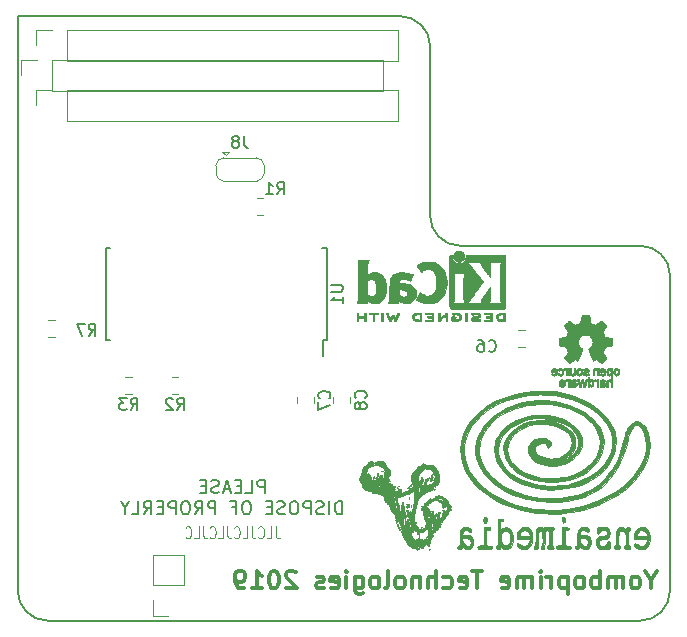
<source format=gbr>
%TF.GenerationSoftware,KiCad,Pcbnew,5.1.4-e60b266~84~ubuntu18.04.1*%
%TF.CreationDate,2019-10-23T15:02:04+02:00*%
%TF.ProjectId,ensaimedia,656e7361-696d-4656-9469-612e6b696361,rev?*%
%TF.SameCoordinates,Original*%
%TF.FileFunction,Legend,Bot*%
%TF.FilePolarity,Positive*%
%FSLAX46Y46*%
G04 Gerber Fmt 4.6, Leading zero omitted, Abs format (unit mm)*
G04 Created by KiCad (PCBNEW 5.1.4-e60b266~84~ubuntu18.04.1) date 2019-10-23 15:02:04*
%MOMM*%
%LPD*%
G04 APERTURE LIST*
%ADD10C,0.125000*%
%ADD11C,0.300000*%
%ADD12C,0.200000*%
%ADD13C,0.150000*%
%ADD14C,0.010000*%
%ADD15C,0.120000*%
G04 APERTURE END LIST*
D10*
X162846558Y-104420420D02*
X162846558Y-105134706D01*
X162884653Y-105277563D01*
X162960843Y-105372801D01*
X163075129Y-105420420D01*
X163151320Y-105420420D01*
X162084653Y-105420420D02*
X162465605Y-105420420D01*
X162465605Y-104420420D01*
X161360843Y-105325182D02*
X161398939Y-105372801D01*
X161513224Y-105420420D01*
X161589415Y-105420420D01*
X161703700Y-105372801D01*
X161779891Y-105277563D01*
X161817986Y-105182325D01*
X161856081Y-104991849D01*
X161856081Y-104848992D01*
X161817986Y-104658516D01*
X161779891Y-104563278D01*
X161703700Y-104468040D01*
X161589415Y-104420420D01*
X161513224Y-104420420D01*
X161398939Y-104468040D01*
X161360843Y-104515659D01*
X160789415Y-104420420D02*
X160789415Y-105134706D01*
X160827510Y-105277563D01*
X160903700Y-105372801D01*
X161017986Y-105420420D01*
X161094177Y-105420420D01*
X160027510Y-105420420D02*
X160408462Y-105420420D01*
X160408462Y-104420420D01*
X159303700Y-105325182D02*
X159341796Y-105372801D01*
X159456081Y-105420420D01*
X159532272Y-105420420D01*
X159646558Y-105372801D01*
X159722748Y-105277563D01*
X159760843Y-105182325D01*
X159798939Y-104991849D01*
X159798939Y-104848992D01*
X159760843Y-104658516D01*
X159722748Y-104563278D01*
X159646558Y-104468040D01*
X159532272Y-104420420D01*
X159456081Y-104420420D01*
X159341796Y-104468040D01*
X159303700Y-104515659D01*
X158732272Y-104420420D02*
X158732272Y-105134706D01*
X158770367Y-105277563D01*
X158846558Y-105372801D01*
X158960843Y-105420420D01*
X159037034Y-105420420D01*
X157970367Y-105420420D02*
X158351320Y-105420420D01*
X158351320Y-104420420D01*
X157246558Y-105325182D02*
X157284653Y-105372801D01*
X157398939Y-105420420D01*
X157475129Y-105420420D01*
X157589415Y-105372801D01*
X157665605Y-105277563D01*
X157703700Y-105182325D01*
X157741796Y-104991849D01*
X157741796Y-104848992D01*
X157703700Y-104658516D01*
X157665605Y-104563278D01*
X157589415Y-104468040D01*
X157475129Y-104420420D01*
X157398939Y-104420420D01*
X157284653Y-104468040D01*
X157246558Y-104515659D01*
X156675129Y-104420420D02*
X156675129Y-105134706D01*
X156713224Y-105277563D01*
X156789415Y-105372801D01*
X156903700Y-105420420D01*
X156979891Y-105420420D01*
X155913224Y-105420420D02*
X156294177Y-105420420D01*
X156294177Y-104420420D01*
X155189415Y-105325182D02*
X155227510Y-105372801D01*
X155341796Y-105420420D01*
X155417986Y-105420420D01*
X155532272Y-105372801D01*
X155608462Y-105277563D01*
X155646558Y-105182325D01*
X155684653Y-104991849D01*
X155684653Y-104848992D01*
X155646558Y-104658516D01*
X155608462Y-104563278D01*
X155532272Y-104468040D01*
X155417986Y-104420420D01*
X155341796Y-104420420D01*
X155227510Y-104468040D01*
X155189415Y-104515659D01*
D11*
X194603731Y-108950605D02*
X194603731Y-109664891D01*
X195103731Y-108164891D02*
X194603731Y-108950605D01*
X194103731Y-108164891D01*
X193389445Y-109664891D02*
X193532302Y-109593462D01*
X193603731Y-109522034D01*
X193675160Y-109379177D01*
X193675160Y-108950605D01*
X193603731Y-108807748D01*
X193532302Y-108736320D01*
X193389445Y-108664891D01*
X193175160Y-108664891D01*
X193032302Y-108736320D01*
X192960874Y-108807748D01*
X192889445Y-108950605D01*
X192889445Y-109379177D01*
X192960874Y-109522034D01*
X193032302Y-109593462D01*
X193175160Y-109664891D01*
X193389445Y-109664891D01*
X192246588Y-109664891D02*
X192246588Y-108664891D01*
X192246588Y-108807748D02*
X192175160Y-108736320D01*
X192032302Y-108664891D01*
X191818017Y-108664891D01*
X191675160Y-108736320D01*
X191603731Y-108879177D01*
X191603731Y-109664891D01*
X191603731Y-108879177D02*
X191532302Y-108736320D01*
X191389445Y-108664891D01*
X191175160Y-108664891D01*
X191032302Y-108736320D01*
X190960874Y-108879177D01*
X190960874Y-109664891D01*
X190246588Y-109664891D02*
X190246588Y-108164891D01*
X190246588Y-108736320D02*
X190103731Y-108664891D01*
X189818017Y-108664891D01*
X189675160Y-108736320D01*
X189603731Y-108807748D01*
X189532302Y-108950605D01*
X189532302Y-109379177D01*
X189603731Y-109522034D01*
X189675160Y-109593462D01*
X189818017Y-109664891D01*
X190103731Y-109664891D01*
X190246588Y-109593462D01*
X188675160Y-109664891D02*
X188818017Y-109593462D01*
X188889445Y-109522034D01*
X188960874Y-109379177D01*
X188960874Y-108950605D01*
X188889445Y-108807748D01*
X188818017Y-108736320D01*
X188675160Y-108664891D01*
X188460874Y-108664891D01*
X188318017Y-108736320D01*
X188246588Y-108807748D01*
X188175160Y-108950605D01*
X188175160Y-109379177D01*
X188246588Y-109522034D01*
X188318017Y-109593462D01*
X188460874Y-109664891D01*
X188675160Y-109664891D01*
X187532302Y-108664891D02*
X187532302Y-110164891D01*
X187532302Y-108736320D02*
X187389445Y-108664891D01*
X187103731Y-108664891D01*
X186960874Y-108736320D01*
X186889445Y-108807748D01*
X186818017Y-108950605D01*
X186818017Y-109379177D01*
X186889445Y-109522034D01*
X186960874Y-109593462D01*
X187103731Y-109664891D01*
X187389445Y-109664891D01*
X187532302Y-109593462D01*
X186175160Y-109664891D02*
X186175160Y-108664891D01*
X186175160Y-108950605D02*
X186103731Y-108807748D01*
X186032302Y-108736320D01*
X185889445Y-108664891D01*
X185746588Y-108664891D01*
X185246588Y-109664891D02*
X185246588Y-108664891D01*
X185246588Y-108164891D02*
X185318017Y-108236320D01*
X185246588Y-108307748D01*
X185175160Y-108236320D01*
X185246588Y-108164891D01*
X185246588Y-108307748D01*
X184532302Y-109664891D02*
X184532302Y-108664891D01*
X184532302Y-108807748D02*
X184460874Y-108736320D01*
X184318017Y-108664891D01*
X184103731Y-108664891D01*
X183960874Y-108736320D01*
X183889445Y-108879177D01*
X183889445Y-109664891D01*
X183889445Y-108879177D02*
X183818017Y-108736320D01*
X183675160Y-108664891D01*
X183460874Y-108664891D01*
X183318017Y-108736320D01*
X183246588Y-108879177D01*
X183246588Y-109664891D01*
X181960874Y-109593462D02*
X182103731Y-109664891D01*
X182389445Y-109664891D01*
X182532302Y-109593462D01*
X182603731Y-109450605D01*
X182603731Y-108879177D01*
X182532302Y-108736320D01*
X182389445Y-108664891D01*
X182103731Y-108664891D01*
X181960874Y-108736320D01*
X181889445Y-108879177D01*
X181889445Y-109022034D01*
X182603731Y-109164891D01*
X180318017Y-108164891D02*
X179460874Y-108164891D01*
X179889445Y-109664891D02*
X179889445Y-108164891D01*
X178389445Y-109593462D02*
X178532302Y-109664891D01*
X178818017Y-109664891D01*
X178960874Y-109593462D01*
X179032302Y-109450605D01*
X179032302Y-108879177D01*
X178960874Y-108736320D01*
X178818017Y-108664891D01*
X178532302Y-108664891D01*
X178389445Y-108736320D01*
X178318017Y-108879177D01*
X178318017Y-109022034D01*
X179032302Y-109164891D01*
X177032302Y-109593462D02*
X177175160Y-109664891D01*
X177460874Y-109664891D01*
X177603731Y-109593462D01*
X177675160Y-109522034D01*
X177746588Y-109379177D01*
X177746588Y-108950605D01*
X177675160Y-108807748D01*
X177603731Y-108736320D01*
X177460874Y-108664891D01*
X177175160Y-108664891D01*
X177032302Y-108736320D01*
X176389445Y-109664891D02*
X176389445Y-108164891D01*
X175746588Y-109664891D02*
X175746588Y-108879177D01*
X175818017Y-108736320D01*
X175960874Y-108664891D01*
X176175160Y-108664891D01*
X176318017Y-108736320D01*
X176389445Y-108807748D01*
X175032302Y-108664891D02*
X175032302Y-109664891D01*
X175032302Y-108807748D02*
X174960874Y-108736320D01*
X174818017Y-108664891D01*
X174603731Y-108664891D01*
X174460874Y-108736320D01*
X174389445Y-108879177D01*
X174389445Y-109664891D01*
X173460874Y-109664891D02*
X173603731Y-109593462D01*
X173675160Y-109522034D01*
X173746588Y-109379177D01*
X173746588Y-108950605D01*
X173675160Y-108807748D01*
X173603731Y-108736320D01*
X173460874Y-108664891D01*
X173246588Y-108664891D01*
X173103731Y-108736320D01*
X173032302Y-108807748D01*
X172960874Y-108950605D01*
X172960874Y-109379177D01*
X173032302Y-109522034D01*
X173103731Y-109593462D01*
X173246588Y-109664891D01*
X173460874Y-109664891D01*
X172103731Y-109664891D02*
X172246588Y-109593462D01*
X172318017Y-109450605D01*
X172318017Y-108164891D01*
X171318017Y-109664891D02*
X171460874Y-109593462D01*
X171532302Y-109522034D01*
X171603731Y-109379177D01*
X171603731Y-108950605D01*
X171532302Y-108807748D01*
X171460874Y-108736320D01*
X171318017Y-108664891D01*
X171103731Y-108664891D01*
X170960874Y-108736320D01*
X170889445Y-108807748D01*
X170818017Y-108950605D01*
X170818017Y-109379177D01*
X170889445Y-109522034D01*
X170960874Y-109593462D01*
X171103731Y-109664891D01*
X171318017Y-109664891D01*
X169532302Y-108664891D02*
X169532302Y-109879177D01*
X169603731Y-110022034D01*
X169675160Y-110093462D01*
X169818017Y-110164891D01*
X170032302Y-110164891D01*
X170175160Y-110093462D01*
X169532302Y-109593462D02*
X169675160Y-109664891D01*
X169960874Y-109664891D01*
X170103731Y-109593462D01*
X170175160Y-109522034D01*
X170246588Y-109379177D01*
X170246588Y-108950605D01*
X170175160Y-108807748D01*
X170103731Y-108736320D01*
X169960874Y-108664891D01*
X169675160Y-108664891D01*
X169532302Y-108736320D01*
X168818017Y-109664891D02*
X168818017Y-108664891D01*
X168818017Y-108164891D02*
X168889445Y-108236320D01*
X168818017Y-108307748D01*
X168746588Y-108236320D01*
X168818017Y-108164891D01*
X168818017Y-108307748D01*
X167532302Y-109593462D02*
X167675160Y-109664891D01*
X167960874Y-109664891D01*
X168103731Y-109593462D01*
X168175160Y-109450605D01*
X168175160Y-108879177D01*
X168103731Y-108736320D01*
X167960874Y-108664891D01*
X167675160Y-108664891D01*
X167532302Y-108736320D01*
X167460874Y-108879177D01*
X167460874Y-109022034D01*
X168175160Y-109164891D01*
X166889445Y-109593462D02*
X166746588Y-109664891D01*
X166460874Y-109664891D01*
X166318017Y-109593462D01*
X166246588Y-109450605D01*
X166246588Y-109379177D01*
X166318017Y-109236320D01*
X166460874Y-109164891D01*
X166675160Y-109164891D01*
X166818017Y-109093462D01*
X166889445Y-108950605D01*
X166889445Y-108879177D01*
X166818017Y-108736320D01*
X166675160Y-108664891D01*
X166460874Y-108664891D01*
X166318017Y-108736320D01*
X164532302Y-108307748D02*
X164460874Y-108236320D01*
X164318017Y-108164891D01*
X163960874Y-108164891D01*
X163818017Y-108236320D01*
X163746588Y-108307748D01*
X163675160Y-108450605D01*
X163675160Y-108593462D01*
X163746588Y-108807748D01*
X164603731Y-109664891D01*
X163675160Y-109664891D01*
X162746588Y-108164891D02*
X162603731Y-108164891D01*
X162460874Y-108236320D01*
X162389445Y-108307748D01*
X162318017Y-108450605D01*
X162246588Y-108736320D01*
X162246588Y-109093462D01*
X162318017Y-109379177D01*
X162389445Y-109522034D01*
X162460874Y-109593462D01*
X162603731Y-109664891D01*
X162746588Y-109664891D01*
X162889445Y-109593462D01*
X162960874Y-109522034D01*
X163032302Y-109379177D01*
X163103731Y-109093462D01*
X163103731Y-108736320D01*
X163032302Y-108450605D01*
X162960874Y-108307748D01*
X162889445Y-108236320D01*
X162746588Y-108164891D01*
X160818017Y-109664891D02*
X161675160Y-109664891D01*
X161246588Y-109664891D02*
X161246588Y-108164891D01*
X161389445Y-108379177D01*
X161532302Y-108522034D01*
X161675160Y-108593462D01*
X160103731Y-109664891D02*
X159818017Y-109664891D01*
X159675160Y-109593462D01*
X159603731Y-109522034D01*
X159460874Y-109307748D01*
X159389445Y-109022034D01*
X159389445Y-108450605D01*
X159460874Y-108307748D01*
X159532302Y-108236320D01*
X159675160Y-108164891D01*
X159960874Y-108164891D01*
X160103731Y-108236320D01*
X160175160Y-108307748D01*
X160246588Y-108450605D01*
X160246588Y-108807748D01*
X160175160Y-108950605D01*
X160103731Y-109022034D01*
X159960874Y-109093462D01*
X159675160Y-109093462D01*
X159532302Y-109022034D01*
X159460874Y-108950605D01*
X159389445Y-108807748D01*
D12*
X140970000Y-61214000D02*
X173355000Y-61214000D01*
X173355000Y-61214000D02*
G75*
G02X175895000Y-63754000I0J-2540000D01*
G01*
D13*
X161885289Y-101588779D02*
X161885289Y-100488779D01*
X161466241Y-100488779D01*
X161361480Y-100541160D01*
X161309099Y-100593540D01*
X161256718Y-100698302D01*
X161256718Y-100855445D01*
X161309099Y-100960207D01*
X161361480Y-101012588D01*
X161466241Y-101064969D01*
X161885289Y-101064969D01*
X160261480Y-101588779D02*
X160785289Y-101588779D01*
X160785289Y-100488779D01*
X159894813Y-101012588D02*
X159528146Y-101012588D01*
X159371003Y-101588779D02*
X159894813Y-101588779D01*
X159894813Y-100488779D01*
X159371003Y-100488779D01*
X158951956Y-101274493D02*
X158428146Y-101274493D01*
X159056718Y-101588779D02*
X158690051Y-100488779D01*
X158323384Y-101588779D01*
X158009099Y-101536398D02*
X157851956Y-101588779D01*
X157590051Y-101588779D01*
X157485289Y-101536398D01*
X157432908Y-101484017D01*
X157380527Y-101379255D01*
X157380527Y-101274493D01*
X157432908Y-101169731D01*
X157485289Y-101117350D01*
X157590051Y-101064969D01*
X157799575Y-101012588D01*
X157904337Y-100960207D01*
X157956718Y-100907826D01*
X158009099Y-100803064D01*
X158009099Y-100698302D01*
X157956718Y-100593540D01*
X157904337Y-100541160D01*
X157799575Y-100488779D01*
X157537670Y-100488779D01*
X157380527Y-100541160D01*
X156909099Y-101012588D02*
X156542432Y-101012588D01*
X156385289Y-101588779D02*
X156909099Y-101588779D01*
X156909099Y-100488779D01*
X156385289Y-100488779D01*
X168459099Y-103388779D02*
X168459099Y-102288779D01*
X168197194Y-102288779D01*
X168040051Y-102341160D01*
X167935289Y-102445921D01*
X167882908Y-102550683D01*
X167830527Y-102760207D01*
X167830527Y-102917350D01*
X167882908Y-103126874D01*
X167935289Y-103231636D01*
X168040051Y-103336398D01*
X168197194Y-103388779D01*
X168459099Y-103388779D01*
X167359099Y-103388779D02*
X167359099Y-102288779D01*
X166887670Y-103336398D02*
X166730527Y-103388779D01*
X166468622Y-103388779D01*
X166363860Y-103336398D01*
X166311480Y-103284017D01*
X166259099Y-103179255D01*
X166259099Y-103074493D01*
X166311480Y-102969731D01*
X166363860Y-102917350D01*
X166468622Y-102864969D01*
X166678146Y-102812588D01*
X166782908Y-102760207D01*
X166835289Y-102707826D01*
X166887670Y-102603064D01*
X166887670Y-102498302D01*
X166835289Y-102393540D01*
X166782908Y-102341160D01*
X166678146Y-102288779D01*
X166416241Y-102288779D01*
X166259099Y-102341160D01*
X165787670Y-103388779D02*
X165787670Y-102288779D01*
X165368622Y-102288779D01*
X165263860Y-102341160D01*
X165211480Y-102393540D01*
X165159099Y-102498302D01*
X165159099Y-102655445D01*
X165211480Y-102760207D01*
X165263860Y-102812588D01*
X165368622Y-102864969D01*
X165787670Y-102864969D01*
X164478146Y-102288779D02*
X164268622Y-102288779D01*
X164163860Y-102341160D01*
X164059099Y-102445921D01*
X164006718Y-102655445D01*
X164006718Y-103022112D01*
X164059099Y-103231636D01*
X164163860Y-103336398D01*
X164268622Y-103388779D01*
X164478146Y-103388779D01*
X164582908Y-103336398D01*
X164687670Y-103231636D01*
X164740051Y-103022112D01*
X164740051Y-102655445D01*
X164687670Y-102445921D01*
X164582908Y-102341160D01*
X164478146Y-102288779D01*
X163587670Y-103336398D02*
X163430527Y-103388779D01*
X163168622Y-103388779D01*
X163063860Y-103336398D01*
X163011480Y-103284017D01*
X162959099Y-103179255D01*
X162959099Y-103074493D01*
X163011480Y-102969731D01*
X163063860Y-102917350D01*
X163168622Y-102864969D01*
X163378146Y-102812588D01*
X163482908Y-102760207D01*
X163535289Y-102707826D01*
X163587670Y-102603064D01*
X163587670Y-102498302D01*
X163535289Y-102393540D01*
X163482908Y-102341160D01*
X163378146Y-102288779D01*
X163116241Y-102288779D01*
X162959099Y-102341160D01*
X162487670Y-102812588D02*
X162121003Y-102812588D01*
X161963860Y-103388779D02*
X162487670Y-103388779D01*
X162487670Y-102288779D01*
X161963860Y-102288779D01*
X160444813Y-102288779D02*
X160235289Y-102288779D01*
X160130527Y-102341160D01*
X160025765Y-102445921D01*
X159973384Y-102655445D01*
X159973384Y-103022112D01*
X160025765Y-103231636D01*
X160130527Y-103336398D01*
X160235289Y-103388779D01*
X160444813Y-103388779D01*
X160549575Y-103336398D01*
X160654337Y-103231636D01*
X160706718Y-103022112D01*
X160706718Y-102655445D01*
X160654337Y-102445921D01*
X160549575Y-102341160D01*
X160444813Y-102288779D01*
X159135289Y-102812588D02*
X159501956Y-102812588D01*
X159501956Y-103388779D02*
X159501956Y-102288779D01*
X158978146Y-102288779D01*
X157721003Y-103388779D02*
X157721003Y-102288779D01*
X157301956Y-102288779D01*
X157197194Y-102341160D01*
X157144813Y-102393540D01*
X157092432Y-102498302D01*
X157092432Y-102655445D01*
X157144813Y-102760207D01*
X157197194Y-102812588D01*
X157301956Y-102864969D01*
X157721003Y-102864969D01*
X155992432Y-103388779D02*
X156359099Y-102864969D01*
X156621003Y-103388779D02*
X156621003Y-102288779D01*
X156201956Y-102288779D01*
X156097194Y-102341160D01*
X156044813Y-102393540D01*
X155992432Y-102498302D01*
X155992432Y-102655445D01*
X156044813Y-102760207D01*
X156097194Y-102812588D01*
X156201956Y-102864969D01*
X156621003Y-102864969D01*
X155311480Y-102288779D02*
X155101956Y-102288779D01*
X154997194Y-102341160D01*
X154892432Y-102445921D01*
X154840051Y-102655445D01*
X154840051Y-103022112D01*
X154892432Y-103231636D01*
X154997194Y-103336398D01*
X155101956Y-103388779D01*
X155311480Y-103388779D01*
X155416241Y-103336398D01*
X155521003Y-103231636D01*
X155573384Y-103022112D01*
X155573384Y-102655445D01*
X155521003Y-102445921D01*
X155416241Y-102341160D01*
X155311480Y-102288779D01*
X154368622Y-103388779D02*
X154368622Y-102288779D01*
X153949575Y-102288779D01*
X153844813Y-102341160D01*
X153792432Y-102393540D01*
X153740051Y-102498302D01*
X153740051Y-102655445D01*
X153792432Y-102760207D01*
X153844813Y-102812588D01*
X153949575Y-102864969D01*
X154368622Y-102864969D01*
X153268622Y-102812588D02*
X152901956Y-102812588D01*
X152744813Y-103388779D02*
X153268622Y-103388779D01*
X153268622Y-102288779D01*
X152744813Y-102288779D01*
X151644813Y-103388779D02*
X152011480Y-102864969D01*
X152273384Y-103388779D02*
X152273384Y-102288779D01*
X151854337Y-102288779D01*
X151749575Y-102341160D01*
X151697194Y-102393540D01*
X151644813Y-102498302D01*
X151644813Y-102655445D01*
X151697194Y-102760207D01*
X151749575Y-102812588D01*
X151854337Y-102864969D01*
X152273384Y-102864969D01*
X150649575Y-103388779D02*
X151173384Y-103388779D01*
X151173384Y-102288779D01*
X150073384Y-102864969D02*
X150073384Y-103388779D01*
X150440051Y-102288779D02*
X150073384Y-102864969D01*
X149706718Y-102288779D01*
D12*
X193675000Y-80645000D02*
G75*
G02X196215000Y-83185000I0J-2540000D01*
G01*
X178435000Y-80645000D02*
X193675000Y-80645000D01*
X178435000Y-80645000D02*
G75*
G02X175895000Y-78105000I0J2540000D01*
G01*
X175895000Y-63754000D02*
X175895000Y-78105000D01*
X143510000Y-112395000D02*
G75*
G02X140970000Y-109855000I0J2540000D01*
G01*
X196215000Y-109855000D02*
G75*
G02X193675000Y-112395000I-2540000J0D01*
G01*
X140970000Y-109855000D02*
X140970000Y-61214000D01*
X193675000Y-112395000D02*
X143510000Y-112395000D01*
X196215000Y-83185000D02*
X196215000Y-109855000D01*
D14*
G36*
X169747457Y-86318053D02*
G01*
X169716078Y-86340296D01*
X169688369Y-86368005D01*
X169688369Y-86677440D01*
X169688442Y-86769319D01*
X169688785Y-86841360D01*
X169689588Y-86896300D01*
X169691039Y-86936880D01*
X169693328Y-86965837D01*
X169696644Y-86985911D01*
X169701175Y-86999841D01*
X169707111Y-87010365D01*
X169711766Y-87016620D01*
X169742497Y-87041193D01*
X169777784Y-87043861D01*
X169810035Y-87028791D01*
X169820692Y-87019894D01*
X169827816Y-87008077D01*
X169832113Y-86989046D01*
X169834289Y-86958512D01*
X169835052Y-86912182D01*
X169835125Y-86876391D01*
X169835125Y-86741565D01*
X170331836Y-86741565D01*
X170331836Y-86864220D01*
X170332349Y-86920307D01*
X170334404Y-86958853D01*
X170338772Y-86984881D01*
X170346224Y-87003417D01*
X170355233Y-87016620D01*
X170386136Y-87041124D01*
X170421084Y-87044026D01*
X170454542Y-87026609D01*
X170463676Y-87017479D01*
X170470128Y-87005375D01*
X170474383Y-86986521D01*
X170476928Y-86957140D01*
X170478251Y-86913457D01*
X170478837Y-86851695D01*
X170478905Y-86837520D01*
X170479389Y-86721151D01*
X170479639Y-86625247D01*
X170479557Y-86547697D01*
X170479049Y-86486389D01*
X170478018Y-86439210D01*
X170476367Y-86404050D01*
X170474001Y-86378796D01*
X170470823Y-86361337D01*
X170466736Y-86349561D01*
X170461646Y-86341355D01*
X170456014Y-86335165D01*
X170424152Y-86315364D01*
X170390923Y-86318053D01*
X170359545Y-86340296D01*
X170346847Y-86354646D01*
X170338754Y-86370498D01*
X170334238Y-86393074D01*
X170332274Y-86427598D01*
X170331836Y-86479296D01*
X170331836Y-86594809D01*
X169835125Y-86594809D01*
X169835125Y-86476276D01*
X169834618Y-86421668D01*
X169832582Y-86384795D01*
X169828245Y-86360827D01*
X169820833Y-86344935D01*
X169812547Y-86335165D01*
X169780686Y-86315364D01*
X169747457Y-86318053D01*
X169747457Y-86318053D01*
G37*
X169747457Y-86318053D02*
X169716078Y-86340296D01*
X169688369Y-86368005D01*
X169688369Y-86677440D01*
X169688442Y-86769319D01*
X169688785Y-86841360D01*
X169689588Y-86896300D01*
X169691039Y-86936880D01*
X169693328Y-86965837D01*
X169696644Y-86985911D01*
X169701175Y-86999841D01*
X169707111Y-87010365D01*
X169711766Y-87016620D01*
X169742497Y-87041193D01*
X169777784Y-87043861D01*
X169810035Y-87028791D01*
X169820692Y-87019894D01*
X169827816Y-87008077D01*
X169832113Y-86989046D01*
X169834289Y-86958512D01*
X169835052Y-86912182D01*
X169835125Y-86876391D01*
X169835125Y-86741565D01*
X170331836Y-86741565D01*
X170331836Y-86864220D01*
X170332349Y-86920307D01*
X170334404Y-86958853D01*
X170338772Y-86984881D01*
X170346224Y-87003417D01*
X170355233Y-87016620D01*
X170386136Y-87041124D01*
X170421084Y-87044026D01*
X170454542Y-87026609D01*
X170463676Y-87017479D01*
X170470128Y-87005375D01*
X170474383Y-86986521D01*
X170476928Y-86957140D01*
X170478251Y-86913457D01*
X170478837Y-86851695D01*
X170478905Y-86837520D01*
X170479389Y-86721151D01*
X170479639Y-86625247D01*
X170479557Y-86547697D01*
X170479049Y-86486389D01*
X170478018Y-86439210D01*
X170476367Y-86404050D01*
X170474001Y-86378796D01*
X170470823Y-86361337D01*
X170466736Y-86349561D01*
X170461646Y-86341355D01*
X170456014Y-86335165D01*
X170424152Y-86315364D01*
X170390923Y-86318053D01*
X170359545Y-86340296D01*
X170346847Y-86354646D01*
X170338754Y-86370498D01*
X170334238Y-86393074D01*
X170332274Y-86427598D01*
X170331836Y-86479296D01*
X170331836Y-86594809D01*
X169835125Y-86594809D01*
X169835125Y-86476276D01*
X169834618Y-86421668D01*
X169832582Y-86384795D01*
X169828245Y-86360827D01*
X169820833Y-86344935D01*
X169812547Y-86335165D01*
X169780686Y-86315364D01*
X169747457Y-86318053D01*
G36*
X171013215Y-86312683D02*
G01*
X170934508Y-86313062D01*
X170873417Y-86313853D01*
X170827463Y-86315190D01*
X170794166Y-86317203D01*
X170771044Y-86320026D01*
X170755618Y-86323789D01*
X170745409Y-86328625D01*
X170740467Y-86332342D01*
X170714823Y-86364878D01*
X170711721Y-86398658D01*
X170727569Y-86429346D01*
X170737932Y-86441609D01*
X170749084Y-86449970D01*
X170765245Y-86455177D01*
X170790638Y-86457977D01*
X170829482Y-86459116D01*
X170886000Y-86459341D01*
X170897100Y-86459342D01*
X171043036Y-86459342D01*
X171043036Y-86730276D01*
X171043132Y-86815674D01*
X171043569Y-86881384D01*
X171044568Y-86930294D01*
X171046352Y-86965293D01*
X171049143Y-86989269D01*
X171053163Y-87005113D01*
X171058635Y-87015711D01*
X171065614Y-87023787D01*
X171098546Y-87043632D01*
X171132926Y-87042068D01*
X171164104Y-87019426D01*
X171166394Y-87016620D01*
X171173851Y-87006012D01*
X171179533Y-86993601D01*
X171183679Y-86976370D01*
X171186530Y-86951304D01*
X171188326Y-86915387D01*
X171189308Y-86865603D01*
X171189716Y-86798937D01*
X171189791Y-86723109D01*
X171189791Y-86459342D01*
X171329153Y-86459342D01*
X171388958Y-86458938D01*
X171430362Y-86457360D01*
X171457532Y-86454067D01*
X171474634Y-86448512D01*
X171485837Y-86440151D01*
X171487197Y-86438698D01*
X171503555Y-86405459D01*
X171502108Y-86367882D01*
X171483302Y-86335165D01*
X171476030Y-86328818D01*
X171466653Y-86323786D01*
X171452671Y-86319916D01*
X171431584Y-86317057D01*
X171400891Y-86315055D01*
X171358091Y-86313759D01*
X171300685Y-86313018D01*
X171226170Y-86312678D01*
X171132047Y-86312588D01*
X171112020Y-86312587D01*
X171013215Y-86312683D01*
X171013215Y-86312683D01*
G37*
X171013215Y-86312683D02*
X170934508Y-86313062D01*
X170873417Y-86313853D01*
X170827463Y-86315190D01*
X170794166Y-86317203D01*
X170771044Y-86320026D01*
X170755618Y-86323789D01*
X170745409Y-86328625D01*
X170740467Y-86332342D01*
X170714823Y-86364878D01*
X170711721Y-86398658D01*
X170727569Y-86429346D01*
X170737932Y-86441609D01*
X170749084Y-86449970D01*
X170765245Y-86455177D01*
X170790638Y-86457977D01*
X170829482Y-86459116D01*
X170886000Y-86459341D01*
X170897100Y-86459342D01*
X171043036Y-86459342D01*
X171043036Y-86730276D01*
X171043132Y-86815674D01*
X171043569Y-86881384D01*
X171044568Y-86930294D01*
X171046352Y-86965293D01*
X171049143Y-86989269D01*
X171053163Y-87005113D01*
X171058635Y-87015711D01*
X171065614Y-87023787D01*
X171098546Y-87043632D01*
X171132926Y-87042068D01*
X171164104Y-87019426D01*
X171166394Y-87016620D01*
X171173851Y-87006012D01*
X171179533Y-86993601D01*
X171183679Y-86976370D01*
X171186530Y-86951304D01*
X171188326Y-86915387D01*
X171189308Y-86865603D01*
X171189716Y-86798937D01*
X171189791Y-86723109D01*
X171189791Y-86459342D01*
X171329153Y-86459342D01*
X171388958Y-86458938D01*
X171430362Y-86457360D01*
X171457532Y-86454067D01*
X171474634Y-86448512D01*
X171485837Y-86440151D01*
X171487197Y-86438698D01*
X171503555Y-86405459D01*
X171502108Y-86367882D01*
X171483302Y-86335165D01*
X171476030Y-86328818D01*
X171466653Y-86323786D01*
X171452671Y-86319916D01*
X171431584Y-86317057D01*
X171400891Y-86315055D01*
X171358091Y-86313759D01*
X171300685Y-86313018D01*
X171226170Y-86312678D01*
X171132047Y-86312588D01*
X171112020Y-86312587D01*
X171013215Y-86312683D01*
G36*
X171787666Y-86319397D02*
G01*
X171763953Y-86334167D01*
X171737302Y-86355747D01*
X171737302Y-86677293D01*
X171737387Y-86771350D01*
X171737751Y-86845452D01*
X171738556Y-86902224D01*
X171739967Y-86944288D01*
X171742147Y-86974268D01*
X171745259Y-86994787D01*
X171749466Y-87008469D01*
X171754932Y-87017936D01*
X171758808Y-87022602D01*
X171790246Y-87043095D01*
X171826047Y-87042259D01*
X171857407Y-87024784D01*
X171884058Y-87003204D01*
X171884058Y-86355747D01*
X171857407Y-86334167D01*
X171831686Y-86318469D01*
X171810680Y-86312587D01*
X171787666Y-86319397D01*
X171787666Y-86319397D01*
G37*
X171787666Y-86319397D02*
X171763953Y-86334167D01*
X171737302Y-86355747D01*
X171737302Y-86677293D01*
X171737387Y-86771350D01*
X171737751Y-86845452D01*
X171738556Y-86902224D01*
X171739967Y-86944288D01*
X171742147Y-86974268D01*
X171745259Y-86994787D01*
X171749466Y-87008469D01*
X171754932Y-87017936D01*
X171758808Y-87022602D01*
X171790246Y-87043095D01*
X171826047Y-87042259D01*
X171857407Y-87024784D01*
X171884058Y-87003204D01*
X171884058Y-86355747D01*
X171857407Y-86334167D01*
X171831686Y-86318469D01*
X171810680Y-86312587D01*
X171787666Y-86319397D01*
G36*
X172231615Y-86314554D02*
G01*
X172212025Y-86321555D01*
X172211270Y-86321897D01*
X172184667Y-86342198D01*
X172170010Y-86363081D01*
X172167142Y-86372872D01*
X172167284Y-86385881D01*
X172171319Y-86404415D01*
X172180134Y-86430777D01*
X172194611Y-86467272D01*
X172215635Y-86516207D01*
X172244092Y-86579885D01*
X172280865Y-86660613D01*
X172301105Y-86704736D01*
X172337655Y-86783505D01*
X172371965Y-86855943D01*
X172402728Y-86919400D01*
X172428632Y-86971228D01*
X172448370Y-87008779D01*
X172460630Y-87029404D01*
X172463056Y-87032253D01*
X172494097Y-87044822D01*
X172529159Y-87043139D01*
X172557280Y-87027852D01*
X172558426Y-87026609D01*
X172569612Y-87009674D01*
X172588376Y-86976690D01*
X172612405Y-86931900D01*
X172639383Y-86879552D01*
X172649079Y-86860262D01*
X172722266Y-86713670D01*
X172802040Y-86872913D01*
X172830513Y-86927935D01*
X172856930Y-86975652D01*
X172879132Y-87012413D01*
X172894961Y-87034564D01*
X172900326Y-87039261D01*
X172942023Y-87045622D01*
X172976431Y-87032253D01*
X172986552Y-87017966D01*
X173004066Y-86986212D01*
X173027545Y-86940117D01*
X173055560Y-86882805D01*
X173086681Y-86817400D01*
X173119481Y-86747027D01*
X173152530Y-86674811D01*
X173184399Y-86603875D01*
X173213661Y-86537345D01*
X173238885Y-86478346D01*
X173258644Y-86430001D01*
X173271508Y-86395435D01*
X173276049Y-86377773D01*
X173276003Y-86377133D01*
X173264954Y-86354908D01*
X173242870Y-86332273D01*
X173241570Y-86331288D01*
X173214427Y-86315945D01*
X173189322Y-86316094D01*
X173179912Y-86318986D01*
X173168446Y-86325238D01*
X173156270Y-86337534D01*
X173141923Y-86358428D01*
X173123944Y-86390469D01*
X173100873Y-86436208D01*
X173071250Y-86498197D01*
X173044535Y-86555418D01*
X173013800Y-86621746D01*
X172986259Y-86681394D01*
X172963342Y-86731245D01*
X172946482Y-86768184D01*
X172937107Y-86789093D01*
X172935740Y-86792365D01*
X172929591Y-86787017D01*
X172915458Y-86764629D01*
X172895223Y-86728466D01*
X172870765Y-86681797D01*
X172861032Y-86662542D01*
X172828063Y-86597524D01*
X172802637Y-86550174D01*
X172782668Y-86517739D01*
X172766070Y-86497466D01*
X172750756Y-86486602D01*
X172734640Y-86482395D01*
X172724137Y-86481920D01*
X172705610Y-86483562D01*
X172689376Y-86490351D01*
X172673245Y-86505086D01*
X172655029Y-86530564D01*
X172632541Y-86569581D01*
X172603591Y-86624934D01*
X172587618Y-86656423D01*
X172561710Y-86706607D01*
X172539113Y-86748224D01*
X172521822Y-86777762D01*
X172511830Y-86791709D01*
X172510471Y-86792290D01*
X172504019Y-86781313D01*
X172489572Y-86752810D01*
X172468577Y-86709764D01*
X172442483Y-86655158D01*
X172412734Y-86591974D01*
X172398100Y-86560591D01*
X172360030Y-86479598D01*
X172329375Y-86417276D01*
X172304543Y-86371591D01*
X172283943Y-86340509D01*
X172265982Y-86321998D01*
X172249070Y-86314024D01*
X172231615Y-86314554D01*
X172231615Y-86314554D01*
G37*
X172231615Y-86314554D02*
X172212025Y-86321555D01*
X172211270Y-86321897D01*
X172184667Y-86342198D01*
X172170010Y-86363081D01*
X172167142Y-86372872D01*
X172167284Y-86385881D01*
X172171319Y-86404415D01*
X172180134Y-86430777D01*
X172194611Y-86467272D01*
X172215635Y-86516207D01*
X172244092Y-86579885D01*
X172280865Y-86660613D01*
X172301105Y-86704736D01*
X172337655Y-86783505D01*
X172371965Y-86855943D01*
X172402728Y-86919400D01*
X172428632Y-86971228D01*
X172448370Y-87008779D01*
X172460630Y-87029404D01*
X172463056Y-87032253D01*
X172494097Y-87044822D01*
X172529159Y-87043139D01*
X172557280Y-87027852D01*
X172558426Y-87026609D01*
X172569612Y-87009674D01*
X172588376Y-86976690D01*
X172612405Y-86931900D01*
X172639383Y-86879552D01*
X172649079Y-86860262D01*
X172722266Y-86713670D01*
X172802040Y-86872913D01*
X172830513Y-86927935D01*
X172856930Y-86975652D01*
X172879132Y-87012413D01*
X172894961Y-87034564D01*
X172900326Y-87039261D01*
X172942023Y-87045622D01*
X172976431Y-87032253D01*
X172986552Y-87017966D01*
X173004066Y-86986212D01*
X173027545Y-86940117D01*
X173055560Y-86882805D01*
X173086681Y-86817400D01*
X173119481Y-86747027D01*
X173152530Y-86674811D01*
X173184399Y-86603875D01*
X173213661Y-86537345D01*
X173238885Y-86478346D01*
X173258644Y-86430001D01*
X173271508Y-86395435D01*
X173276049Y-86377773D01*
X173276003Y-86377133D01*
X173264954Y-86354908D01*
X173242870Y-86332273D01*
X173241570Y-86331288D01*
X173214427Y-86315945D01*
X173189322Y-86316094D01*
X173179912Y-86318986D01*
X173168446Y-86325238D01*
X173156270Y-86337534D01*
X173141923Y-86358428D01*
X173123944Y-86390469D01*
X173100873Y-86436208D01*
X173071250Y-86498197D01*
X173044535Y-86555418D01*
X173013800Y-86621746D01*
X172986259Y-86681394D01*
X172963342Y-86731245D01*
X172946482Y-86768184D01*
X172937107Y-86789093D01*
X172935740Y-86792365D01*
X172929591Y-86787017D01*
X172915458Y-86764629D01*
X172895223Y-86728466D01*
X172870765Y-86681797D01*
X172861032Y-86662542D01*
X172828063Y-86597524D01*
X172802637Y-86550174D01*
X172782668Y-86517739D01*
X172766070Y-86497466D01*
X172750756Y-86486602D01*
X172734640Y-86482395D01*
X172724137Y-86481920D01*
X172705610Y-86483562D01*
X172689376Y-86490351D01*
X172673245Y-86505086D01*
X172655029Y-86530564D01*
X172632541Y-86569581D01*
X172603591Y-86624934D01*
X172587618Y-86656423D01*
X172561710Y-86706607D01*
X172539113Y-86748224D01*
X172521822Y-86777762D01*
X172511830Y-86791709D01*
X172510471Y-86792290D01*
X172504019Y-86781313D01*
X172489572Y-86752810D01*
X172468577Y-86709764D01*
X172442483Y-86655158D01*
X172412734Y-86591974D01*
X172398100Y-86560591D01*
X172360030Y-86479598D01*
X172329375Y-86417276D01*
X172304543Y-86371591D01*
X172283943Y-86340509D01*
X172265982Y-86321998D01*
X172249070Y-86314024D01*
X172231615Y-86314554D01*
G36*
X174957971Y-86312795D02*
G01*
X174828992Y-86317156D01*
X174719289Y-86330381D01*
X174627054Y-86353261D01*
X174550478Y-86386590D01*
X174487753Y-86431158D01*
X174437068Y-86487756D01*
X174396617Y-86557178D01*
X174395821Y-86558871D01*
X174371679Y-86621003D01*
X174363077Y-86676029D01*
X174370049Y-86731407D01*
X174392626Y-86794593D01*
X174396908Y-86804209D01*
X174426108Y-86860486D01*
X174458924Y-86903971D01*
X174501278Y-86940937D01*
X174559090Y-86977655D01*
X174562449Y-86979572D01*
X174612776Y-87003747D01*
X174669659Y-87021802D01*
X174736753Y-87034359D01*
X174817715Y-87042042D01*
X174916198Y-87045473D01*
X174950994Y-87045771D01*
X175116686Y-87046365D01*
X175140083Y-87016620D01*
X175147023Y-87006839D01*
X175152438Y-86995417D01*
X175156515Y-86979615D01*
X175159443Y-86956695D01*
X175161413Y-86923916D01*
X175162055Y-86899609D01*
X175005436Y-86899609D01*
X174911554Y-86899609D01*
X174856616Y-86898003D01*
X174800220Y-86893775D01*
X174753935Y-86887812D01*
X174751141Y-86887310D01*
X174668932Y-86865256D01*
X174605166Y-86832120D01*
X174557828Y-86786367D01*
X174524898Y-86726459D01*
X174519172Y-86710581D01*
X174513559Y-86685853D01*
X174515989Y-86661422D01*
X174527813Y-86628920D01*
X174534940Y-86612954D01*
X174558280Y-86570526D01*
X174586400Y-86540760D01*
X174617340Y-86520031D01*
X174679314Y-86493057D01*
X174758629Y-86473518D01*
X174851027Y-86462266D01*
X174917947Y-86459790D01*
X175005436Y-86459342D01*
X175005436Y-86899609D01*
X175162055Y-86899609D01*
X175162612Y-86878541D01*
X175163230Y-86817831D01*
X175163455Y-86739046D01*
X175163480Y-86677440D01*
X175163480Y-86368005D01*
X175135771Y-86340296D01*
X175123474Y-86329064D01*
X175110177Y-86321373D01*
X175091608Y-86316560D01*
X175063494Y-86313966D01*
X175021563Y-86312930D01*
X174961543Y-86312790D01*
X174957971Y-86312795D01*
X174957971Y-86312795D01*
G37*
X174957971Y-86312795D02*
X174828992Y-86317156D01*
X174719289Y-86330381D01*
X174627054Y-86353261D01*
X174550478Y-86386590D01*
X174487753Y-86431158D01*
X174437068Y-86487756D01*
X174396617Y-86557178D01*
X174395821Y-86558871D01*
X174371679Y-86621003D01*
X174363077Y-86676029D01*
X174370049Y-86731407D01*
X174392626Y-86794593D01*
X174396908Y-86804209D01*
X174426108Y-86860486D01*
X174458924Y-86903971D01*
X174501278Y-86940937D01*
X174559090Y-86977655D01*
X174562449Y-86979572D01*
X174612776Y-87003747D01*
X174669659Y-87021802D01*
X174736753Y-87034359D01*
X174817715Y-87042042D01*
X174916198Y-87045473D01*
X174950994Y-87045771D01*
X175116686Y-87046365D01*
X175140083Y-87016620D01*
X175147023Y-87006839D01*
X175152438Y-86995417D01*
X175156515Y-86979615D01*
X175159443Y-86956695D01*
X175161413Y-86923916D01*
X175162055Y-86899609D01*
X175005436Y-86899609D01*
X174911554Y-86899609D01*
X174856616Y-86898003D01*
X174800220Y-86893775D01*
X174753935Y-86887812D01*
X174751141Y-86887310D01*
X174668932Y-86865256D01*
X174605166Y-86832120D01*
X174557828Y-86786367D01*
X174524898Y-86726459D01*
X174519172Y-86710581D01*
X174513559Y-86685853D01*
X174515989Y-86661422D01*
X174527813Y-86628920D01*
X174534940Y-86612954D01*
X174558280Y-86570526D01*
X174586400Y-86540760D01*
X174617340Y-86520031D01*
X174679314Y-86493057D01*
X174758629Y-86473518D01*
X174851027Y-86462266D01*
X174917947Y-86459790D01*
X175005436Y-86459342D01*
X175005436Y-86899609D01*
X175162055Y-86899609D01*
X175162612Y-86878541D01*
X175163230Y-86817831D01*
X175163455Y-86739046D01*
X175163480Y-86677440D01*
X175163480Y-86368005D01*
X175135771Y-86340296D01*
X175123474Y-86329064D01*
X175110177Y-86321373D01*
X175091608Y-86316560D01*
X175063494Y-86313966D01*
X175021563Y-86312930D01*
X174961543Y-86312790D01*
X174957971Y-86312795D01*
G36*
X175745937Y-86312780D02*
G01*
X175669579Y-86313694D01*
X175611063Y-86315831D01*
X175568025Y-86319695D01*
X175538097Y-86325787D01*
X175518912Y-86334610D01*
X175508104Y-86346666D01*
X175503307Y-86362459D01*
X175502153Y-86382490D01*
X175502147Y-86384855D01*
X175503149Y-86407512D01*
X175507884Y-86425023D01*
X175518947Y-86438094D01*
X175538932Y-86447433D01*
X175570434Y-86453747D01*
X175616048Y-86457742D01*
X175678367Y-86460126D01*
X175759987Y-86461606D01*
X175785003Y-86461934D01*
X176027080Y-86464987D01*
X176030466Y-86529898D01*
X176033851Y-86594809D01*
X175865704Y-86594809D01*
X175800014Y-86595051D01*
X175753108Y-86596076D01*
X175721197Y-86598331D01*
X175700489Y-86602262D01*
X175687196Y-86608318D01*
X175677525Y-86616944D01*
X175677463Y-86617013D01*
X175659924Y-86650632D01*
X175660558Y-86686968D01*
X175678966Y-86717943D01*
X175682609Y-86721127D01*
X175695539Y-86729332D01*
X175713256Y-86735041D01*
X175739710Y-86738682D01*
X175778848Y-86740687D01*
X175834618Y-86741484D01*
X175870286Y-86741565D01*
X176032725Y-86741565D01*
X176032725Y-86899609D01*
X175786119Y-86899609D01*
X175704700Y-86899751D01*
X175642870Y-86900334D01*
X175597643Y-86901588D01*
X175566032Y-86903747D01*
X175545049Y-86907043D01*
X175531707Y-86911709D01*
X175523019Y-86917977D01*
X175520830Y-86920253D01*
X175504666Y-86951800D01*
X175503483Y-86987688D01*
X175516744Y-87018805D01*
X175527237Y-87028791D01*
X175538151Y-87034289D01*
X175555063Y-87038542D01*
X175580647Y-87041700D01*
X175617579Y-87043912D01*
X175668534Y-87045326D01*
X175736186Y-87046092D01*
X175823211Y-87046358D01*
X175842886Y-87046365D01*
X175931369Y-87046307D01*
X176000053Y-87045987D01*
X176051716Y-87045187D01*
X176089135Y-87043687D01*
X176115090Y-87041269D01*
X176132358Y-87037714D01*
X176143718Y-87032802D01*
X176151948Y-87026315D01*
X176156463Y-87021658D01*
X176163259Y-87013409D01*
X176168568Y-87003189D01*
X176172574Y-86988320D01*
X176175459Y-86966122D01*
X176177406Y-86933913D01*
X176178599Y-86889016D01*
X176179219Y-86828748D01*
X176179451Y-86750431D01*
X176179480Y-86684514D01*
X176179409Y-86592148D01*
X176179072Y-86519637D01*
X176178282Y-86464257D01*
X176176854Y-86423285D01*
X176174601Y-86393998D01*
X176171337Y-86373673D01*
X176166876Y-86359586D01*
X176161032Y-86349015D01*
X176156083Y-86342331D01*
X176132686Y-86312587D01*
X175842506Y-86312587D01*
X175745937Y-86312780D01*
X175745937Y-86312780D01*
G37*
X175745937Y-86312780D02*
X175669579Y-86313694D01*
X175611063Y-86315831D01*
X175568025Y-86319695D01*
X175538097Y-86325787D01*
X175518912Y-86334610D01*
X175508104Y-86346666D01*
X175503307Y-86362459D01*
X175502153Y-86382490D01*
X175502147Y-86384855D01*
X175503149Y-86407512D01*
X175507884Y-86425023D01*
X175518947Y-86438094D01*
X175538932Y-86447433D01*
X175570434Y-86453747D01*
X175616048Y-86457742D01*
X175678367Y-86460126D01*
X175759987Y-86461606D01*
X175785003Y-86461934D01*
X176027080Y-86464987D01*
X176030466Y-86529898D01*
X176033851Y-86594809D01*
X175865704Y-86594809D01*
X175800014Y-86595051D01*
X175753108Y-86596076D01*
X175721197Y-86598331D01*
X175700489Y-86602262D01*
X175687196Y-86608318D01*
X175677525Y-86616944D01*
X175677463Y-86617013D01*
X175659924Y-86650632D01*
X175660558Y-86686968D01*
X175678966Y-86717943D01*
X175682609Y-86721127D01*
X175695539Y-86729332D01*
X175713256Y-86735041D01*
X175739710Y-86738682D01*
X175778848Y-86740687D01*
X175834618Y-86741484D01*
X175870286Y-86741565D01*
X176032725Y-86741565D01*
X176032725Y-86899609D01*
X175786119Y-86899609D01*
X175704700Y-86899751D01*
X175642870Y-86900334D01*
X175597643Y-86901588D01*
X175566032Y-86903747D01*
X175545049Y-86907043D01*
X175531707Y-86911709D01*
X175523019Y-86917977D01*
X175520830Y-86920253D01*
X175504666Y-86951800D01*
X175503483Y-86987688D01*
X175516744Y-87018805D01*
X175527237Y-87028791D01*
X175538151Y-87034289D01*
X175555063Y-87038542D01*
X175580647Y-87041700D01*
X175617579Y-87043912D01*
X175668534Y-87045326D01*
X175736186Y-87046092D01*
X175823211Y-87046358D01*
X175842886Y-87046365D01*
X175931369Y-87046307D01*
X176000053Y-87045987D01*
X176051716Y-87045187D01*
X176089135Y-87043687D01*
X176115090Y-87041269D01*
X176132358Y-87037714D01*
X176143718Y-87032802D01*
X176151948Y-87026315D01*
X176156463Y-87021658D01*
X176163259Y-87013409D01*
X176168568Y-87003189D01*
X176172574Y-86988320D01*
X176175459Y-86966122D01*
X176177406Y-86933913D01*
X176178599Y-86889016D01*
X176179219Y-86828748D01*
X176179451Y-86750431D01*
X176179480Y-86684514D01*
X176179409Y-86592148D01*
X176179072Y-86519637D01*
X176178282Y-86464257D01*
X176176854Y-86423285D01*
X176174601Y-86393998D01*
X176171337Y-86373673D01*
X176166876Y-86359586D01*
X176161032Y-86349015D01*
X176156083Y-86342331D01*
X176132686Y-86312587D01*
X175842506Y-86312587D01*
X175745937Y-86312780D01*
G36*
X177276394Y-86316968D02*
G01*
X177252828Y-86330793D01*
X177222015Y-86353401D01*
X177182358Y-86385858D01*
X177132260Y-86429228D01*
X177070123Y-86484578D01*
X176994352Y-86552971D01*
X176907614Y-86631604D01*
X176726991Y-86795398D01*
X176721347Y-86575549D01*
X176719309Y-86499871D01*
X176717343Y-86443514D01*
X176715014Y-86403226D01*
X176711886Y-86375755D01*
X176707525Y-86357849D01*
X176701496Y-86346257D01*
X176693364Y-86337728D01*
X176689052Y-86334143D01*
X176654521Y-86315190D01*
X176621663Y-86317961D01*
X176595598Y-86334153D01*
X176568947Y-86355719D01*
X176565632Y-86670671D01*
X176564715Y-86763299D01*
X176564248Y-86836064D01*
X176564393Y-86891681D01*
X176565312Y-86932862D01*
X176567167Y-86962323D01*
X176570119Y-86982775D01*
X176574330Y-86996933D01*
X176579962Y-87007511D01*
X176586207Y-87015994D01*
X176599719Y-87031727D01*
X176613163Y-87042156D01*
X176628404Y-87046159D01*
X176647306Y-87042614D01*
X176671735Y-87030399D01*
X176703553Y-87008391D01*
X176744628Y-86975469D01*
X176796822Y-86930511D01*
X176862002Y-86872395D01*
X176935836Y-86805619D01*
X177201125Y-86564978D01*
X177206769Y-86784109D01*
X177208811Y-86859648D01*
X177210782Y-86915874D01*
X177213119Y-86956044D01*
X177216261Y-86983416D01*
X177220644Y-87001248D01*
X177226704Y-87012799D01*
X177234880Y-87021327D01*
X177239064Y-87024802D01*
X177276045Y-87043892D01*
X177310988Y-87041013D01*
X177341416Y-87016620D01*
X177348377Y-87006806D01*
X177353803Y-86995346D01*
X177357883Y-86979488D01*
X177360809Y-86956483D01*
X177362772Y-86923582D01*
X177363963Y-86878036D01*
X177364572Y-86817093D01*
X177364791Y-86738006D01*
X177364814Y-86679476D01*
X177364740Y-86587927D01*
X177364393Y-86516207D01*
X177363581Y-86461565D01*
X177362113Y-86421252D01*
X177359799Y-86392518D01*
X177356447Y-86372613D01*
X177351868Y-86358788D01*
X177345869Y-86348292D01*
X177341416Y-86342331D01*
X177330130Y-86328211D01*
X177319581Y-86317549D01*
X177308173Y-86311412D01*
X177294310Y-86310863D01*
X177276394Y-86316968D01*
X177276394Y-86316968D01*
G37*
X177276394Y-86316968D02*
X177252828Y-86330793D01*
X177222015Y-86353401D01*
X177182358Y-86385858D01*
X177132260Y-86429228D01*
X177070123Y-86484578D01*
X176994352Y-86552971D01*
X176907614Y-86631604D01*
X176726991Y-86795398D01*
X176721347Y-86575549D01*
X176719309Y-86499871D01*
X176717343Y-86443514D01*
X176715014Y-86403226D01*
X176711886Y-86375755D01*
X176707525Y-86357849D01*
X176701496Y-86346257D01*
X176693364Y-86337728D01*
X176689052Y-86334143D01*
X176654521Y-86315190D01*
X176621663Y-86317961D01*
X176595598Y-86334153D01*
X176568947Y-86355719D01*
X176565632Y-86670671D01*
X176564715Y-86763299D01*
X176564248Y-86836064D01*
X176564393Y-86891681D01*
X176565312Y-86932862D01*
X176567167Y-86962323D01*
X176570119Y-86982775D01*
X176574330Y-86996933D01*
X176579962Y-87007511D01*
X176586207Y-87015994D01*
X176599719Y-87031727D01*
X176613163Y-87042156D01*
X176628404Y-87046159D01*
X176647306Y-87042614D01*
X176671735Y-87030399D01*
X176703553Y-87008391D01*
X176744628Y-86975469D01*
X176796822Y-86930511D01*
X176862002Y-86872395D01*
X176935836Y-86805619D01*
X177201125Y-86564978D01*
X177206769Y-86784109D01*
X177208811Y-86859648D01*
X177210782Y-86915874D01*
X177213119Y-86956044D01*
X177216261Y-86983416D01*
X177220644Y-87001248D01*
X177226704Y-87012799D01*
X177234880Y-87021327D01*
X177239064Y-87024802D01*
X177276045Y-87043892D01*
X177310988Y-87041013D01*
X177341416Y-87016620D01*
X177348377Y-87006806D01*
X177353803Y-86995346D01*
X177357883Y-86979488D01*
X177360809Y-86956483D01*
X177362772Y-86923582D01*
X177363963Y-86878036D01*
X177364572Y-86817093D01*
X177364791Y-86738006D01*
X177364814Y-86679476D01*
X177364740Y-86587927D01*
X177364393Y-86516207D01*
X177363581Y-86461565D01*
X177362113Y-86421252D01*
X177359799Y-86392518D01*
X177356447Y-86372613D01*
X177351868Y-86358788D01*
X177345869Y-86348292D01*
X177341416Y-86342331D01*
X177330130Y-86328211D01*
X177319581Y-86317549D01*
X177308173Y-86311412D01*
X177294310Y-86310863D01*
X177276394Y-86316968D01*
G36*
X177926361Y-86318119D02*
G01*
X177857845Y-86329615D01*
X177805223Y-86347487D01*
X177770988Y-86371019D01*
X177761659Y-86384444D01*
X177752173Y-86415668D01*
X177758557Y-86443915D01*
X177778710Y-86470702D01*
X177810025Y-86483233D01*
X177855463Y-86482216D01*
X177890606Y-86475426D01*
X177968699Y-86462491D01*
X178048506Y-86461262D01*
X178137835Y-86471761D01*
X178162509Y-86476210D01*
X178245571Y-86499628D01*
X178310553Y-86534465D01*
X178356741Y-86580124D01*
X178383425Y-86636014D01*
X178388943Y-86664908D01*
X178385331Y-86723532D01*
X178362009Y-86775399D01*
X178321104Y-86819498D01*
X178264739Y-86854819D01*
X178195040Y-86880349D01*
X178114132Y-86895079D01*
X178024140Y-86897998D01*
X177927190Y-86888095D01*
X177921716Y-86887161D01*
X177883155Y-86879979D01*
X177861774Y-86873041D01*
X177852507Y-86862747D01*
X177850286Y-86845496D01*
X177850236Y-86836361D01*
X177850236Y-86798009D01*
X177918711Y-86798009D01*
X177979180Y-86793867D01*
X178020445Y-86780667D01*
X178044455Y-86757250D01*
X178053157Y-86722456D01*
X178053263Y-86717914D01*
X178048172Y-86688174D01*
X178030713Y-86666939D01*
X177998219Y-86652886D01*
X177948023Y-86644693D01*
X177899403Y-86641681D01*
X177828736Y-86639953D01*
X177777478Y-86642590D01*
X177742519Y-86652320D01*
X177720750Y-86671873D01*
X177709060Y-86703976D01*
X177704340Y-86751358D01*
X177703480Y-86813591D01*
X177704889Y-86883055D01*
X177709128Y-86930306D01*
X177716216Y-86955532D01*
X177717591Y-86957508D01*
X177756508Y-86989028D01*
X177813566Y-87013990D01*
X177885149Y-87031860D01*
X177967638Y-87042106D01*
X178057419Y-87044193D01*
X178150872Y-87037588D01*
X178205836Y-87029476D01*
X178292046Y-87005074D01*
X178372172Y-86965182D01*
X178439257Y-86913407D01*
X178449453Y-86903059D01*
X178482582Y-86859555D01*
X178512474Y-86805638D01*
X178535637Y-86749112D01*
X178548578Y-86697779D01*
X178550138Y-86678064D01*
X178543498Y-86636939D01*
X178525848Y-86585772D01*
X178500577Y-86531914D01*
X178471069Y-86482715D01*
X178444999Y-86449854D01*
X178384045Y-86400972D01*
X178305249Y-86362065D01*
X178211437Y-86334014D01*
X178105430Y-86317699D01*
X178008280Y-86313712D01*
X177926361Y-86318119D01*
X177926361Y-86318119D01*
G37*
X177926361Y-86318119D02*
X177857845Y-86329615D01*
X177805223Y-86347487D01*
X177770988Y-86371019D01*
X177761659Y-86384444D01*
X177752173Y-86415668D01*
X177758557Y-86443915D01*
X177778710Y-86470702D01*
X177810025Y-86483233D01*
X177855463Y-86482216D01*
X177890606Y-86475426D01*
X177968699Y-86462491D01*
X178048506Y-86461262D01*
X178137835Y-86471761D01*
X178162509Y-86476210D01*
X178245571Y-86499628D01*
X178310553Y-86534465D01*
X178356741Y-86580124D01*
X178383425Y-86636014D01*
X178388943Y-86664908D01*
X178385331Y-86723532D01*
X178362009Y-86775399D01*
X178321104Y-86819498D01*
X178264739Y-86854819D01*
X178195040Y-86880349D01*
X178114132Y-86895079D01*
X178024140Y-86897998D01*
X177927190Y-86888095D01*
X177921716Y-86887161D01*
X177883155Y-86879979D01*
X177861774Y-86873041D01*
X177852507Y-86862747D01*
X177850286Y-86845496D01*
X177850236Y-86836361D01*
X177850236Y-86798009D01*
X177918711Y-86798009D01*
X177979180Y-86793867D01*
X178020445Y-86780667D01*
X178044455Y-86757250D01*
X178053157Y-86722456D01*
X178053263Y-86717914D01*
X178048172Y-86688174D01*
X178030713Y-86666939D01*
X177998219Y-86652886D01*
X177948023Y-86644693D01*
X177899403Y-86641681D01*
X177828736Y-86639953D01*
X177777478Y-86642590D01*
X177742519Y-86652320D01*
X177720750Y-86671873D01*
X177709060Y-86703976D01*
X177704340Y-86751358D01*
X177703480Y-86813591D01*
X177704889Y-86883055D01*
X177709128Y-86930306D01*
X177716216Y-86955532D01*
X177717591Y-86957508D01*
X177756508Y-86989028D01*
X177813566Y-87013990D01*
X177885149Y-87031860D01*
X177967638Y-87042106D01*
X178057419Y-87044193D01*
X178150872Y-87037588D01*
X178205836Y-87029476D01*
X178292046Y-87005074D01*
X178372172Y-86965182D01*
X178439257Y-86913407D01*
X178449453Y-86903059D01*
X178482582Y-86859555D01*
X178512474Y-86805638D01*
X178535637Y-86749112D01*
X178548578Y-86697779D01*
X178550138Y-86678064D01*
X178543498Y-86636939D01*
X178525848Y-86585772D01*
X178500577Y-86531914D01*
X178471069Y-86482715D01*
X178444999Y-86449854D01*
X178384045Y-86400972D01*
X178305249Y-86362065D01*
X178211437Y-86334014D01*
X178105430Y-86317699D01*
X178008280Y-86313712D01*
X177926361Y-86318119D01*
G36*
X178900102Y-86335165D02*
G01*
X178893522Y-86342738D01*
X178888359Y-86352507D01*
X178884444Y-86367091D01*
X178881604Y-86389105D01*
X178879667Y-86421168D01*
X178878463Y-86465895D01*
X178877819Y-86525905D01*
X178877564Y-86603814D01*
X178877525Y-86679476D01*
X178877594Y-86773322D01*
X178877918Y-86847209D01*
X178878666Y-86903752D01*
X178880012Y-86945569D01*
X178882126Y-86975277D01*
X178885180Y-86995493D01*
X178889346Y-87008834D01*
X178894796Y-87017918D01*
X178900102Y-87023787D01*
X178933106Y-87043467D01*
X178968271Y-87041701D01*
X178999735Y-87020237D01*
X179006964Y-87011857D01*
X179012614Y-87002134D01*
X179016879Y-86988381D01*
X179019953Y-86967909D01*
X179022032Y-86938032D01*
X179023310Y-86896061D01*
X179023981Y-86839309D01*
X179024239Y-86765087D01*
X179024280Y-86681057D01*
X179024280Y-86368005D01*
X178996571Y-86340296D01*
X178962417Y-86316983D01*
X178929286Y-86316143D01*
X178900102Y-86335165D01*
X178900102Y-86335165D01*
G37*
X178900102Y-86335165D02*
X178893522Y-86342738D01*
X178888359Y-86352507D01*
X178884444Y-86367091D01*
X178881604Y-86389105D01*
X178879667Y-86421168D01*
X178878463Y-86465895D01*
X178877819Y-86525905D01*
X178877564Y-86603814D01*
X178877525Y-86679476D01*
X178877594Y-86773322D01*
X178877918Y-86847209D01*
X178878666Y-86903752D01*
X178880012Y-86945569D01*
X178882126Y-86975277D01*
X178885180Y-86995493D01*
X178889346Y-87008834D01*
X178894796Y-87017918D01*
X178900102Y-87023787D01*
X178933106Y-87043467D01*
X178968271Y-87041701D01*
X178999735Y-87020237D01*
X179006964Y-87011857D01*
X179012614Y-87002134D01*
X179016879Y-86988381D01*
X179019953Y-86967909D01*
X179022032Y-86938032D01*
X179023310Y-86896061D01*
X179023981Y-86839309D01*
X179024239Y-86765087D01*
X179024280Y-86681057D01*
X179024280Y-86368005D01*
X178996571Y-86340296D01*
X178962417Y-86316983D01*
X178929286Y-86316143D01*
X178900102Y-86335165D01*
G36*
X179667983Y-86313871D02*
G01*
X179593168Y-86319101D01*
X179523586Y-86327270D01*
X179463282Y-86338070D01*
X179416300Y-86351193D01*
X179386686Y-86366333D01*
X179382140Y-86370789D01*
X179366334Y-86405370D01*
X179371127Y-86440871D01*
X179395644Y-86471245D01*
X179396814Y-86472116D01*
X179411234Y-86481474D01*
X179426288Y-86486396D01*
X179447285Y-86486993D01*
X179479537Y-86483381D01*
X179528353Y-86475674D01*
X179532280Y-86475025D01*
X179605019Y-86466089D01*
X179683497Y-86461681D01*
X179762207Y-86461639D01*
X179835641Y-86465799D01*
X179898291Y-86473999D01*
X179944650Y-86486077D01*
X179947696Y-86487291D01*
X179981328Y-86506135D01*
X179993144Y-86525205D01*
X179983894Y-86543959D01*
X179954327Y-86561857D01*
X179905191Y-86578357D01*
X179837237Y-86592916D01*
X179791925Y-86599926D01*
X179697736Y-86613409D01*
X179622824Y-86625734D01*
X179563997Y-86637969D01*
X179518065Y-86651181D01*
X179481835Y-86666437D01*
X179452118Y-86684805D01*
X179425722Y-86707351D01*
X179404510Y-86729491D01*
X179379345Y-86760339D01*
X179366961Y-86786865D01*
X179363088Y-86819546D01*
X179362947Y-86831515D01*
X179365856Y-86871232D01*
X179377482Y-86900779D01*
X179397603Y-86927006D01*
X179438496Y-86967096D01*
X179484097Y-86997669D01*
X179537793Y-87019723D01*
X179602972Y-87034255D01*
X179683024Y-87042261D01*
X179781337Y-87044738D01*
X179797569Y-87044697D01*
X179863129Y-87043338D01*
X179928146Y-87040250D01*
X179985532Y-87035876D01*
X180028202Y-87030660D01*
X180031652Y-87030061D01*
X180074076Y-87020011D01*
X180110060Y-87007316D01*
X180130430Y-86995710D01*
X180149387Y-86965092D01*
X180150707Y-86929438D01*
X180134365Y-86897664D01*
X180130709Y-86894071D01*
X180115595Y-86883396D01*
X180096695Y-86878796D01*
X180067442Y-86879579D01*
X180031931Y-86883647D01*
X179992250Y-86887282D01*
X179936625Y-86890348D01*
X179871686Y-86892573D01*
X179804065Y-86893684D01*
X179786280Y-86893757D01*
X179718408Y-86893484D01*
X179668734Y-86892166D01*
X179632890Y-86889347D01*
X179606504Y-86884570D01*
X179585206Y-86877377D01*
X179572406Y-86871387D01*
X179544280Y-86854753D01*
X179526348Y-86839688D01*
X179523727Y-86835417D01*
X179529256Y-86817783D01*
X179555540Y-86800712D01*
X179600758Y-86784978D01*
X179663088Y-86771358D01*
X179681451Y-86768324D01*
X179777370Y-86753258D01*
X179853921Y-86740666D01*
X179914060Y-86729631D01*
X179960740Y-86719240D01*
X179996917Y-86708576D01*
X180025545Y-86696725D01*
X180049578Y-86682771D01*
X180071972Y-86665801D01*
X180095682Y-86644898D01*
X180103660Y-86637569D01*
X180131633Y-86610219D01*
X180146440Y-86588549D01*
X180152232Y-86563752D01*
X180153169Y-86532503D01*
X180142855Y-86471225D01*
X180112032Y-86419160D01*
X180060875Y-86376478D01*
X179989563Y-86343345D01*
X179938680Y-86328484D01*
X179883380Y-86318886D01*
X179817133Y-86313456D01*
X179743986Y-86311887D01*
X179667983Y-86313871D01*
X179667983Y-86313871D01*
G37*
X179667983Y-86313871D02*
X179593168Y-86319101D01*
X179523586Y-86327270D01*
X179463282Y-86338070D01*
X179416300Y-86351193D01*
X179386686Y-86366333D01*
X179382140Y-86370789D01*
X179366334Y-86405370D01*
X179371127Y-86440871D01*
X179395644Y-86471245D01*
X179396814Y-86472116D01*
X179411234Y-86481474D01*
X179426288Y-86486396D01*
X179447285Y-86486993D01*
X179479537Y-86483381D01*
X179528353Y-86475674D01*
X179532280Y-86475025D01*
X179605019Y-86466089D01*
X179683497Y-86461681D01*
X179762207Y-86461639D01*
X179835641Y-86465799D01*
X179898291Y-86473999D01*
X179944650Y-86486077D01*
X179947696Y-86487291D01*
X179981328Y-86506135D01*
X179993144Y-86525205D01*
X179983894Y-86543959D01*
X179954327Y-86561857D01*
X179905191Y-86578357D01*
X179837237Y-86592916D01*
X179791925Y-86599926D01*
X179697736Y-86613409D01*
X179622824Y-86625734D01*
X179563997Y-86637969D01*
X179518065Y-86651181D01*
X179481835Y-86666437D01*
X179452118Y-86684805D01*
X179425722Y-86707351D01*
X179404510Y-86729491D01*
X179379345Y-86760339D01*
X179366961Y-86786865D01*
X179363088Y-86819546D01*
X179362947Y-86831515D01*
X179365856Y-86871232D01*
X179377482Y-86900779D01*
X179397603Y-86927006D01*
X179438496Y-86967096D01*
X179484097Y-86997669D01*
X179537793Y-87019723D01*
X179602972Y-87034255D01*
X179683024Y-87042261D01*
X179781337Y-87044738D01*
X179797569Y-87044697D01*
X179863129Y-87043338D01*
X179928146Y-87040250D01*
X179985532Y-87035876D01*
X180028202Y-87030660D01*
X180031652Y-87030061D01*
X180074076Y-87020011D01*
X180110060Y-87007316D01*
X180130430Y-86995710D01*
X180149387Y-86965092D01*
X180150707Y-86929438D01*
X180134365Y-86897664D01*
X180130709Y-86894071D01*
X180115595Y-86883396D01*
X180096695Y-86878796D01*
X180067442Y-86879579D01*
X180031931Y-86883647D01*
X179992250Y-86887282D01*
X179936625Y-86890348D01*
X179871686Y-86892573D01*
X179804065Y-86893684D01*
X179786280Y-86893757D01*
X179718408Y-86893484D01*
X179668734Y-86892166D01*
X179632890Y-86889347D01*
X179606504Y-86884570D01*
X179585206Y-86877377D01*
X179572406Y-86871387D01*
X179544280Y-86854753D01*
X179526348Y-86839688D01*
X179523727Y-86835417D01*
X179529256Y-86817783D01*
X179555540Y-86800712D01*
X179600758Y-86784978D01*
X179663088Y-86771358D01*
X179681451Y-86768324D01*
X179777370Y-86753258D01*
X179853921Y-86740666D01*
X179914060Y-86729631D01*
X179960740Y-86719240D01*
X179996917Y-86708576D01*
X180025545Y-86696725D01*
X180049578Y-86682771D01*
X180071972Y-86665801D01*
X180095682Y-86644898D01*
X180103660Y-86637569D01*
X180131633Y-86610219D01*
X180146440Y-86588549D01*
X180152232Y-86563752D01*
X180153169Y-86532503D01*
X180142855Y-86471225D01*
X180112032Y-86419160D01*
X180060875Y-86376478D01*
X179989563Y-86343345D01*
X179938680Y-86328484D01*
X179883380Y-86318886D01*
X179817133Y-86313456D01*
X179743986Y-86311887D01*
X179667983Y-86313871D01*
G36*
X180689074Y-86312666D02*
G01*
X180619666Y-86313038D01*
X180567277Y-86313905D01*
X180529127Y-86315466D01*
X180502439Y-86317923D01*
X180484433Y-86321477D01*
X180472329Y-86326330D01*
X180463349Y-86332681D01*
X180460098Y-86335604D01*
X180440323Y-86366662D01*
X180436762Y-86402348D01*
X180449771Y-86434030D01*
X180455786Y-86440433D01*
X180465515Y-86446641D01*
X180481181Y-86451430D01*
X180505688Y-86455034D01*
X180541941Y-86457684D01*
X180592845Y-86459615D01*
X180661306Y-86461059D01*
X180723897Y-86461938D01*
X180971614Y-86464987D01*
X180974999Y-86529898D01*
X180978385Y-86594809D01*
X180810238Y-86594809D01*
X180737239Y-86595439D01*
X180683797Y-86598073D01*
X180646908Y-86603829D01*
X180623568Y-86613824D01*
X180610774Y-86629176D01*
X180605522Y-86651002D01*
X180604725Y-86671258D01*
X180607203Y-86696112D01*
X180616557Y-86714426D01*
X180635663Y-86727157D01*
X180667398Y-86735261D01*
X180714639Y-86739696D01*
X180780263Y-86741419D01*
X180816081Y-86741565D01*
X180977258Y-86741565D01*
X180977258Y-86899609D01*
X180728902Y-86899609D01*
X180647493Y-86899722D01*
X180585622Y-86900232D01*
X180540248Y-86901390D01*
X180508334Y-86903450D01*
X180486839Y-86906666D01*
X180472723Y-86911292D01*
X180462948Y-86917579D01*
X180457969Y-86922187D01*
X180440890Y-86949080D01*
X180435391Y-86972987D01*
X180443243Y-87002187D01*
X180457969Y-87023787D01*
X180465826Y-87030586D01*
X180475968Y-87035866D01*
X180491124Y-87039818D01*
X180514021Y-87042633D01*
X180547389Y-87044502D01*
X180593955Y-87045618D01*
X180656447Y-87046171D01*
X180737594Y-87046353D01*
X180779702Y-87046365D01*
X180869878Y-87046285D01*
X180940204Y-87045918D01*
X180993409Y-87045072D01*
X181032220Y-87043556D01*
X181059367Y-87041179D01*
X181077578Y-87037749D01*
X181089580Y-87033074D01*
X181098102Y-87026964D01*
X181101436Y-87023787D01*
X181108035Y-87016190D01*
X181113207Y-87006390D01*
X181117126Y-86991759D01*
X181119964Y-86969672D01*
X181121895Y-86937502D01*
X181123092Y-86892623D01*
X181123728Y-86832409D01*
X181123977Y-86754233D01*
X181124014Y-86681443D01*
X181123980Y-86588227D01*
X181123745Y-86514951D01*
X181123110Y-86458978D01*
X181121874Y-86417671D01*
X181119836Y-86388392D01*
X181116797Y-86368504D01*
X181112557Y-86355370D01*
X181106915Y-86346352D01*
X181099671Y-86338813D01*
X181097886Y-86337132D01*
X181089225Y-86329692D01*
X181079162Y-86323929D01*
X181064905Y-86319632D01*
X181043663Y-86316584D01*
X181012644Y-86314571D01*
X180969057Y-86313380D01*
X180910111Y-86312795D01*
X180833014Y-86312603D01*
X180778281Y-86312587D01*
X180689074Y-86312666D01*
X180689074Y-86312666D01*
G37*
X180689074Y-86312666D02*
X180619666Y-86313038D01*
X180567277Y-86313905D01*
X180529127Y-86315466D01*
X180502439Y-86317923D01*
X180484433Y-86321477D01*
X180472329Y-86326330D01*
X180463349Y-86332681D01*
X180460098Y-86335604D01*
X180440323Y-86366662D01*
X180436762Y-86402348D01*
X180449771Y-86434030D01*
X180455786Y-86440433D01*
X180465515Y-86446641D01*
X180481181Y-86451430D01*
X180505688Y-86455034D01*
X180541941Y-86457684D01*
X180592845Y-86459615D01*
X180661306Y-86461059D01*
X180723897Y-86461938D01*
X180971614Y-86464987D01*
X180974999Y-86529898D01*
X180978385Y-86594809D01*
X180810238Y-86594809D01*
X180737239Y-86595439D01*
X180683797Y-86598073D01*
X180646908Y-86603829D01*
X180623568Y-86613824D01*
X180610774Y-86629176D01*
X180605522Y-86651002D01*
X180604725Y-86671258D01*
X180607203Y-86696112D01*
X180616557Y-86714426D01*
X180635663Y-86727157D01*
X180667398Y-86735261D01*
X180714639Y-86739696D01*
X180780263Y-86741419D01*
X180816081Y-86741565D01*
X180977258Y-86741565D01*
X180977258Y-86899609D01*
X180728902Y-86899609D01*
X180647493Y-86899722D01*
X180585622Y-86900232D01*
X180540248Y-86901390D01*
X180508334Y-86903450D01*
X180486839Y-86906666D01*
X180472723Y-86911292D01*
X180462948Y-86917579D01*
X180457969Y-86922187D01*
X180440890Y-86949080D01*
X180435391Y-86972987D01*
X180443243Y-87002187D01*
X180457969Y-87023787D01*
X180465826Y-87030586D01*
X180475968Y-87035866D01*
X180491124Y-87039818D01*
X180514021Y-87042633D01*
X180547389Y-87044502D01*
X180593955Y-87045618D01*
X180656447Y-87046171D01*
X180737594Y-87046353D01*
X180779702Y-87046365D01*
X180869878Y-87046285D01*
X180940204Y-87045918D01*
X180993409Y-87045072D01*
X181032220Y-87043556D01*
X181059367Y-87041179D01*
X181077578Y-87037749D01*
X181089580Y-87033074D01*
X181098102Y-87026964D01*
X181101436Y-87023787D01*
X181108035Y-87016190D01*
X181113207Y-87006390D01*
X181117126Y-86991759D01*
X181119964Y-86969672D01*
X181121895Y-86937502D01*
X181123092Y-86892623D01*
X181123728Y-86832409D01*
X181123977Y-86754233D01*
X181124014Y-86681443D01*
X181123980Y-86588227D01*
X181123745Y-86514951D01*
X181123110Y-86458978D01*
X181121874Y-86417671D01*
X181119836Y-86388392D01*
X181116797Y-86368504D01*
X181112557Y-86355370D01*
X181106915Y-86346352D01*
X181099671Y-86338813D01*
X181097886Y-86337132D01*
X181089225Y-86329692D01*
X181079162Y-86323929D01*
X181064905Y-86319632D01*
X181043663Y-86316584D01*
X181012644Y-86314571D01*
X180969057Y-86313380D01*
X180910111Y-86312795D01*
X180833014Y-86312603D01*
X180778281Y-86312587D01*
X180689074Y-86312666D01*
G36*
X182097651Y-86312586D02*
G01*
X182058169Y-86312987D01*
X181942480Y-86315779D01*
X181845591Y-86324070D01*
X181764199Y-86338752D01*
X181695003Y-86360713D01*
X181634700Y-86390842D01*
X181579988Y-86430030D01*
X181560447Y-86447052D01*
X181528030Y-86486883D01*
X181498800Y-86540933D01*
X181476271Y-86600843D01*
X181463959Y-86658259D01*
X181462680Y-86679476D01*
X181470697Y-86738289D01*
X181492179Y-86802533D01*
X181523279Y-86863341D01*
X181560146Y-86911850D01*
X181566134Y-86917702D01*
X181616859Y-86958841D01*
X181672405Y-86990955D01*
X181735976Y-87014885D01*
X181810774Y-87031473D01*
X181900002Y-87041561D01*
X182006862Y-87045989D01*
X182055808Y-87046365D01*
X182118042Y-87046065D01*
X182161808Y-87044812D01*
X182191211Y-87042074D01*
X182210359Y-87037321D01*
X182223357Y-87030021D01*
X182230325Y-87023787D01*
X182236906Y-87016214D01*
X182242068Y-87006444D01*
X182245983Y-86991860D01*
X182248823Y-86969846D01*
X182250760Y-86937784D01*
X182251964Y-86893056D01*
X182252608Y-86833046D01*
X182252863Y-86755137D01*
X182252902Y-86679476D01*
X182253150Y-86578561D01*
X182253097Y-86497947D01*
X182252137Y-86459342D01*
X182106147Y-86459342D01*
X182106147Y-86899609D01*
X182013014Y-86899524D01*
X181956973Y-86897916D01*
X181898279Y-86893776D01*
X181849308Y-86887984D01*
X181847818Y-86887746D01*
X181768672Y-86868610D01*
X181707282Y-86838807D01*
X181660585Y-86796398D01*
X181630915Y-86750481D01*
X181612633Y-86699546D01*
X181614051Y-86651720D01*
X181635268Y-86600453D01*
X181676769Y-86547419D01*
X181734278Y-86508120D01*
X181809030Y-86481851D01*
X181858988Y-86472555D01*
X181915696Y-86466027D01*
X181975799Y-86461302D01*
X182026919Y-86459337D01*
X182029947Y-86459328D01*
X182106147Y-86459342D01*
X182252137Y-86459342D01*
X182251540Y-86435371D01*
X182247278Y-86388575D01*
X182239110Y-86355298D01*
X182225836Y-86333279D01*
X182206254Y-86320259D01*
X182179163Y-86313977D01*
X182143362Y-86312173D01*
X182097651Y-86312586D01*
X182097651Y-86312586D01*
G37*
X182097651Y-86312586D02*
X182058169Y-86312987D01*
X181942480Y-86315779D01*
X181845591Y-86324070D01*
X181764199Y-86338752D01*
X181695003Y-86360713D01*
X181634700Y-86390842D01*
X181579988Y-86430030D01*
X181560447Y-86447052D01*
X181528030Y-86486883D01*
X181498800Y-86540933D01*
X181476271Y-86600843D01*
X181463959Y-86658259D01*
X181462680Y-86679476D01*
X181470697Y-86738289D01*
X181492179Y-86802533D01*
X181523279Y-86863341D01*
X181560146Y-86911850D01*
X181566134Y-86917702D01*
X181616859Y-86958841D01*
X181672405Y-86990955D01*
X181735976Y-87014885D01*
X181810774Y-87031473D01*
X181900002Y-87041561D01*
X182006862Y-87045989D01*
X182055808Y-87046365D01*
X182118042Y-87046065D01*
X182161808Y-87044812D01*
X182191211Y-87042074D01*
X182210359Y-87037321D01*
X182223357Y-87030021D01*
X182230325Y-87023787D01*
X182236906Y-87016214D01*
X182242068Y-87006444D01*
X182245983Y-86991860D01*
X182248823Y-86969846D01*
X182250760Y-86937784D01*
X182251964Y-86893056D01*
X182252608Y-86833046D01*
X182252863Y-86755137D01*
X182252902Y-86679476D01*
X182253150Y-86578561D01*
X182253097Y-86497947D01*
X182252137Y-86459342D01*
X182106147Y-86459342D01*
X182106147Y-86899609D01*
X182013014Y-86899524D01*
X181956973Y-86897916D01*
X181898279Y-86893776D01*
X181849308Y-86887984D01*
X181847818Y-86887746D01*
X181768672Y-86868610D01*
X181707282Y-86838807D01*
X181660585Y-86796398D01*
X181630915Y-86750481D01*
X181612633Y-86699546D01*
X181614051Y-86651720D01*
X181635268Y-86600453D01*
X181676769Y-86547419D01*
X181734278Y-86508120D01*
X181809030Y-86481851D01*
X181858988Y-86472555D01*
X181915696Y-86466027D01*
X181975799Y-86461302D01*
X182026919Y-86459337D01*
X182029947Y-86459328D01*
X182106147Y-86459342D01*
X182252137Y-86459342D01*
X182251540Y-86435371D01*
X182247278Y-86388575D01*
X182239110Y-86355298D01*
X182225836Y-86333279D01*
X182206254Y-86320259D01*
X182179163Y-86313977D01*
X182143362Y-86312173D01*
X182097651Y-86312586D01*
G36*
X178249323Y-81070091D02*
G01*
X178153048Y-81094329D01*
X178066464Y-81137161D01*
X177991653Y-81196939D01*
X177930698Y-81272014D01*
X177885679Y-81360740D01*
X177859416Y-81457050D01*
X177853566Y-81554315D01*
X177868420Y-81648174D01*
X177902120Y-81736031D01*
X177952808Y-81815290D01*
X178018625Y-81883356D01*
X178097714Y-81937632D01*
X178188214Y-81975522D01*
X178239480Y-81987946D01*
X178283978Y-81995467D01*
X178318279Y-81998439D01*
X178351240Y-81996614D01*
X178391714Y-81989745D01*
X178424811Y-81982770D01*
X178518227Y-81951261D01*
X178601899Y-81900137D01*
X178673945Y-81830949D01*
X178732480Y-81745248D01*
X178746428Y-81718009D01*
X178762866Y-81681642D01*
X178773174Y-81651102D01*
X178778740Y-81618970D01*
X178780949Y-81577827D01*
X178781228Y-81531742D01*
X178777141Y-81447385D01*
X178763726Y-81378106D01*
X178738536Y-81317481D01*
X178699126Y-81259087D01*
X178660578Y-81214822D01*
X178588686Y-81149004D01*
X178513593Y-81103573D01*
X178430842Y-81076370D01*
X178353208Y-81066096D01*
X178249323Y-81070091D01*
X178249323Y-81070091D01*
G37*
X178249323Y-81070091D02*
X178153048Y-81094329D01*
X178066464Y-81137161D01*
X177991653Y-81196939D01*
X177930698Y-81272014D01*
X177885679Y-81360740D01*
X177859416Y-81457050D01*
X177853566Y-81554315D01*
X177868420Y-81648174D01*
X177902120Y-81736031D01*
X177952808Y-81815290D01*
X178018625Y-81883356D01*
X178097714Y-81937632D01*
X178188214Y-81975522D01*
X178239480Y-81987946D01*
X178283978Y-81995467D01*
X178318279Y-81998439D01*
X178351240Y-81996614D01*
X178391714Y-81989745D01*
X178424811Y-81982770D01*
X178518227Y-81951261D01*
X178601899Y-81900137D01*
X178673945Y-81830949D01*
X178732480Y-81745248D01*
X178746428Y-81718009D01*
X178762866Y-81681642D01*
X178773174Y-81651102D01*
X178778740Y-81618970D01*
X178780949Y-81577827D01*
X178781228Y-81531742D01*
X178777141Y-81447385D01*
X178763726Y-81378106D01*
X178738536Y-81317481D01*
X178699126Y-81259087D01*
X178660578Y-81214822D01*
X178588686Y-81149004D01*
X178513593Y-81103573D01*
X178430842Y-81076370D01*
X178353208Y-81066096D01*
X178249323Y-81070091D01*
G36*
X169789773Y-83515765D02*
G01*
X169789754Y-83750182D01*
X169789728Y-83963123D01*
X169789655Y-84155688D01*
X169789498Y-84328979D01*
X169789216Y-84484096D01*
X169788771Y-84622140D01*
X169788124Y-84744212D01*
X169787235Y-84851414D01*
X169786067Y-84944846D01*
X169784579Y-85025610D01*
X169782734Y-85094806D01*
X169780491Y-85153535D01*
X169777811Y-85202899D01*
X169774657Y-85243998D01*
X169770988Y-85277933D01*
X169766767Y-85305806D01*
X169761953Y-85328718D01*
X169756507Y-85347769D01*
X169750392Y-85364060D01*
X169743568Y-85378693D01*
X169735995Y-85392769D01*
X169727635Y-85407388D01*
X169722441Y-85416494D01*
X169688176Y-85477209D01*
X170546325Y-85477209D01*
X170546325Y-85381253D01*
X170547056Y-85337890D01*
X170549008Y-85304725D01*
X170551817Y-85286944D01*
X170553059Y-85285298D01*
X170564481Y-85292182D01*
X170587196Y-85310025D01*
X170609895Y-85329399D01*
X170664480Y-85370134D01*
X170733959Y-85411137D01*
X170811010Y-85448643D01*
X170888315Y-85478884D01*
X170919167Y-85488532D01*
X170987664Y-85503098D01*
X171070516Y-85513059D01*
X171159909Y-85518103D01*
X171248032Y-85517916D01*
X171327073Y-85512186D01*
X171364769Y-85506378D01*
X171502866Y-85468317D01*
X171630167Y-85410593D01*
X171745988Y-85333731D01*
X171849643Y-85238259D01*
X171940447Y-85124699D01*
X172007249Y-85013901D01*
X172062116Y-84897145D01*
X172104117Y-84777796D01*
X172134113Y-84651803D01*
X172152969Y-84515114D01*
X172161548Y-84363678D01*
X172162274Y-84286231D01*
X172160180Y-84229454D01*
X171331063Y-84229454D01*
X171330856Y-84322522D01*
X171327943Y-84410212D01*
X171322280Y-84487292D01*
X171313825Y-84548529D01*
X171311242Y-84560870D01*
X171279440Y-84668153D01*
X171237782Y-84755178D01*
X171185917Y-84822162D01*
X171123499Y-84869325D01*
X171050180Y-84896885D01*
X170965611Y-84905061D01*
X170869445Y-84894071D01*
X170805969Y-84878349D01*
X170756826Y-84860159D01*
X170702697Y-84834311D01*
X170662036Y-84810609D01*
X170591480Y-84764241D01*
X170591480Y-83614050D01*
X170658888Y-83570482D01*
X170737413Y-83529560D01*
X170821599Y-83502909D01*
X170906723Y-83490985D01*
X170988064Y-83494242D01*
X171060900Y-83513135D01*
X171092854Y-83528704D01*
X171150779Y-83571701D01*
X171199736Y-83628473D01*
X171240890Y-83701095D01*
X171275406Y-83791641D01*
X171304447Y-83902186D01*
X171305728Y-83908053D01*
X171315899Y-83970308D01*
X171323541Y-84048114D01*
X171328610Y-84136240D01*
X171331063Y-84229454D01*
X172160180Y-84229454D01*
X172154423Y-84073415D01*
X172132478Y-83877579D01*
X172096494Y-83698852D01*
X172046521Y-83537365D01*
X171982612Y-83393246D01*
X171904818Y-83266626D01*
X171813191Y-83157635D01*
X171707783Y-83066403D01*
X171662618Y-83035452D01*
X171561669Y-82979305D01*
X171458379Y-82939694D01*
X171348291Y-82915534D01*
X171226950Y-82905739D01*
X171134444Y-82906785D01*
X171004790Y-82917751D01*
X170892196Y-82939566D01*
X170793405Y-82973234D01*
X170705159Y-83019756D01*
X170656294Y-83053968D01*
X170626927Y-83075882D01*
X170605237Y-83090853D01*
X170597027Y-83095253D01*
X170595412Y-83084424D01*
X170594121Y-83053771D01*
X170593142Y-83006046D01*
X170592463Y-82943999D01*
X170592070Y-82870382D01*
X170591950Y-82787947D01*
X170592092Y-82699445D01*
X170592483Y-82607627D01*
X170593109Y-82515244D01*
X170593960Y-82425048D01*
X170595020Y-82339791D01*
X170596279Y-82262223D01*
X170597724Y-82195096D01*
X170599342Y-82141161D01*
X170601119Y-82103170D01*
X170601611Y-82096187D01*
X170609188Y-82025771D01*
X170620749Y-81970622D01*
X170638488Y-81923501D01*
X170664598Y-81877167D01*
X170670865Y-81867587D01*
X170695297Y-81830898D01*
X169789969Y-81830898D01*
X169789773Y-83515765D01*
X169789773Y-83515765D01*
G37*
X169789773Y-83515765D02*
X169789754Y-83750182D01*
X169789728Y-83963123D01*
X169789655Y-84155688D01*
X169789498Y-84328979D01*
X169789216Y-84484096D01*
X169788771Y-84622140D01*
X169788124Y-84744212D01*
X169787235Y-84851414D01*
X169786067Y-84944846D01*
X169784579Y-85025610D01*
X169782734Y-85094806D01*
X169780491Y-85153535D01*
X169777811Y-85202899D01*
X169774657Y-85243998D01*
X169770988Y-85277933D01*
X169766767Y-85305806D01*
X169761953Y-85328718D01*
X169756507Y-85347769D01*
X169750392Y-85364060D01*
X169743568Y-85378693D01*
X169735995Y-85392769D01*
X169727635Y-85407388D01*
X169722441Y-85416494D01*
X169688176Y-85477209D01*
X170546325Y-85477209D01*
X170546325Y-85381253D01*
X170547056Y-85337890D01*
X170549008Y-85304725D01*
X170551817Y-85286944D01*
X170553059Y-85285298D01*
X170564481Y-85292182D01*
X170587196Y-85310025D01*
X170609895Y-85329399D01*
X170664480Y-85370134D01*
X170733959Y-85411137D01*
X170811010Y-85448643D01*
X170888315Y-85478884D01*
X170919167Y-85488532D01*
X170987664Y-85503098D01*
X171070516Y-85513059D01*
X171159909Y-85518103D01*
X171248032Y-85517916D01*
X171327073Y-85512186D01*
X171364769Y-85506378D01*
X171502866Y-85468317D01*
X171630167Y-85410593D01*
X171745988Y-85333731D01*
X171849643Y-85238259D01*
X171940447Y-85124699D01*
X172007249Y-85013901D01*
X172062116Y-84897145D01*
X172104117Y-84777796D01*
X172134113Y-84651803D01*
X172152969Y-84515114D01*
X172161548Y-84363678D01*
X172162274Y-84286231D01*
X172160180Y-84229454D01*
X171331063Y-84229454D01*
X171330856Y-84322522D01*
X171327943Y-84410212D01*
X171322280Y-84487292D01*
X171313825Y-84548529D01*
X171311242Y-84560870D01*
X171279440Y-84668153D01*
X171237782Y-84755178D01*
X171185917Y-84822162D01*
X171123499Y-84869325D01*
X171050180Y-84896885D01*
X170965611Y-84905061D01*
X170869445Y-84894071D01*
X170805969Y-84878349D01*
X170756826Y-84860159D01*
X170702697Y-84834311D01*
X170662036Y-84810609D01*
X170591480Y-84764241D01*
X170591480Y-83614050D01*
X170658888Y-83570482D01*
X170737413Y-83529560D01*
X170821599Y-83502909D01*
X170906723Y-83490985D01*
X170988064Y-83494242D01*
X171060900Y-83513135D01*
X171092854Y-83528704D01*
X171150779Y-83571701D01*
X171199736Y-83628473D01*
X171240890Y-83701095D01*
X171275406Y-83791641D01*
X171304447Y-83902186D01*
X171305728Y-83908053D01*
X171315899Y-83970308D01*
X171323541Y-84048114D01*
X171328610Y-84136240D01*
X171331063Y-84229454D01*
X172160180Y-84229454D01*
X172154423Y-84073415D01*
X172132478Y-83877579D01*
X172096494Y-83698852D01*
X172046521Y-83537365D01*
X171982612Y-83393246D01*
X171904818Y-83266626D01*
X171813191Y-83157635D01*
X171707783Y-83066403D01*
X171662618Y-83035452D01*
X171561669Y-82979305D01*
X171458379Y-82939694D01*
X171348291Y-82915534D01*
X171226950Y-82905739D01*
X171134444Y-82906785D01*
X171004790Y-82917751D01*
X170892196Y-82939566D01*
X170793405Y-82973234D01*
X170705159Y-83019756D01*
X170656294Y-83053968D01*
X170626927Y-83075882D01*
X170605237Y-83090853D01*
X170597027Y-83095253D01*
X170595412Y-83084424D01*
X170594121Y-83053771D01*
X170593142Y-83006046D01*
X170592463Y-82943999D01*
X170592070Y-82870382D01*
X170591950Y-82787947D01*
X170592092Y-82699445D01*
X170592483Y-82607627D01*
X170593109Y-82515244D01*
X170593960Y-82425048D01*
X170595020Y-82339791D01*
X170596279Y-82262223D01*
X170597724Y-82195096D01*
X170599342Y-82141161D01*
X170601119Y-82103170D01*
X170601611Y-82096187D01*
X170609188Y-82025771D01*
X170620749Y-81970622D01*
X170638488Y-81923501D01*
X170664598Y-81877167D01*
X170670865Y-81867587D01*
X170695297Y-81830898D01*
X169789969Y-81830898D01*
X169789773Y-83515765D01*
G36*
X173302706Y-82910072D02*
G01*
X173150788Y-82930087D01*
X173015524Y-82963722D01*
X172896041Y-83011245D01*
X172791465Y-83072925D01*
X172713856Y-83136485D01*
X172645015Y-83210619D01*
X172591274Y-83290391D01*
X172548370Y-83382611D01*
X172532896Y-83425681D01*
X172520036Y-83464662D01*
X172508834Y-83500809D01*
X172499160Y-83535954D01*
X172490884Y-83571930D01*
X172483877Y-83610570D01*
X172478008Y-83653705D01*
X172473149Y-83703169D01*
X172469170Y-83760793D01*
X172465940Y-83828411D01*
X172463331Y-83907854D01*
X172461213Y-84000956D01*
X172459456Y-84109547D01*
X172457931Y-84235462D01*
X172456508Y-84380532D01*
X172455255Y-84523298D01*
X172453929Y-84679488D01*
X172452724Y-84814759D01*
X172451514Y-84930766D01*
X172450174Y-85029165D01*
X172448580Y-85111613D01*
X172446605Y-85179766D01*
X172444124Y-85235280D01*
X172441011Y-85279812D01*
X172437142Y-85315018D01*
X172432391Y-85342554D01*
X172426632Y-85364076D01*
X172419741Y-85381242D01*
X172411591Y-85395706D01*
X172402057Y-85409126D01*
X172391014Y-85423158D01*
X172386714Y-85428591D01*
X172370894Y-85451430D01*
X172363858Y-85466983D01*
X172363836Y-85467442D01*
X172374713Y-85469641D01*
X172405698Y-85471667D01*
X172454323Y-85473462D01*
X172518117Y-85474971D01*
X172594611Y-85476136D01*
X172681336Y-85476900D01*
X172775823Y-85477206D01*
X172786730Y-85477209D01*
X173209623Y-85477209D01*
X173212885Y-85381142D01*
X173216147Y-85285076D01*
X173278236Y-85336063D01*
X173375566Y-85403577D01*
X173485467Y-85458269D01*
X173571931Y-85488498D01*
X173641002Y-85503186D01*
X173724355Y-85513179D01*
X173814121Y-85518166D01*
X173902435Y-85517833D01*
X173981429Y-85511871D01*
X174017658Y-85506158D01*
X174157677Y-85468296D01*
X174284102Y-85413452D01*
X174396020Y-85342444D01*
X174492518Y-85256088D01*
X174572680Y-85155199D01*
X174635593Y-85040596D01*
X174679968Y-84914504D01*
X174692302Y-84857921D01*
X174699912Y-84795722D01*
X174703541Y-84720883D01*
X174704035Y-84686987D01*
X174703970Y-84683802D01*
X173944032Y-84683802D01*
X173934739Y-84758853D01*
X173906552Y-84822680D01*
X173858083Y-84878318D01*
X173853026Y-84882731D01*
X173804732Y-84917557D01*
X173753023Y-84940140D01*
X173692291Y-84952060D01*
X173616928Y-84954903D01*
X173598821Y-84954498D01*
X173545002Y-84951845D01*
X173504972Y-84946429D01*
X173469956Y-84936265D01*
X173431177Y-84919370D01*
X173420535Y-84914192D01*
X173359884Y-84878364D01*
X173313065Y-84835732D01*
X173300328Y-84820493D01*
X173255658Y-84763982D01*
X173255658Y-84568106D01*
X173256194Y-84489459D01*
X173257884Y-84431508D01*
X173260852Y-84392395D01*
X173265223Y-84370261D01*
X173269308Y-84363794D01*
X173285233Y-84360631D01*
X173319016Y-84358008D01*
X173365940Y-84356175D01*
X173421287Y-84355377D01*
X173430174Y-84355362D01*
X173550950Y-84360616D01*
X173653620Y-84376783D01*
X173740174Y-84404481D01*
X173812599Y-84444328D01*
X173867529Y-84491278D01*
X173912076Y-84549165D01*
X173936800Y-84612213D01*
X173944032Y-84683802D01*
X174703970Y-84683802D01*
X174702102Y-84593232D01*
X174693758Y-84514332D01*
X174677512Y-84443110D01*
X174651875Y-84372384D01*
X174627879Y-84320013D01*
X174569260Y-84224716D01*
X174491163Y-84136690D01*
X174395965Y-84057537D01*
X174286042Y-83988860D01*
X174163770Y-83932261D01*
X174031525Y-83889341D01*
X173966858Y-83874402D01*
X173830676Y-83852297D01*
X173682231Y-83837714D01*
X173530775Y-83831333D01*
X173404216Y-83832965D01*
X173242330Y-83839744D01*
X173249750Y-83780765D01*
X173269042Y-83681612D01*
X173300176Y-83600892D01*
X173344011Y-83537986D01*
X173401409Y-83492276D01*
X173473232Y-83463142D01*
X173560339Y-83449967D01*
X173663594Y-83452131D01*
X173701569Y-83456132D01*
X173842760Y-83481300D01*
X173979573Y-83522334D01*
X174074102Y-83560335D01*
X174119262Y-83579710D01*
X174157695Y-83595280D01*
X174184046Y-83604925D01*
X174191734Y-83606972D01*
X174201478Y-83597894D01*
X174218197Y-83568925D01*
X174242048Y-83519737D01*
X174273187Y-83450004D01*
X174311773Y-83359399D01*
X174318370Y-83343609D01*
X174348427Y-83271292D01*
X174375406Y-83205945D01*
X174398144Y-83150426D01*
X174415474Y-83107592D01*
X174426232Y-83080301D01*
X174429339Y-83071462D01*
X174419340Y-83066707D01*
X174393063Y-83061430D01*
X174364791Y-83057751D01*
X174334634Y-83052994D01*
X174286847Y-83043548D01*
X174225668Y-83030340D01*
X174155334Y-83014296D01*
X174080086Y-82996340D01*
X174051525Y-82989317D01*
X173946464Y-82963729D01*
X173858800Y-82943667D01*
X173784212Y-82928489D01*
X173718377Y-82917555D01*
X173656973Y-82910224D01*
X173595678Y-82905855D01*
X173530170Y-82903807D01*
X173472152Y-82903409D01*
X173302706Y-82910072D01*
X173302706Y-82910072D01*
G37*
X173302706Y-82910072D02*
X173150788Y-82930087D01*
X173015524Y-82963722D01*
X172896041Y-83011245D01*
X172791465Y-83072925D01*
X172713856Y-83136485D01*
X172645015Y-83210619D01*
X172591274Y-83290391D01*
X172548370Y-83382611D01*
X172532896Y-83425681D01*
X172520036Y-83464662D01*
X172508834Y-83500809D01*
X172499160Y-83535954D01*
X172490884Y-83571930D01*
X172483877Y-83610570D01*
X172478008Y-83653705D01*
X172473149Y-83703169D01*
X172469170Y-83760793D01*
X172465940Y-83828411D01*
X172463331Y-83907854D01*
X172461213Y-84000956D01*
X172459456Y-84109547D01*
X172457931Y-84235462D01*
X172456508Y-84380532D01*
X172455255Y-84523298D01*
X172453929Y-84679488D01*
X172452724Y-84814759D01*
X172451514Y-84930766D01*
X172450174Y-85029165D01*
X172448580Y-85111613D01*
X172446605Y-85179766D01*
X172444124Y-85235280D01*
X172441011Y-85279812D01*
X172437142Y-85315018D01*
X172432391Y-85342554D01*
X172426632Y-85364076D01*
X172419741Y-85381242D01*
X172411591Y-85395706D01*
X172402057Y-85409126D01*
X172391014Y-85423158D01*
X172386714Y-85428591D01*
X172370894Y-85451430D01*
X172363858Y-85466983D01*
X172363836Y-85467442D01*
X172374713Y-85469641D01*
X172405698Y-85471667D01*
X172454323Y-85473462D01*
X172518117Y-85474971D01*
X172594611Y-85476136D01*
X172681336Y-85476900D01*
X172775823Y-85477206D01*
X172786730Y-85477209D01*
X173209623Y-85477209D01*
X173212885Y-85381142D01*
X173216147Y-85285076D01*
X173278236Y-85336063D01*
X173375566Y-85403577D01*
X173485467Y-85458269D01*
X173571931Y-85488498D01*
X173641002Y-85503186D01*
X173724355Y-85513179D01*
X173814121Y-85518166D01*
X173902435Y-85517833D01*
X173981429Y-85511871D01*
X174017658Y-85506158D01*
X174157677Y-85468296D01*
X174284102Y-85413452D01*
X174396020Y-85342444D01*
X174492518Y-85256088D01*
X174572680Y-85155199D01*
X174635593Y-85040596D01*
X174679968Y-84914504D01*
X174692302Y-84857921D01*
X174699912Y-84795722D01*
X174703541Y-84720883D01*
X174704035Y-84686987D01*
X174703970Y-84683802D01*
X173944032Y-84683802D01*
X173934739Y-84758853D01*
X173906552Y-84822680D01*
X173858083Y-84878318D01*
X173853026Y-84882731D01*
X173804732Y-84917557D01*
X173753023Y-84940140D01*
X173692291Y-84952060D01*
X173616928Y-84954903D01*
X173598821Y-84954498D01*
X173545002Y-84951845D01*
X173504972Y-84946429D01*
X173469956Y-84936265D01*
X173431177Y-84919370D01*
X173420535Y-84914192D01*
X173359884Y-84878364D01*
X173313065Y-84835732D01*
X173300328Y-84820493D01*
X173255658Y-84763982D01*
X173255658Y-84568106D01*
X173256194Y-84489459D01*
X173257884Y-84431508D01*
X173260852Y-84392395D01*
X173265223Y-84370261D01*
X173269308Y-84363794D01*
X173285233Y-84360631D01*
X173319016Y-84358008D01*
X173365940Y-84356175D01*
X173421287Y-84355377D01*
X173430174Y-84355362D01*
X173550950Y-84360616D01*
X173653620Y-84376783D01*
X173740174Y-84404481D01*
X173812599Y-84444328D01*
X173867529Y-84491278D01*
X173912076Y-84549165D01*
X173936800Y-84612213D01*
X173944032Y-84683802D01*
X174703970Y-84683802D01*
X174702102Y-84593232D01*
X174693758Y-84514332D01*
X174677512Y-84443110D01*
X174651875Y-84372384D01*
X174627879Y-84320013D01*
X174569260Y-84224716D01*
X174491163Y-84136690D01*
X174395965Y-84057537D01*
X174286042Y-83988860D01*
X174163770Y-83932261D01*
X174031525Y-83889341D01*
X173966858Y-83874402D01*
X173830676Y-83852297D01*
X173682231Y-83837714D01*
X173530775Y-83831333D01*
X173404216Y-83832965D01*
X173242330Y-83839744D01*
X173249750Y-83780765D01*
X173269042Y-83681612D01*
X173300176Y-83600892D01*
X173344011Y-83537986D01*
X173401409Y-83492276D01*
X173473232Y-83463142D01*
X173560339Y-83449967D01*
X173663594Y-83452131D01*
X173701569Y-83456132D01*
X173842760Y-83481300D01*
X173979573Y-83522334D01*
X174074102Y-83560335D01*
X174119262Y-83579710D01*
X174157695Y-83595280D01*
X174184046Y-83604925D01*
X174191734Y-83606972D01*
X174201478Y-83597894D01*
X174218197Y-83568925D01*
X174242048Y-83519737D01*
X174273187Y-83450004D01*
X174311773Y-83359399D01*
X174318370Y-83343609D01*
X174348427Y-83271292D01*
X174375406Y-83205945D01*
X174398144Y-83150426D01*
X174415474Y-83107592D01*
X174426232Y-83080301D01*
X174429339Y-83071462D01*
X174419340Y-83066707D01*
X174393063Y-83061430D01*
X174364791Y-83057751D01*
X174334634Y-83052994D01*
X174286847Y-83043548D01*
X174225668Y-83030340D01*
X174155334Y-83014296D01*
X174080086Y-82996340D01*
X174051525Y-82989317D01*
X173946464Y-82963729D01*
X173858800Y-82943667D01*
X173784212Y-82928489D01*
X173718377Y-82917555D01*
X173656973Y-82910224D01*
X173595678Y-82905855D01*
X173530170Y-82903807D01*
X173472152Y-82903409D01*
X173302706Y-82910072D01*
G36*
X175647851Y-81992591D02*
G01*
X175487710Y-82013765D01*
X175323770Y-82053905D01*
X175153967Y-82113409D01*
X174976237Y-82192674D01*
X174964970Y-82198219D01*
X174907275Y-82226245D01*
X174855728Y-82250322D01*
X174814089Y-82268769D01*
X174786118Y-82279906D01*
X174776547Y-82282453D01*
X174757330Y-82287461D01*
X174752719Y-82291667D01*
X174757822Y-82302100D01*
X174773862Y-82328388D01*
X174798992Y-82367777D01*
X174831366Y-82417511D01*
X174869137Y-82474835D01*
X174910458Y-82536996D01*
X174953482Y-82601238D01*
X174996363Y-82664805D01*
X175037254Y-82724945D01*
X175074309Y-82778900D01*
X175105680Y-82823917D01*
X175129521Y-82857241D01*
X175143986Y-82876117D01*
X175145971Y-82878307D01*
X175156089Y-82873658D01*
X175178430Y-82856482D01*
X175209000Y-82829960D01*
X175224744Y-82815484D01*
X175321233Y-82740202D01*
X175427944Y-82684761D01*
X175543448Y-82649661D01*
X175666318Y-82635400D01*
X175735719Y-82636571D01*
X175856857Y-82653732D01*
X175966075Y-82689614D01*
X176063698Y-82744479D01*
X176150052Y-82818590D01*
X176225465Y-82912208D01*
X176290262Y-83025596D01*
X176327679Y-83112187D01*
X176371532Y-83247886D01*
X176403852Y-83395370D01*
X176424723Y-83550834D01*
X176434229Y-83710476D01*
X176432453Y-83870493D01*
X176419477Y-84027081D01*
X176395386Y-84176438D01*
X176360262Y-84314760D01*
X176314188Y-84438244D01*
X176297907Y-84472498D01*
X176229660Y-84586584D01*
X176149201Y-84683077D01*
X176057710Y-84761190D01*
X175956369Y-84820137D01*
X175846360Y-84859132D01*
X175728865Y-84877388D01*
X175687397Y-84878731D01*
X175565839Y-84867810D01*
X175445402Y-84834994D01*
X175327614Y-84780959D01*
X175214003Y-84706385D01*
X175122595Y-84628059D01*
X175076065Y-84583528D01*
X174894797Y-84880791D01*
X174849700Y-84954953D01*
X174808461Y-85023166D01*
X174772545Y-85082979D01*
X174743414Y-85131940D01*
X174722530Y-85167599D01*
X174711356Y-85187504D01*
X174709905Y-85190599D01*
X174718134Y-85200238D01*
X174743713Y-85217519D01*
X174783407Y-85240803D01*
X174833983Y-85268454D01*
X174892206Y-85298835D01*
X174954843Y-85330310D01*
X175018659Y-85361242D01*
X175080420Y-85389993D01*
X175136892Y-85414928D01*
X175184842Y-85434409D01*
X175208294Y-85442838D01*
X175342059Y-85480653D01*
X175479953Y-85505656D01*
X175627658Y-85518660D01*
X175754447Y-85520988D01*
X175822402Y-85519893D01*
X175888003Y-85517795D01*
X175945433Y-85514954D01*
X175988877Y-85511626D01*
X176002982Y-85509942D01*
X176141996Y-85481107D01*
X176283523Y-85435988D01*
X176421005Y-85377270D01*
X176547886Y-85307640D01*
X176625391Y-85254961D01*
X176752799Y-85146759D01*
X176871102Y-85020191D01*
X176978108Y-84878386D01*
X177071628Y-84724471D01*
X177149470Y-84561573D01*
X177193324Y-84444276D01*
X177243572Y-84260648D01*
X177277071Y-84066101D01*
X177293831Y-83864845D01*
X177293864Y-83661088D01*
X177277179Y-83459041D01*
X177243787Y-83262912D01*
X177193700Y-83076911D01*
X177189883Y-83065323D01*
X177126999Y-82903270D01*
X177050252Y-82755352D01*
X176957038Y-82617385D01*
X176844753Y-82485181D01*
X176800888Y-82439919D01*
X176664746Y-82315977D01*
X176524789Y-82213435D01*
X176378869Y-82131176D01*
X176224838Y-82068084D01*
X176060548Y-82023043D01*
X175964991Y-82005553D01*
X175806257Y-81989986D01*
X175647851Y-81992591D01*
X175647851Y-81992591D01*
G37*
X175647851Y-81992591D02*
X175487710Y-82013765D01*
X175323770Y-82053905D01*
X175153967Y-82113409D01*
X174976237Y-82192674D01*
X174964970Y-82198219D01*
X174907275Y-82226245D01*
X174855728Y-82250322D01*
X174814089Y-82268769D01*
X174786118Y-82279906D01*
X174776547Y-82282453D01*
X174757330Y-82287461D01*
X174752719Y-82291667D01*
X174757822Y-82302100D01*
X174773862Y-82328388D01*
X174798992Y-82367777D01*
X174831366Y-82417511D01*
X174869137Y-82474835D01*
X174910458Y-82536996D01*
X174953482Y-82601238D01*
X174996363Y-82664805D01*
X175037254Y-82724945D01*
X175074309Y-82778900D01*
X175105680Y-82823917D01*
X175129521Y-82857241D01*
X175143986Y-82876117D01*
X175145971Y-82878307D01*
X175156089Y-82873658D01*
X175178430Y-82856482D01*
X175209000Y-82829960D01*
X175224744Y-82815484D01*
X175321233Y-82740202D01*
X175427944Y-82684761D01*
X175543448Y-82649661D01*
X175666318Y-82635400D01*
X175735719Y-82636571D01*
X175856857Y-82653732D01*
X175966075Y-82689614D01*
X176063698Y-82744479D01*
X176150052Y-82818590D01*
X176225465Y-82912208D01*
X176290262Y-83025596D01*
X176327679Y-83112187D01*
X176371532Y-83247886D01*
X176403852Y-83395370D01*
X176424723Y-83550834D01*
X176434229Y-83710476D01*
X176432453Y-83870493D01*
X176419477Y-84027081D01*
X176395386Y-84176438D01*
X176360262Y-84314760D01*
X176314188Y-84438244D01*
X176297907Y-84472498D01*
X176229660Y-84586584D01*
X176149201Y-84683077D01*
X176057710Y-84761190D01*
X175956369Y-84820137D01*
X175846360Y-84859132D01*
X175728865Y-84877388D01*
X175687397Y-84878731D01*
X175565839Y-84867810D01*
X175445402Y-84834994D01*
X175327614Y-84780959D01*
X175214003Y-84706385D01*
X175122595Y-84628059D01*
X175076065Y-84583528D01*
X174894797Y-84880791D01*
X174849700Y-84954953D01*
X174808461Y-85023166D01*
X174772545Y-85082979D01*
X174743414Y-85131940D01*
X174722530Y-85167599D01*
X174711356Y-85187504D01*
X174709905Y-85190599D01*
X174718134Y-85200238D01*
X174743713Y-85217519D01*
X174783407Y-85240803D01*
X174833983Y-85268454D01*
X174892206Y-85298835D01*
X174954843Y-85330310D01*
X175018659Y-85361242D01*
X175080420Y-85389993D01*
X175136892Y-85414928D01*
X175184842Y-85434409D01*
X175208294Y-85442838D01*
X175342059Y-85480653D01*
X175479953Y-85505656D01*
X175627658Y-85518660D01*
X175754447Y-85520988D01*
X175822402Y-85519893D01*
X175888003Y-85517795D01*
X175945433Y-85514954D01*
X175988877Y-85511626D01*
X176002982Y-85509942D01*
X176141996Y-85481107D01*
X176283523Y-85435988D01*
X176421005Y-85377270D01*
X176547886Y-85307640D01*
X176625391Y-85254961D01*
X176752799Y-85146759D01*
X176871102Y-85020191D01*
X176978108Y-84878386D01*
X177071628Y-84724471D01*
X177149470Y-84561573D01*
X177193324Y-84444276D01*
X177243572Y-84260648D01*
X177277071Y-84066101D01*
X177293831Y-83864845D01*
X177293864Y-83661088D01*
X177277179Y-83459041D01*
X177243787Y-83262912D01*
X177193700Y-83076911D01*
X177189883Y-83065323D01*
X177126999Y-82903270D01*
X177050252Y-82755352D01*
X176957038Y-82617385D01*
X176844753Y-82485181D01*
X176800888Y-82439919D01*
X176664746Y-82315977D01*
X176524789Y-82213435D01*
X176378869Y-82131176D01*
X176224838Y-82068084D01*
X176060548Y-82023043D01*
X175964991Y-82005553D01*
X175806257Y-81989986D01*
X175647851Y-81992591D01*
G36*
X178922680Y-81532574D02*
G01*
X178911815Y-81646513D01*
X178880198Y-81754136D01*
X178829295Y-81853135D01*
X178760573Y-81941204D01*
X178675499Y-82016036D01*
X178578512Y-82073904D01*
X178472244Y-82113525D01*
X178365230Y-82132093D01*
X178259580Y-82130954D01*
X178157405Y-82111450D01*
X178060814Y-82074926D01*
X177971918Y-82022725D01*
X177892826Y-81956193D01*
X177825649Y-81876672D01*
X177772497Y-81785507D01*
X177735479Y-81684043D01*
X177716707Y-81573622D01*
X177714769Y-81523726D01*
X177714769Y-81435787D01*
X177662840Y-81435787D01*
X177626533Y-81438631D01*
X177599635Y-81450431D01*
X177572529Y-81474169D01*
X177534147Y-81512551D01*
X177534147Y-83704122D01*
X177534156Y-83966259D01*
X177534188Y-84206761D01*
X177534252Y-84426568D01*
X177534356Y-84626621D01*
X177534507Y-84807864D01*
X177534714Y-84971236D01*
X177534986Y-85117680D01*
X177535330Y-85248137D01*
X177535754Y-85363549D01*
X177536267Y-85464858D01*
X177536877Y-85553004D01*
X177537592Y-85628930D01*
X177538420Y-85693577D01*
X177539369Y-85747887D01*
X177540447Y-85792800D01*
X177541663Y-85829260D01*
X177543025Y-85858207D01*
X177544541Y-85880583D01*
X177546218Y-85897329D01*
X177548066Y-85909388D01*
X177550093Y-85917700D01*
X177552305Y-85923207D01*
X177553388Y-85925057D01*
X177557551Y-85932069D01*
X177561085Y-85938516D01*
X177564915Y-85944420D01*
X177569962Y-85949806D01*
X177577151Y-85954698D01*
X177587403Y-85959118D01*
X177601644Y-85963092D01*
X177620794Y-85966641D01*
X177645779Y-85969790D01*
X177677520Y-85972562D01*
X177716942Y-85974981D01*
X177764966Y-85977071D01*
X177822517Y-85978855D01*
X177890517Y-85980357D01*
X177969890Y-85981600D01*
X178061559Y-85982609D01*
X178166446Y-85983405D01*
X178285476Y-85984014D01*
X178419570Y-85984459D01*
X178569653Y-85984763D01*
X178736647Y-85984950D01*
X178921476Y-85985044D01*
X179125063Y-85985068D01*
X179348330Y-85985045D01*
X179592202Y-85985000D01*
X179857601Y-85984957D01*
X179895984Y-85984952D01*
X180162962Y-85984909D01*
X180408282Y-85984838D01*
X180632863Y-85984733D01*
X180837625Y-85984586D01*
X181023486Y-85984389D01*
X181191368Y-85984136D01*
X181342188Y-85983820D01*
X181476867Y-85983433D01*
X181596324Y-85982967D01*
X181701479Y-85982417D01*
X181793251Y-85981773D01*
X181872559Y-85981031D01*
X181940323Y-85980181D01*
X181997462Y-85979217D01*
X182044897Y-85978131D01*
X182083546Y-85976917D01*
X182114329Y-85975567D01*
X182138165Y-85974075D01*
X182155974Y-85972431D01*
X182168675Y-85970631D01*
X182177188Y-85968665D01*
X182181546Y-85966997D01*
X182190008Y-85963426D01*
X182197777Y-85960790D01*
X182204882Y-85958154D01*
X182211353Y-85954582D01*
X182217219Y-85949141D01*
X182222509Y-85940895D01*
X182227254Y-85928910D01*
X182231482Y-85912251D01*
X182235223Y-85889983D01*
X182238507Y-85861172D01*
X182241363Y-85824883D01*
X182243820Y-85780181D01*
X182245909Y-85726131D01*
X182247658Y-85661799D01*
X182249097Y-85586250D01*
X182250256Y-85498550D01*
X182251163Y-85397763D01*
X182251849Y-85282954D01*
X182252343Y-85153190D01*
X182252675Y-85007535D01*
X182252873Y-84845055D01*
X182252967Y-84664815D01*
X182252988Y-84465880D01*
X182252965Y-84247316D01*
X182252926Y-84008188D01*
X182252902Y-83747560D01*
X182252902Y-83705409D01*
X182252916Y-83442512D01*
X182252941Y-83201252D01*
X182252951Y-82980685D01*
X182252922Y-82779872D01*
X182252828Y-82597869D01*
X182252642Y-82433736D01*
X182252339Y-82286531D01*
X182251894Y-82155312D01*
X182251314Y-82045387D01*
X181948477Y-82045387D01*
X181908687Y-82103231D01*
X181897516Y-82118999D01*
X181887446Y-82132961D01*
X181878418Y-82146304D01*
X181870377Y-82160213D01*
X181863266Y-82175876D01*
X181857027Y-82194478D01*
X181851605Y-82217206D01*
X181846942Y-82245247D01*
X181842981Y-82279787D01*
X181839665Y-82322012D01*
X181836939Y-82373109D01*
X181834744Y-82434264D01*
X181833025Y-82506664D01*
X181831724Y-82591495D01*
X181830785Y-82689942D01*
X181830150Y-82803194D01*
X181829764Y-82932436D01*
X181829568Y-83078854D01*
X181829507Y-83243636D01*
X181829523Y-83427967D01*
X181829560Y-83633033D01*
X181829569Y-83755653D01*
X181829545Y-83972602D01*
X181829511Y-84168162D01*
X181829523Y-84343519D01*
X181829638Y-84499861D01*
X181829910Y-84638377D01*
X181830398Y-84760254D01*
X181831156Y-84866680D01*
X181832242Y-84958842D01*
X181833711Y-85037929D01*
X181835620Y-85105128D01*
X181838024Y-85161627D01*
X181840981Y-85208613D01*
X181844546Y-85247275D01*
X181848775Y-85278800D01*
X181853726Y-85304375D01*
X181859453Y-85325190D01*
X181866013Y-85342431D01*
X181873463Y-85357285D01*
X181881859Y-85370942D01*
X181891256Y-85384589D01*
X181901712Y-85399413D01*
X181907803Y-85408303D01*
X181946576Y-85465920D01*
X181415012Y-85465920D01*
X181291763Y-85465885D01*
X181189267Y-85465735D01*
X181105700Y-85465398D01*
X181039236Y-85464806D01*
X180988051Y-85463887D01*
X180950321Y-85462571D01*
X180924220Y-85460789D01*
X180907924Y-85458471D01*
X180899608Y-85455546D01*
X180897448Y-85451944D01*
X180899619Y-85447595D01*
X180900815Y-85446165D01*
X180925965Y-85409093D01*
X180951863Y-85356292D01*
X180975472Y-85294290D01*
X180983741Y-85267877D01*
X180988358Y-85249936D01*
X180992259Y-85228875D01*
X180995528Y-85202609D01*
X180998246Y-85169052D01*
X181000495Y-85126119D01*
X181002357Y-85071724D01*
X181003916Y-85003782D01*
X181005252Y-84920208D01*
X181006449Y-84818915D01*
X181007588Y-84697820D01*
X181007965Y-84653120D01*
X181008982Y-84527969D01*
X181009740Y-84423602D01*
X181010183Y-84338227D01*
X181010250Y-84270053D01*
X181009885Y-84217285D01*
X181009028Y-84178134D01*
X181007621Y-84150805D01*
X181005605Y-84133506D01*
X181002923Y-84124446D01*
X180999516Y-84121832D01*
X180995324Y-84123871D01*
X180990851Y-84128187D01*
X180980496Y-84141122D01*
X180958438Y-84170196D01*
X180926237Y-84213279D01*
X180885454Y-84268238D01*
X180837650Y-84332943D01*
X180784385Y-84405262D01*
X180727220Y-84483064D01*
X180667717Y-84564218D01*
X180607435Y-84646592D01*
X180547935Y-84728056D01*
X180490778Y-84806477D01*
X180437525Y-84879724D01*
X180389737Y-84945667D01*
X180348973Y-85002174D01*
X180316796Y-85047113D01*
X180294765Y-85078354D01*
X180290197Y-85084986D01*
X180267276Y-85121889D01*
X180240468Y-85169879D01*
X180215069Y-85219417D01*
X180211848Y-85226097D01*
X180190170Y-85274292D01*
X180177584Y-85311854D01*
X180171854Y-85347680D01*
X180170736Y-85389720D01*
X180171370Y-85465920D01*
X179016931Y-85465920D01*
X179108095Y-85372189D01*
X179154892Y-85322295D01*
X179205179Y-85265815D01*
X179251224Y-85211546D01*
X179271649Y-85186193D01*
X179302087Y-85146648D01*
X179342142Y-85093436D01*
X179390641Y-85028187D01*
X179446415Y-84952531D01*
X179508291Y-84868097D01*
X179575099Y-84776514D01*
X179645667Y-84679412D01*
X179718825Y-84578421D01*
X179793401Y-84475170D01*
X179868224Y-84371288D01*
X179942123Y-84268405D01*
X180013926Y-84168151D01*
X180082464Y-84072156D01*
X180146564Y-83982047D01*
X180205055Y-83899456D01*
X180256766Y-83826012D01*
X180300527Y-83763344D01*
X180335165Y-83713081D01*
X180359510Y-83676854D01*
X180372391Y-83656291D01*
X180374149Y-83652188D01*
X180366190Y-83640862D01*
X180345395Y-83613682D01*
X180313127Y-83572349D01*
X180270750Y-83518564D01*
X180219627Y-83454026D01*
X180161121Y-83380438D01*
X180096594Y-83299498D01*
X180027411Y-83212908D01*
X179954933Y-83122368D01*
X179880526Y-83029580D01*
X179820797Y-82955222D01*
X178809791Y-82955222D01*
X178803882Y-82968179D01*
X178789552Y-82990428D01*
X178788505Y-82991911D01*
X178769718Y-83022064D01*
X178750071Y-83058895D01*
X178746172Y-83067031D01*
X178742636Y-83075460D01*
X178739510Y-83085579D01*
X178736766Y-83098780D01*
X178734372Y-83116458D01*
X178732299Y-83140004D01*
X178730515Y-83170813D01*
X178728992Y-83210277D01*
X178727699Y-83259789D01*
X178726606Y-83320743D01*
X178725683Y-83394531D01*
X178724899Y-83482548D01*
X178724225Y-83586185D01*
X178723630Y-83706836D01*
X178723085Y-83845894D01*
X178722559Y-84004752D01*
X178722025Y-84183609D01*
X178721486Y-84368727D01*
X178721052Y-84532665D01*
X178720789Y-84676823D01*
X178720764Y-84802599D01*
X178721045Y-84911391D01*
X178721699Y-85004597D01*
X178722794Y-85083617D01*
X178724398Y-85149848D01*
X178726577Y-85204690D01*
X178729399Y-85249541D01*
X178732931Y-85285798D01*
X178737241Y-85314861D01*
X178742397Y-85338129D01*
X178748465Y-85356999D01*
X178755513Y-85372871D01*
X178763609Y-85387142D01*
X178772820Y-85401211D01*
X178781320Y-85413678D01*
X178798456Y-85439972D01*
X178808602Y-85457557D01*
X178809791Y-85460777D01*
X178798884Y-85461854D01*
X178767691Y-85462855D01*
X178718503Y-85463755D01*
X178653613Y-85464530D01*
X178575310Y-85465157D01*
X178485887Y-85465611D01*
X178387636Y-85465869D01*
X178318725Y-85465920D01*
X178213732Y-85465700D01*
X178116890Y-85465068D01*
X178030387Y-85464069D01*
X177956412Y-85462747D01*
X177897154Y-85461146D01*
X177854800Y-85459311D01*
X177831540Y-85457285D01*
X177827658Y-85456013D01*
X177835356Y-85441111D01*
X177843354Y-85433080D01*
X177856526Y-85415954D01*
X177873765Y-85385703D01*
X177885687Y-85361142D01*
X177912325Y-85302231D01*
X177915400Y-84125365D01*
X177918475Y-82948498D01*
X178364133Y-82948498D01*
X178461950Y-82948662D01*
X178552344Y-82949131D01*
X178632910Y-82949867D01*
X178701242Y-82950836D01*
X178754936Y-82952000D01*
X178791585Y-82953323D01*
X178808784Y-82954769D01*
X178809791Y-82955222D01*
X179820797Y-82955222D01*
X179805550Y-82936242D01*
X179731370Y-82844057D01*
X179659349Y-82754724D01*
X179590849Y-82669944D01*
X179527235Y-82591418D01*
X179469868Y-82520846D01*
X179420113Y-82459929D01*
X179379332Y-82410367D01*
X179362168Y-82389698D01*
X179275876Y-82289036D01*
X179199277Y-82205779D01*
X179130463Y-82137958D01*
X179067528Y-82083609D01*
X179058147Y-82076242D01*
X179018636Y-82045637D01*
X180150396Y-82045387D01*
X180145107Y-82093364D01*
X180148410Y-82150708D01*
X180169941Y-82218983D01*
X180209915Y-82298732D01*
X180255223Y-82371015D01*
X180271441Y-82393660D01*
X180299494Y-82431216D01*
X180337710Y-82481541D01*
X180384417Y-82542493D01*
X180437941Y-82611931D01*
X180496611Y-82687714D01*
X180558755Y-82767700D01*
X180622701Y-82849748D01*
X180686775Y-82931716D01*
X180749307Y-83011463D01*
X180808623Y-83086847D01*
X180863051Y-83155727D01*
X180910919Y-83215962D01*
X180950555Y-83265409D01*
X180980286Y-83301928D01*
X180998441Y-83323378D01*
X181001500Y-83326676D01*
X181004359Y-83318669D01*
X181006573Y-83288375D01*
X181008137Y-83236076D01*
X181009047Y-83162051D01*
X181009300Y-83066583D01*
X181008893Y-82949954D01*
X181007984Y-82829965D01*
X181006662Y-82697853D01*
X181005137Y-82586114D01*
X181003161Y-82492545D01*
X181000486Y-82414939D01*
X180996862Y-82351094D01*
X180992041Y-82298803D01*
X180985774Y-82255864D01*
X180977812Y-82220071D01*
X180967907Y-82189220D01*
X180955811Y-82161106D01*
X180941273Y-82133525D01*
X180926591Y-82108486D01*
X180888594Y-82045387D01*
X181948477Y-82045387D01*
X182251314Y-82045387D01*
X182251281Y-82039137D01*
X182250475Y-81937064D01*
X182249450Y-81848153D01*
X182248180Y-81771461D01*
X182246640Y-81706047D01*
X182244804Y-81650969D01*
X182242647Y-81605285D01*
X182240143Y-81568054D01*
X182237267Y-81538333D01*
X182233993Y-81515182D01*
X182230295Y-81497659D01*
X182226149Y-81484821D01*
X182221527Y-81475728D01*
X182216406Y-81469438D01*
X182210758Y-81465008D01*
X182204559Y-81461498D01*
X182197784Y-81457965D01*
X182191788Y-81454396D01*
X182186555Y-81451820D01*
X182178379Y-81449492D01*
X182166166Y-81447398D01*
X182148821Y-81445527D01*
X182125249Y-81443867D01*
X182094357Y-81442404D01*
X182055048Y-81441128D01*
X182006230Y-81440024D01*
X181946807Y-81439081D01*
X181875684Y-81438287D01*
X181791768Y-81437629D01*
X181693963Y-81437095D01*
X181581174Y-81436673D01*
X181452309Y-81436349D01*
X181306271Y-81436112D01*
X181141966Y-81435950D01*
X180958300Y-81435850D01*
X180754177Y-81435800D01*
X180543033Y-81435787D01*
X178922680Y-81435787D01*
X178922680Y-81532574D01*
X178922680Y-81532574D01*
G37*
X178922680Y-81532574D02*
X178911815Y-81646513D01*
X178880198Y-81754136D01*
X178829295Y-81853135D01*
X178760573Y-81941204D01*
X178675499Y-82016036D01*
X178578512Y-82073904D01*
X178472244Y-82113525D01*
X178365230Y-82132093D01*
X178259580Y-82130954D01*
X178157405Y-82111450D01*
X178060814Y-82074926D01*
X177971918Y-82022725D01*
X177892826Y-81956193D01*
X177825649Y-81876672D01*
X177772497Y-81785507D01*
X177735479Y-81684043D01*
X177716707Y-81573622D01*
X177714769Y-81523726D01*
X177714769Y-81435787D01*
X177662840Y-81435787D01*
X177626533Y-81438631D01*
X177599635Y-81450431D01*
X177572529Y-81474169D01*
X177534147Y-81512551D01*
X177534147Y-83704122D01*
X177534156Y-83966259D01*
X177534188Y-84206761D01*
X177534252Y-84426568D01*
X177534356Y-84626621D01*
X177534507Y-84807864D01*
X177534714Y-84971236D01*
X177534986Y-85117680D01*
X177535330Y-85248137D01*
X177535754Y-85363549D01*
X177536267Y-85464858D01*
X177536877Y-85553004D01*
X177537592Y-85628930D01*
X177538420Y-85693577D01*
X177539369Y-85747887D01*
X177540447Y-85792800D01*
X177541663Y-85829260D01*
X177543025Y-85858207D01*
X177544541Y-85880583D01*
X177546218Y-85897329D01*
X177548066Y-85909388D01*
X177550093Y-85917700D01*
X177552305Y-85923207D01*
X177553388Y-85925057D01*
X177557551Y-85932069D01*
X177561085Y-85938516D01*
X177564915Y-85944420D01*
X177569962Y-85949806D01*
X177577151Y-85954698D01*
X177587403Y-85959118D01*
X177601644Y-85963092D01*
X177620794Y-85966641D01*
X177645779Y-85969790D01*
X177677520Y-85972562D01*
X177716942Y-85974981D01*
X177764966Y-85977071D01*
X177822517Y-85978855D01*
X177890517Y-85980357D01*
X177969890Y-85981600D01*
X178061559Y-85982609D01*
X178166446Y-85983405D01*
X178285476Y-85984014D01*
X178419570Y-85984459D01*
X178569653Y-85984763D01*
X178736647Y-85984950D01*
X178921476Y-85985044D01*
X179125063Y-85985068D01*
X179348330Y-85985045D01*
X179592202Y-85985000D01*
X179857601Y-85984957D01*
X179895984Y-85984952D01*
X180162962Y-85984909D01*
X180408282Y-85984838D01*
X180632863Y-85984733D01*
X180837625Y-85984586D01*
X181023486Y-85984389D01*
X181191368Y-85984136D01*
X181342188Y-85983820D01*
X181476867Y-85983433D01*
X181596324Y-85982967D01*
X181701479Y-85982417D01*
X181793251Y-85981773D01*
X181872559Y-85981031D01*
X181940323Y-85980181D01*
X181997462Y-85979217D01*
X182044897Y-85978131D01*
X182083546Y-85976917D01*
X182114329Y-85975567D01*
X182138165Y-85974075D01*
X182155974Y-85972431D01*
X182168675Y-85970631D01*
X182177188Y-85968665D01*
X182181546Y-85966997D01*
X182190008Y-85963426D01*
X182197777Y-85960790D01*
X182204882Y-85958154D01*
X182211353Y-85954582D01*
X182217219Y-85949141D01*
X182222509Y-85940895D01*
X182227254Y-85928910D01*
X182231482Y-85912251D01*
X182235223Y-85889983D01*
X182238507Y-85861172D01*
X182241363Y-85824883D01*
X182243820Y-85780181D01*
X182245909Y-85726131D01*
X182247658Y-85661799D01*
X182249097Y-85586250D01*
X182250256Y-85498550D01*
X182251163Y-85397763D01*
X182251849Y-85282954D01*
X182252343Y-85153190D01*
X182252675Y-85007535D01*
X182252873Y-84845055D01*
X182252967Y-84664815D01*
X182252988Y-84465880D01*
X182252965Y-84247316D01*
X182252926Y-84008188D01*
X182252902Y-83747560D01*
X182252902Y-83705409D01*
X182252916Y-83442512D01*
X182252941Y-83201252D01*
X182252951Y-82980685D01*
X182252922Y-82779872D01*
X182252828Y-82597869D01*
X182252642Y-82433736D01*
X182252339Y-82286531D01*
X182251894Y-82155312D01*
X182251314Y-82045387D01*
X181948477Y-82045387D01*
X181908687Y-82103231D01*
X181897516Y-82118999D01*
X181887446Y-82132961D01*
X181878418Y-82146304D01*
X181870377Y-82160213D01*
X181863266Y-82175876D01*
X181857027Y-82194478D01*
X181851605Y-82217206D01*
X181846942Y-82245247D01*
X181842981Y-82279787D01*
X181839665Y-82322012D01*
X181836939Y-82373109D01*
X181834744Y-82434264D01*
X181833025Y-82506664D01*
X181831724Y-82591495D01*
X181830785Y-82689942D01*
X181830150Y-82803194D01*
X181829764Y-82932436D01*
X181829568Y-83078854D01*
X181829507Y-83243636D01*
X181829523Y-83427967D01*
X181829560Y-83633033D01*
X181829569Y-83755653D01*
X181829545Y-83972602D01*
X181829511Y-84168162D01*
X181829523Y-84343519D01*
X181829638Y-84499861D01*
X181829910Y-84638377D01*
X181830398Y-84760254D01*
X181831156Y-84866680D01*
X181832242Y-84958842D01*
X181833711Y-85037929D01*
X181835620Y-85105128D01*
X181838024Y-85161627D01*
X181840981Y-85208613D01*
X181844546Y-85247275D01*
X181848775Y-85278800D01*
X181853726Y-85304375D01*
X181859453Y-85325190D01*
X181866013Y-85342431D01*
X181873463Y-85357285D01*
X181881859Y-85370942D01*
X181891256Y-85384589D01*
X181901712Y-85399413D01*
X181907803Y-85408303D01*
X181946576Y-85465920D01*
X181415012Y-85465920D01*
X181291763Y-85465885D01*
X181189267Y-85465735D01*
X181105700Y-85465398D01*
X181039236Y-85464806D01*
X180988051Y-85463887D01*
X180950321Y-85462571D01*
X180924220Y-85460789D01*
X180907924Y-85458471D01*
X180899608Y-85455546D01*
X180897448Y-85451944D01*
X180899619Y-85447595D01*
X180900815Y-85446165D01*
X180925965Y-85409093D01*
X180951863Y-85356292D01*
X180975472Y-85294290D01*
X180983741Y-85267877D01*
X180988358Y-85249936D01*
X180992259Y-85228875D01*
X180995528Y-85202609D01*
X180998246Y-85169052D01*
X181000495Y-85126119D01*
X181002357Y-85071724D01*
X181003916Y-85003782D01*
X181005252Y-84920208D01*
X181006449Y-84818915D01*
X181007588Y-84697820D01*
X181007965Y-84653120D01*
X181008982Y-84527969D01*
X181009740Y-84423602D01*
X181010183Y-84338227D01*
X181010250Y-84270053D01*
X181009885Y-84217285D01*
X181009028Y-84178134D01*
X181007621Y-84150805D01*
X181005605Y-84133506D01*
X181002923Y-84124446D01*
X180999516Y-84121832D01*
X180995324Y-84123871D01*
X180990851Y-84128187D01*
X180980496Y-84141122D01*
X180958438Y-84170196D01*
X180926237Y-84213279D01*
X180885454Y-84268238D01*
X180837650Y-84332943D01*
X180784385Y-84405262D01*
X180727220Y-84483064D01*
X180667717Y-84564218D01*
X180607435Y-84646592D01*
X180547935Y-84728056D01*
X180490778Y-84806477D01*
X180437525Y-84879724D01*
X180389737Y-84945667D01*
X180348973Y-85002174D01*
X180316796Y-85047113D01*
X180294765Y-85078354D01*
X180290197Y-85084986D01*
X180267276Y-85121889D01*
X180240468Y-85169879D01*
X180215069Y-85219417D01*
X180211848Y-85226097D01*
X180190170Y-85274292D01*
X180177584Y-85311854D01*
X180171854Y-85347680D01*
X180170736Y-85389720D01*
X180171370Y-85465920D01*
X179016931Y-85465920D01*
X179108095Y-85372189D01*
X179154892Y-85322295D01*
X179205179Y-85265815D01*
X179251224Y-85211546D01*
X179271649Y-85186193D01*
X179302087Y-85146648D01*
X179342142Y-85093436D01*
X179390641Y-85028187D01*
X179446415Y-84952531D01*
X179508291Y-84868097D01*
X179575099Y-84776514D01*
X179645667Y-84679412D01*
X179718825Y-84578421D01*
X179793401Y-84475170D01*
X179868224Y-84371288D01*
X179942123Y-84268405D01*
X180013926Y-84168151D01*
X180082464Y-84072156D01*
X180146564Y-83982047D01*
X180205055Y-83899456D01*
X180256766Y-83826012D01*
X180300527Y-83763344D01*
X180335165Y-83713081D01*
X180359510Y-83676854D01*
X180372391Y-83656291D01*
X180374149Y-83652188D01*
X180366190Y-83640862D01*
X180345395Y-83613682D01*
X180313127Y-83572349D01*
X180270750Y-83518564D01*
X180219627Y-83454026D01*
X180161121Y-83380438D01*
X180096594Y-83299498D01*
X180027411Y-83212908D01*
X179954933Y-83122368D01*
X179880526Y-83029580D01*
X179820797Y-82955222D01*
X178809791Y-82955222D01*
X178803882Y-82968179D01*
X178789552Y-82990428D01*
X178788505Y-82991911D01*
X178769718Y-83022064D01*
X178750071Y-83058895D01*
X178746172Y-83067031D01*
X178742636Y-83075460D01*
X178739510Y-83085579D01*
X178736766Y-83098780D01*
X178734372Y-83116458D01*
X178732299Y-83140004D01*
X178730515Y-83170813D01*
X178728992Y-83210277D01*
X178727699Y-83259789D01*
X178726606Y-83320743D01*
X178725683Y-83394531D01*
X178724899Y-83482548D01*
X178724225Y-83586185D01*
X178723630Y-83706836D01*
X178723085Y-83845894D01*
X178722559Y-84004752D01*
X178722025Y-84183609D01*
X178721486Y-84368727D01*
X178721052Y-84532665D01*
X178720789Y-84676823D01*
X178720764Y-84802599D01*
X178721045Y-84911391D01*
X178721699Y-85004597D01*
X178722794Y-85083617D01*
X178724398Y-85149848D01*
X178726577Y-85204690D01*
X178729399Y-85249541D01*
X178732931Y-85285798D01*
X178737241Y-85314861D01*
X178742397Y-85338129D01*
X178748465Y-85356999D01*
X178755513Y-85372871D01*
X178763609Y-85387142D01*
X178772820Y-85401211D01*
X178781320Y-85413678D01*
X178798456Y-85439972D01*
X178808602Y-85457557D01*
X178809791Y-85460777D01*
X178798884Y-85461854D01*
X178767691Y-85462855D01*
X178718503Y-85463755D01*
X178653613Y-85464530D01*
X178575310Y-85465157D01*
X178485887Y-85465611D01*
X178387636Y-85465869D01*
X178318725Y-85465920D01*
X178213732Y-85465700D01*
X178116890Y-85465068D01*
X178030387Y-85464069D01*
X177956412Y-85462747D01*
X177897154Y-85461146D01*
X177854800Y-85459311D01*
X177831540Y-85457285D01*
X177827658Y-85456013D01*
X177835356Y-85441111D01*
X177843354Y-85433080D01*
X177856526Y-85415954D01*
X177873765Y-85385703D01*
X177885687Y-85361142D01*
X177912325Y-85302231D01*
X177915400Y-84125365D01*
X177918475Y-82948498D01*
X178364133Y-82948498D01*
X178461950Y-82948662D01*
X178552344Y-82949131D01*
X178632910Y-82949867D01*
X178701242Y-82950836D01*
X178754936Y-82952000D01*
X178791585Y-82953323D01*
X178808784Y-82954769D01*
X178809791Y-82955222D01*
X179820797Y-82955222D01*
X179805550Y-82936242D01*
X179731370Y-82844057D01*
X179659349Y-82754724D01*
X179590849Y-82669944D01*
X179527235Y-82591418D01*
X179469868Y-82520846D01*
X179420113Y-82459929D01*
X179379332Y-82410367D01*
X179362168Y-82389698D01*
X179275876Y-82289036D01*
X179199277Y-82205779D01*
X179130463Y-82137958D01*
X179067528Y-82083609D01*
X179058147Y-82076242D01*
X179018636Y-82045637D01*
X180150396Y-82045387D01*
X180145107Y-82093364D01*
X180148410Y-82150708D01*
X180169941Y-82218983D01*
X180209915Y-82298732D01*
X180255223Y-82371015D01*
X180271441Y-82393660D01*
X180299494Y-82431216D01*
X180337710Y-82481541D01*
X180384417Y-82542493D01*
X180437941Y-82611931D01*
X180496611Y-82687714D01*
X180558755Y-82767700D01*
X180622701Y-82849748D01*
X180686775Y-82931716D01*
X180749307Y-83011463D01*
X180808623Y-83086847D01*
X180863051Y-83155727D01*
X180910919Y-83215962D01*
X180950555Y-83265409D01*
X180980286Y-83301928D01*
X180998441Y-83323378D01*
X181001500Y-83326676D01*
X181004359Y-83318669D01*
X181006573Y-83288375D01*
X181008137Y-83236076D01*
X181009047Y-83162051D01*
X181009300Y-83066583D01*
X181008893Y-82949954D01*
X181007984Y-82829965D01*
X181006662Y-82697853D01*
X181005137Y-82586114D01*
X181003161Y-82492545D01*
X181000486Y-82414939D01*
X180996862Y-82351094D01*
X180992041Y-82298803D01*
X180985774Y-82255864D01*
X180977812Y-82220071D01*
X180967907Y-82189220D01*
X180955811Y-82161106D01*
X180941273Y-82133525D01*
X180926591Y-82108486D01*
X180888594Y-82045387D01*
X181948477Y-82045387D01*
X182251314Y-82045387D01*
X182251281Y-82039137D01*
X182250475Y-81937064D01*
X182249450Y-81848153D01*
X182248180Y-81771461D01*
X182246640Y-81706047D01*
X182244804Y-81650969D01*
X182242647Y-81605285D01*
X182240143Y-81568054D01*
X182237267Y-81538333D01*
X182233993Y-81515182D01*
X182230295Y-81497659D01*
X182226149Y-81484821D01*
X182221527Y-81475728D01*
X182216406Y-81469438D01*
X182210758Y-81465008D01*
X182204559Y-81461498D01*
X182197784Y-81457965D01*
X182191788Y-81454396D01*
X182186555Y-81451820D01*
X182178379Y-81449492D01*
X182166166Y-81447398D01*
X182148821Y-81445527D01*
X182125249Y-81443867D01*
X182094357Y-81442404D01*
X182055048Y-81441128D01*
X182006230Y-81440024D01*
X181946807Y-81439081D01*
X181875684Y-81438287D01*
X181791768Y-81437629D01*
X181693963Y-81437095D01*
X181581174Y-81436673D01*
X181452309Y-81436349D01*
X181306271Y-81436112D01*
X181141966Y-81435950D01*
X180958300Y-81435850D01*
X180754177Y-81435800D01*
X180543033Y-81435787D01*
X178922680Y-81435787D01*
X178922680Y-81532574D01*
G36*
X188665076Y-86860578D02*
G01*
X188608228Y-87162130D01*
X188188702Y-87335072D01*
X187937056Y-87163955D01*
X187866582Y-87116310D01*
X187802877Y-87073770D01*
X187748914Y-87038275D01*
X187707667Y-87011770D01*
X187682106Y-86996196D01*
X187675145Y-86992838D01*
X187662605Y-87001474D01*
X187635809Y-87025352D01*
X187597760Y-87061419D01*
X187551461Y-87106627D01*
X187499917Y-87157924D01*
X187446131Y-87212261D01*
X187393105Y-87266588D01*
X187343845Y-87317855D01*
X187301353Y-87363011D01*
X187268633Y-87399006D01*
X187248689Y-87422790D01*
X187243921Y-87430750D01*
X187250783Y-87445425D01*
X187270020Y-87477574D01*
X187299610Y-87524052D01*
X187337530Y-87581716D01*
X187381758Y-87647420D01*
X187407386Y-87684896D01*
X187454099Y-87753328D01*
X187495608Y-87815080D01*
X187529900Y-87867079D01*
X187554960Y-87906252D01*
X187568776Y-87929525D01*
X187570852Y-87934415D01*
X187566145Y-87948315D01*
X187553317Y-87980710D01*
X187534302Y-88027045D01*
X187511037Y-88082766D01*
X187485456Y-88143318D01*
X187459495Y-88204146D01*
X187435090Y-88260696D01*
X187414177Y-88308412D01*
X187398691Y-88342741D01*
X187390568Y-88359128D01*
X187390088Y-88359772D01*
X187377333Y-88362901D01*
X187343363Y-88369881D01*
X187291700Y-88380027D01*
X187225864Y-88392652D01*
X187149376Y-88407069D01*
X187104750Y-88415383D01*
X187023019Y-88430944D01*
X186949197Y-88445752D01*
X186887019Y-88458996D01*
X186840218Y-88469865D01*
X186812531Y-88477549D01*
X186806966Y-88479987D01*
X186801514Y-88496490D01*
X186797116Y-88533760D01*
X186793768Y-88587440D01*
X186791466Y-88653172D01*
X186790208Y-88726597D01*
X186789992Y-88803356D01*
X186790813Y-88879092D01*
X186792669Y-88949446D01*
X186795558Y-89010060D01*
X186799475Y-89056576D01*
X186804418Y-89084635D01*
X186807383Y-89090476D01*
X186825106Y-89097477D01*
X186862659Y-89107487D01*
X186915076Y-89119329D01*
X186977388Y-89131827D01*
X186999140Y-89135870D01*
X187104016Y-89155080D01*
X187186860Y-89170551D01*
X187250410Y-89182897D01*
X187297403Y-89192733D01*
X187330577Y-89200674D01*
X187352669Y-89207336D01*
X187366416Y-89213333D01*
X187374556Y-89219279D01*
X187375695Y-89220454D01*
X187387063Y-89239386D01*
X187404405Y-89276229D01*
X187425990Y-89326473D01*
X187450086Y-89385606D01*
X187474961Y-89449116D01*
X187498883Y-89512492D01*
X187520121Y-89571222D01*
X187536943Y-89620795D01*
X187547618Y-89656699D01*
X187550413Y-89674422D01*
X187550180Y-89675043D01*
X187540709Y-89689530D01*
X187519222Y-89721404D01*
X187487977Y-89767349D01*
X187449233Y-89824045D01*
X187405247Y-89888177D01*
X187392721Y-89906402D01*
X187348056Y-89972474D01*
X187308752Y-90032760D01*
X187276952Y-90083795D01*
X187254795Y-90122120D01*
X187244423Y-90144271D01*
X187243921Y-90146992D01*
X187252635Y-90161296D01*
X187276715Y-90189632D01*
X187313064Y-90228956D01*
X187358587Y-90276221D01*
X187410188Y-90328383D01*
X187464773Y-90382395D01*
X187519246Y-90435213D01*
X187570511Y-90483791D01*
X187615473Y-90525083D01*
X187651036Y-90556045D01*
X187674105Y-90573630D01*
X187680486Y-90576501D01*
X187695341Y-90569738D01*
X187725754Y-90551499D01*
X187766772Y-90524857D01*
X187798331Y-90503412D01*
X187855515Y-90464063D01*
X187923234Y-90417731D01*
X187991160Y-90371473D01*
X188027679Y-90346715D01*
X188151288Y-90263107D01*
X188255049Y-90319210D01*
X188302320Y-90343788D01*
X188342517Y-90362891D01*
X188369714Y-90373787D01*
X188376638Y-90375303D01*
X188384963Y-90364109D01*
X188401386Y-90332477D01*
X188424683Y-90283325D01*
X188453626Y-90219570D01*
X188486990Y-90144131D01*
X188523549Y-90059924D01*
X188562076Y-89969868D01*
X188601346Y-89876881D01*
X188640132Y-89783880D01*
X188677210Y-89693783D01*
X188711351Y-89609508D01*
X188741332Y-89533973D01*
X188765924Y-89470094D01*
X188783904Y-89420791D01*
X188794043Y-89388981D01*
X188795674Y-89378056D01*
X188782749Y-89364121D01*
X188754451Y-89341500D01*
X188716694Y-89314893D01*
X188713525Y-89312788D01*
X188615940Y-89234674D01*
X188537254Y-89143542D01*
X188478149Y-89042305D01*
X188439308Y-88933878D01*
X188421412Y-88821174D01*
X188425143Y-88707108D01*
X188451183Y-88594594D01*
X188500215Y-88486545D01*
X188514640Y-88462905D01*
X188589671Y-88367447D01*
X188678310Y-88290792D01*
X188777491Y-88233340D01*
X188884145Y-88195489D01*
X188995204Y-88177638D01*
X189107601Y-88180185D01*
X189218267Y-88203530D01*
X189324134Y-88248070D01*
X189422135Y-88314205D01*
X189452450Y-88341047D01*
X189529602Y-88425072D01*
X189585822Y-88513526D01*
X189624387Y-88612675D01*
X189645866Y-88710863D01*
X189651168Y-88821257D01*
X189633488Y-88932200D01*
X189594621Y-89039941D01*
X189536363Y-89140729D01*
X189460509Y-89230816D01*
X189368857Y-89306452D01*
X189356812Y-89314424D01*
X189318651Y-89340534D01*
X189289641Y-89363155D01*
X189275772Y-89377599D01*
X189275571Y-89378056D01*
X189278548Y-89393681D01*
X189290351Y-89429142D01*
X189309754Y-89481522D01*
X189335528Y-89547905D01*
X189366449Y-89625374D01*
X189401289Y-89711010D01*
X189438823Y-89801897D01*
X189477823Y-89895119D01*
X189517063Y-89987757D01*
X189555316Y-90076895D01*
X189591357Y-90159615D01*
X189623957Y-90233001D01*
X189651892Y-90294135D01*
X189673935Y-90340101D01*
X189688858Y-90367981D01*
X189694868Y-90375303D01*
X189713231Y-90369601D01*
X189747592Y-90354309D01*
X189792024Y-90332159D01*
X189816457Y-90319210D01*
X189920218Y-90263107D01*
X190043827Y-90346715D01*
X190106926Y-90389547D01*
X190176010Y-90436682D01*
X190240747Y-90481063D01*
X190273174Y-90503412D01*
X190318781Y-90534037D01*
X190357400Y-90558307D01*
X190383992Y-90573147D01*
X190392630Y-90576284D01*
X190405201Y-90567821D01*
X190433024Y-90544196D01*
X190473401Y-90507862D01*
X190523635Y-90461271D01*
X190581028Y-90406877D01*
X190617326Y-90371952D01*
X190680830Y-90309556D01*
X190735713Y-90253748D01*
X190779754Y-90206914D01*
X190810735Y-90171442D01*
X190826438Y-90149721D01*
X190827945Y-90145312D01*
X190820954Y-90128545D01*
X190801634Y-90094642D01*
X190772131Y-90047036D01*
X190734585Y-89989159D01*
X190691140Y-89924444D01*
X190678785Y-89906402D01*
X190633767Y-89840827D01*
X190593380Y-89781788D01*
X190559880Y-89732602D01*
X190535526Y-89696588D01*
X190522576Y-89677062D01*
X190521325Y-89675043D01*
X190523196Y-89659482D01*
X190533127Y-89625269D01*
X190549387Y-89576915D01*
X190570245Y-89518931D01*
X190593967Y-89455830D01*
X190618824Y-89392123D01*
X190643082Y-89332321D01*
X190665011Y-89280936D01*
X190682878Y-89242479D01*
X190694953Y-89221462D01*
X190695811Y-89220454D01*
X190703194Y-89214448D01*
X190715665Y-89208508D01*
X190735960Y-89202020D01*
X190766818Y-89194369D01*
X190810974Y-89184940D01*
X190871166Y-89173119D01*
X190950133Y-89158289D01*
X191050610Y-89139837D01*
X191072365Y-89135870D01*
X191136842Y-89123413D01*
X191193051Y-89111226D01*
X191236027Y-89100486D01*
X191260800Y-89092369D01*
X191264122Y-89090476D01*
X191269596Y-89073698D01*
X191274046Y-89036205D01*
X191277468Y-88982354D01*
X191279859Y-88916504D01*
X191281217Y-88843013D01*
X191281539Y-88766240D01*
X191280821Y-88690543D01*
X191279061Y-88620280D01*
X191276256Y-88559810D01*
X191272402Y-88513490D01*
X191267497Y-88485679D01*
X191264540Y-88479987D01*
X191248077Y-88474246D01*
X191210591Y-88464905D01*
X191155815Y-88452775D01*
X191087485Y-88438667D01*
X191009334Y-88423390D01*
X190966756Y-88415383D01*
X190885969Y-88400281D01*
X190813927Y-88386600D01*
X190754151Y-88375027D01*
X190710161Y-88366247D01*
X190685479Y-88360947D01*
X190681417Y-88359772D01*
X190674551Y-88346525D01*
X190660038Y-88314617D01*
X190639811Y-88268607D01*
X190615806Y-88213052D01*
X190589958Y-88152513D01*
X190564200Y-88091546D01*
X190540467Y-88034711D01*
X190520694Y-87986566D01*
X190506816Y-87951670D01*
X190500766Y-87934581D01*
X190500654Y-87933834D01*
X190507512Y-87920353D01*
X190526738Y-87889330D01*
X190556312Y-87843849D01*
X190594213Y-87786992D01*
X190638420Y-87721843D01*
X190664119Y-87684422D01*
X190710947Y-87615807D01*
X190752539Y-87553512D01*
X190786865Y-87500689D01*
X190811897Y-87460487D01*
X190825605Y-87436060D01*
X190827584Y-87430584D01*
X190819074Y-87417838D01*
X190795547Y-87390623D01*
X190760008Y-87351988D01*
X190715463Y-87304983D01*
X190664917Y-87252655D01*
X190611376Y-87198055D01*
X190557845Y-87144230D01*
X190507329Y-87094230D01*
X190462834Y-87051103D01*
X190427365Y-87017899D01*
X190403927Y-86997666D01*
X190396086Y-86992838D01*
X190383320Y-86999627D01*
X190352784Y-87018702D01*
X190307450Y-87048121D01*
X190250284Y-87085941D01*
X190184256Y-87130221D01*
X190134450Y-87163955D01*
X189882804Y-87335072D01*
X189673041Y-87248601D01*
X189463277Y-87162130D01*
X189406429Y-86860578D01*
X189349580Y-86559026D01*
X188721925Y-86559026D01*
X188665076Y-86860578D01*
X188665076Y-86860578D01*
G37*
X188665076Y-86860578D02*
X188608228Y-87162130D01*
X188188702Y-87335072D01*
X187937056Y-87163955D01*
X187866582Y-87116310D01*
X187802877Y-87073770D01*
X187748914Y-87038275D01*
X187707667Y-87011770D01*
X187682106Y-86996196D01*
X187675145Y-86992838D01*
X187662605Y-87001474D01*
X187635809Y-87025352D01*
X187597760Y-87061419D01*
X187551461Y-87106627D01*
X187499917Y-87157924D01*
X187446131Y-87212261D01*
X187393105Y-87266588D01*
X187343845Y-87317855D01*
X187301353Y-87363011D01*
X187268633Y-87399006D01*
X187248689Y-87422790D01*
X187243921Y-87430750D01*
X187250783Y-87445425D01*
X187270020Y-87477574D01*
X187299610Y-87524052D01*
X187337530Y-87581716D01*
X187381758Y-87647420D01*
X187407386Y-87684896D01*
X187454099Y-87753328D01*
X187495608Y-87815080D01*
X187529900Y-87867079D01*
X187554960Y-87906252D01*
X187568776Y-87929525D01*
X187570852Y-87934415D01*
X187566145Y-87948315D01*
X187553317Y-87980710D01*
X187534302Y-88027045D01*
X187511037Y-88082766D01*
X187485456Y-88143318D01*
X187459495Y-88204146D01*
X187435090Y-88260696D01*
X187414177Y-88308412D01*
X187398691Y-88342741D01*
X187390568Y-88359128D01*
X187390088Y-88359772D01*
X187377333Y-88362901D01*
X187343363Y-88369881D01*
X187291700Y-88380027D01*
X187225864Y-88392652D01*
X187149376Y-88407069D01*
X187104750Y-88415383D01*
X187023019Y-88430944D01*
X186949197Y-88445752D01*
X186887019Y-88458996D01*
X186840218Y-88469865D01*
X186812531Y-88477549D01*
X186806966Y-88479987D01*
X186801514Y-88496490D01*
X186797116Y-88533760D01*
X186793768Y-88587440D01*
X186791466Y-88653172D01*
X186790208Y-88726597D01*
X186789992Y-88803356D01*
X186790813Y-88879092D01*
X186792669Y-88949446D01*
X186795558Y-89010060D01*
X186799475Y-89056576D01*
X186804418Y-89084635D01*
X186807383Y-89090476D01*
X186825106Y-89097477D01*
X186862659Y-89107487D01*
X186915076Y-89119329D01*
X186977388Y-89131827D01*
X186999140Y-89135870D01*
X187104016Y-89155080D01*
X187186860Y-89170551D01*
X187250410Y-89182897D01*
X187297403Y-89192733D01*
X187330577Y-89200674D01*
X187352669Y-89207336D01*
X187366416Y-89213333D01*
X187374556Y-89219279D01*
X187375695Y-89220454D01*
X187387063Y-89239386D01*
X187404405Y-89276229D01*
X187425990Y-89326473D01*
X187450086Y-89385606D01*
X187474961Y-89449116D01*
X187498883Y-89512492D01*
X187520121Y-89571222D01*
X187536943Y-89620795D01*
X187547618Y-89656699D01*
X187550413Y-89674422D01*
X187550180Y-89675043D01*
X187540709Y-89689530D01*
X187519222Y-89721404D01*
X187487977Y-89767349D01*
X187449233Y-89824045D01*
X187405247Y-89888177D01*
X187392721Y-89906402D01*
X187348056Y-89972474D01*
X187308752Y-90032760D01*
X187276952Y-90083795D01*
X187254795Y-90122120D01*
X187244423Y-90144271D01*
X187243921Y-90146992D01*
X187252635Y-90161296D01*
X187276715Y-90189632D01*
X187313064Y-90228956D01*
X187358587Y-90276221D01*
X187410188Y-90328383D01*
X187464773Y-90382395D01*
X187519246Y-90435213D01*
X187570511Y-90483791D01*
X187615473Y-90525083D01*
X187651036Y-90556045D01*
X187674105Y-90573630D01*
X187680486Y-90576501D01*
X187695341Y-90569738D01*
X187725754Y-90551499D01*
X187766772Y-90524857D01*
X187798331Y-90503412D01*
X187855515Y-90464063D01*
X187923234Y-90417731D01*
X187991160Y-90371473D01*
X188027679Y-90346715D01*
X188151288Y-90263107D01*
X188255049Y-90319210D01*
X188302320Y-90343788D01*
X188342517Y-90362891D01*
X188369714Y-90373787D01*
X188376638Y-90375303D01*
X188384963Y-90364109D01*
X188401386Y-90332477D01*
X188424683Y-90283325D01*
X188453626Y-90219570D01*
X188486990Y-90144131D01*
X188523549Y-90059924D01*
X188562076Y-89969868D01*
X188601346Y-89876881D01*
X188640132Y-89783880D01*
X188677210Y-89693783D01*
X188711351Y-89609508D01*
X188741332Y-89533973D01*
X188765924Y-89470094D01*
X188783904Y-89420791D01*
X188794043Y-89388981D01*
X188795674Y-89378056D01*
X188782749Y-89364121D01*
X188754451Y-89341500D01*
X188716694Y-89314893D01*
X188713525Y-89312788D01*
X188615940Y-89234674D01*
X188537254Y-89143542D01*
X188478149Y-89042305D01*
X188439308Y-88933878D01*
X188421412Y-88821174D01*
X188425143Y-88707108D01*
X188451183Y-88594594D01*
X188500215Y-88486545D01*
X188514640Y-88462905D01*
X188589671Y-88367447D01*
X188678310Y-88290792D01*
X188777491Y-88233340D01*
X188884145Y-88195489D01*
X188995204Y-88177638D01*
X189107601Y-88180185D01*
X189218267Y-88203530D01*
X189324134Y-88248070D01*
X189422135Y-88314205D01*
X189452450Y-88341047D01*
X189529602Y-88425072D01*
X189585822Y-88513526D01*
X189624387Y-88612675D01*
X189645866Y-88710863D01*
X189651168Y-88821257D01*
X189633488Y-88932200D01*
X189594621Y-89039941D01*
X189536363Y-89140729D01*
X189460509Y-89230816D01*
X189368857Y-89306452D01*
X189356812Y-89314424D01*
X189318651Y-89340534D01*
X189289641Y-89363155D01*
X189275772Y-89377599D01*
X189275571Y-89378056D01*
X189278548Y-89393681D01*
X189290351Y-89429142D01*
X189309754Y-89481522D01*
X189335528Y-89547905D01*
X189366449Y-89625374D01*
X189401289Y-89711010D01*
X189438823Y-89801897D01*
X189477823Y-89895119D01*
X189517063Y-89987757D01*
X189555316Y-90076895D01*
X189591357Y-90159615D01*
X189623957Y-90233001D01*
X189651892Y-90294135D01*
X189673935Y-90340101D01*
X189688858Y-90367981D01*
X189694868Y-90375303D01*
X189713231Y-90369601D01*
X189747592Y-90354309D01*
X189792024Y-90332159D01*
X189816457Y-90319210D01*
X189920218Y-90263107D01*
X190043827Y-90346715D01*
X190106926Y-90389547D01*
X190176010Y-90436682D01*
X190240747Y-90481063D01*
X190273174Y-90503412D01*
X190318781Y-90534037D01*
X190357400Y-90558307D01*
X190383992Y-90573147D01*
X190392630Y-90576284D01*
X190405201Y-90567821D01*
X190433024Y-90544196D01*
X190473401Y-90507862D01*
X190523635Y-90461271D01*
X190581028Y-90406877D01*
X190617326Y-90371952D01*
X190680830Y-90309556D01*
X190735713Y-90253748D01*
X190779754Y-90206914D01*
X190810735Y-90171442D01*
X190826438Y-90149721D01*
X190827945Y-90145312D01*
X190820954Y-90128545D01*
X190801634Y-90094642D01*
X190772131Y-90047036D01*
X190734585Y-89989159D01*
X190691140Y-89924444D01*
X190678785Y-89906402D01*
X190633767Y-89840827D01*
X190593380Y-89781788D01*
X190559880Y-89732602D01*
X190535526Y-89696588D01*
X190522576Y-89677062D01*
X190521325Y-89675043D01*
X190523196Y-89659482D01*
X190533127Y-89625269D01*
X190549387Y-89576915D01*
X190570245Y-89518931D01*
X190593967Y-89455830D01*
X190618824Y-89392123D01*
X190643082Y-89332321D01*
X190665011Y-89280936D01*
X190682878Y-89242479D01*
X190694953Y-89221462D01*
X190695811Y-89220454D01*
X190703194Y-89214448D01*
X190715665Y-89208508D01*
X190735960Y-89202020D01*
X190766818Y-89194369D01*
X190810974Y-89184940D01*
X190871166Y-89173119D01*
X190950133Y-89158289D01*
X191050610Y-89139837D01*
X191072365Y-89135870D01*
X191136842Y-89123413D01*
X191193051Y-89111226D01*
X191236027Y-89100486D01*
X191260800Y-89092369D01*
X191264122Y-89090476D01*
X191269596Y-89073698D01*
X191274046Y-89036205D01*
X191277468Y-88982354D01*
X191279859Y-88916504D01*
X191281217Y-88843013D01*
X191281539Y-88766240D01*
X191280821Y-88690543D01*
X191279061Y-88620280D01*
X191276256Y-88559810D01*
X191272402Y-88513490D01*
X191267497Y-88485679D01*
X191264540Y-88479987D01*
X191248077Y-88474246D01*
X191210591Y-88464905D01*
X191155815Y-88452775D01*
X191087485Y-88438667D01*
X191009334Y-88423390D01*
X190966756Y-88415383D01*
X190885969Y-88400281D01*
X190813927Y-88386600D01*
X190754151Y-88375027D01*
X190710161Y-88366247D01*
X190685479Y-88360947D01*
X190681417Y-88359772D01*
X190674551Y-88346525D01*
X190660038Y-88314617D01*
X190639811Y-88268607D01*
X190615806Y-88213052D01*
X190589958Y-88152513D01*
X190564200Y-88091546D01*
X190540467Y-88034711D01*
X190520694Y-87986566D01*
X190506816Y-87951670D01*
X190500766Y-87934581D01*
X190500654Y-87933834D01*
X190507512Y-87920353D01*
X190526738Y-87889330D01*
X190556312Y-87843849D01*
X190594213Y-87786992D01*
X190638420Y-87721843D01*
X190664119Y-87684422D01*
X190710947Y-87615807D01*
X190752539Y-87553512D01*
X190786865Y-87500689D01*
X190811897Y-87460487D01*
X190825605Y-87436060D01*
X190827584Y-87430584D01*
X190819074Y-87417838D01*
X190795547Y-87390623D01*
X190760008Y-87351988D01*
X190715463Y-87304983D01*
X190664917Y-87252655D01*
X190611376Y-87198055D01*
X190557845Y-87144230D01*
X190507329Y-87094230D01*
X190462834Y-87051103D01*
X190427365Y-87017899D01*
X190403927Y-86997666D01*
X190396086Y-86992838D01*
X190383320Y-86999627D01*
X190352784Y-87018702D01*
X190307450Y-87048121D01*
X190250284Y-87085941D01*
X190184256Y-87130221D01*
X190134450Y-87163955D01*
X189882804Y-87335072D01*
X189673041Y-87248601D01*
X189463277Y-87162130D01*
X189406429Y-86860578D01*
X189349580Y-86559026D01*
X188721925Y-86559026D01*
X188665076Y-86860578D01*
G36*
X187242580Y-91028590D02*
G01*
X187199329Y-91041805D01*
X187171482Y-91058501D01*
X187162411Y-91071705D01*
X187164908Y-91087357D01*
X187181109Y-91111945D01*
X187194808Y-91129360D01*
X187223048Y-91160843D01*
X187244265Y-91174089D01*
X187262352Y-91173224D01*
X187316005Y-91159570D01*
X187355410Y-91160190D01*
X187387408Y-91175664D01*
X187398150Y-91184721D01*
X187432535Y-91216587D01*
X187432535Y-91632739D01*
X187570852Y-91632739D01*
X187570852Y-91029174D01*
X187501693Y-91029174D01*
X187460171Y-91030816D01*
X187438749Y-91036647D01*
X187432538Y-91048021D01*
X187432535Y-91048358D01*
X187429601Y-91060273D01*
X187416336Y-91058719D01*
X187397956Y-91050123D01*
X187359994Y-91034128D01*
X187329168Y-91024505D01*
X187289504Y-91022038D01*
X187242580Y-91028590D01*
X187242580Y-91028590D01*
G37*
X187242580Y-91028590D02*
X187199329Y-91041805D01*
X187171482Y-91058501D01*
X187162411Y-91071705D01*
X187164908Y-91087357D01*
X187181109Y-91111945D01*
X187194808Y-91129360D01*
X187223048Y-91160843D01*
X187244265Y-91174089D01*
X187262352Y-91173224D01*
X187316005Y-91159570D01*
X187355410Y-91160190D01*
X187387408Y-91175664D01*
X187398150Y-91184721D01*
X187432535Y-91216587D01*
X187432535Y-91632739D01*
X187570852Y-91632739D01*
X187570852Y-91029174D01*
X187501693Y-91029174D01*
X187460171Y-91030816D01*
X187438749Y-91036647D01*
X187432538Y-91048021D01*
X187432535Y-91048358D01*
X187429601Y-91060273D01*
X187416336Y-91058719D01*
X187397956Y-91050123D01*
X187359994Y-91034128D01*
X187329168Y-91024505D01*
X187289504Y-91022038D01*
X187242580Y-91028590D01*
G36*
X189796052Y-91039562D02*
G01*
X189764757Y-91054510D01*
X189734449Y-91076101D01*
X189711358Y-91100951D01*
X189694540Y-91132647D01*
X189683046Y-91174774D01*
X189675931Y-91230918D01*
X189672247Y-91304666D01*
X189671048Y-91399604D01*
X189671029Y-91409545D01*
X189670753Y-91632739D01*
X189809070Y-91632739D01*
X189809070Y-91426978D01*
X189809168Y-91350749D01*
X189809849Y-91295499D01*
X189811691Y-91257061D01*
X189815273Y-91231266D01*
X189821172Y-91213944D01*
X189829967Y-91200928D01*
X189842220Y-91188067D01*
X189885087Y-91160433D01*
X189931883Y-91155305D01*
X189976464Y-91172777D01*
X189991968Y-91185781D01*
X190003350Y-91198007D01*
X190011521Y-91211100D01*
X190017014Y-91229175D01*
X190020360Y-91256347D01*
X190022091Y-91296730D01*
X190022737Y-91354439D01*
X190022832Y-91424692D01*
X190022832Y-91632739D01*
X190161149Y-91632739D01*
X190161149Y-91029174D01*
X190091990Y-91029174D01*
X190050468Y-91030816D01*
X190029046Y-91036647D01*
X190022835Y-91048021D01*
X190022832Y-91048358D01*
X190019950Y-91059498D01*
X190007239Y-91058234D01*
X189981966Y-91045994D01*
X189924645Y-91027984D01*
X189859077Y-91025981D01*
X189796052Y-91039562D01*
X189796052Y-91039562D01*
G37*
X189796052Y-91039562D02*
X189764757Y-91054510D01*
X189734449Y-91076101D01*
X189711358Y-91100951D01*
X189694540Y-91132647D01*
X189683046Y-91174774D01*
X189675931Y-91230918D01*
X189672247Y-91304666D01*
X189671048Y-91399604D01*
X189671029Y-91409545D01*
X189670753Y-91632739D01*
X189809070Y-91632739D01*
X189809070Y-91426978D01*
X189809168Y-91350749D01*
X189809849Y-91295499D01*
X189811691Y-91257061D01*
X189815273Y-91231266D01*
X189821172Y-91213944D01*
X189829967Y-91200928D01*
X189842220Y-91188067D01*
X189885087Y-91160433D01*
X189931883Y-91155305D01*
X189976464Y-91172777D01*
X189991968Y-91185781D01*
X190003350Y-91198007D01*
X190011521Y-91211100D01*
X190017014Y-91229175D01*
X190020360Y-91256347D01*
X190022091Y-91296730D01*
X190022737Y-91354439D01*
X190022832Y-91424692D01*
X190022832Y-91632739D01*
X190161149Y-91632739D01*
X190161149Y-91029174D01*
X190091990Y-91029174D01*
X190050468Y-91030816D01*
X190029046Y-91036647D01*
X190022835Y-91048021D01*
X190022832Y-91048358D01*
X190019950Y-91059498D01*
X190007239Y-91058234D01*
X189981966Y-91045994D01*
X189924645Y-91027984D01*
X189859077Y-91025981D01*
X189796052Y-91039562D01*
G36*
X186364142Y-91027017D02*
G01*
X186331944Y-91034839D01*
X186270215Y-91063481D01*
X186217430Y-91107227D01*
X186180899Y-91159677D01*
X186175880Y-91171453D01*
X186168995Y-91202300D01*
X186164176Y-91247931D01*
X186162535Y-91294052D01*
X186162535Y-91381253D01*
X186344862Y-91381253D01*
X186420061Y-91381538D01*
X186473037Y-91383264D01*
X186506715Y-91387741D01*
X186524020Y-91396280D01*
X186527877Y-91410190D01*
X186521211Y-91430782D01*
X186509270Y-91454875D01*
X186475960Y-91495085D01*
X186429672Y-91515118D01*
X186373096Y-91514465D01*
X186309009Y-91492661D01*
X186253623Y-91465753D01*
X186207665Y-91502092D01*
X186161707Y-91538432D01*
X186204944Y-91578379D01*
X186262666Y-91616123D01*
X186333654Y-91638880D01*
X186410011Y-91645248D01*
X186483841Y-91633828D01*
X186495753Y-91629953D01*
X186560641Y-91596066D01*
X186608910Y-91545546D01*
X186641575Y-91476885D01*
X186659655Y-91388574D01*
X186659865Y-91386681D01*
X186661484Y-91290438D01*
X186654940Y-91256102D01*
X186527188Y-91256102D01*
X186515456Y-91261382D01*
X186483602Y-91265427D01*
X186436643Y-91267736D01*
X186406886Y-91268085D01*
X186351392Y-91267866D01*
X186316694Y-91266476D01*
X186298439Y-91262811D01*
X186292274Y-91255770D01*
X186293845Y-91244250D01*
X186295162Y-91239793D01*
X186317658Y-91197915D01*
X186353037Y-91164164D01*
X186384260Y-91149333D01*
X186425739Y-91150228D01*
X186467771Y-91168724D01*
X186503028Y-91199346D01*
X186524186Y-91236622D01*
X186527188Y-91256102D01*
X186654940Y-91256102D01*
X186645350Y-91205789D01*
X186613342Y-91134751D01*
X186567339Y-91079339D01*
X186509219Y-91041569D01*
X186440860Y-91023456D01*
X186364142Y-91027017D01*
X186364142Y-91027017D01*
G37*
X186364142Y-91027017D02*
X186331944Y-91034839D01*
X186270215Y-91063481D01*
X186217430Y-91107227D01*
X186180899Y-91159677D01*
X186175880Y-91171453D01*
X186168995Y-91202300D01*
X186164176Y-91247931D01*
X186162535Y-91294052D01*
X186162535Y-91381253D01*
X186344862Y-91381253D01*
X186420061Y-91381538D01*
X186473037Y-91383264D01*
X186506715Y-91387741D01*
X186524020Y-91396280D01*
X186527877Y-91410190D01*
X186521211Y-91430782D01*
X186509270Y-91454875D01*
X186475960Y-91495085D01*
X186429672Y-91515118D01*
X186373096Y-91514465D01*
X186309009Y-91492661D01*
X186253623Y-91465753D01*
X186207665Y-91502092D01*
X186161707Y-91538432D01*
X186204944Y-91578379D01*
X186262666Y-91616123D01*
X186333654Y-91638880D01*
X186410011Y-91645248D01*
X186483841Y-91633828D01*
X186495753Y-91629953D01*
X186560641Y-91596066D01*
X186608910Y-91545546D01*
X186641575Y-91476885D01*
X186659655Y-91388574D01*
X186659865Y-91386681D01*
X186661484Y-91290438D01*
X186654940Y-91256102D01*
X186527188Y-91256102D01*
X186515456Y-91261382D01*
X186483602Y-91265427D01*
X186436643Y-91267736D01*
X186406886Y-91268085D01*
X186351392Y-91267866D01*
X186316694Y-91266476D01*
X186298439Y-91262811D01*
X186292274Y-91255770D01*
X186293845Y-91244250D01*
X186295162Y-91239793D01*
X186317658Y-91197915D01*
X186353037Y-91164164D01*
X186384260Y-91149333D01*
X186425739Y-91150228D01*
X186467771Y-91168724D01*
X186503028Y-91199346D01*
X186524186Y-91236622D01*
X186527188Y-91256102D01*
X186654940Y-91256102D01*
X186645350Y-91205789D01*
X186613342Y-91134751D01*
X186567339Y-91079339D01*
X186509219Y-91041569D01*
X186440860Y-91023456D01*
X186364142Y-91027017D01*
G36*
X186824814Y-91034440D02*
G01*
X186751960Y-91065390D01*
X186729013Y-91080455D01*
X186699686Y-91103608D01*
X186681276Y-91121813D01*
X186678079Y-91127743D01*
X186687105Y-91140900D01*
X186710203Y-91163227D01*
X186728696Y-91178810D01*
X186779312Y-91219486D01*
X186819280Y-91185855D01*
X186850166Y-91164144D01*
X186880281Y-91156650D01*
X186914748Y-91158480D01*
X186969479Y-91172088D01*
X187007154Y-91200332D01*
X187030049Y-91245993D01*
X187040443Y-91311849D01*
X187040445Y-91311891D01*
X187039546Y-91385499D01*
X187025577Y-91439506D01*
X186997712Y-91476276D01*
X186978715Y-91488728D01*
X186928264Y-91504233D01*
X186874377Y-91504243D01*
X186827494Y-91489198D01*
X186816396Y-91481847D01*
X186788564Y-91463071D01*
X186766804Y-91459994D01*
X186743336Y-91473969D01*
X186717391Y-91499070D01*
X186676324Y-91541440D01*
X186721919Y-91579024D01*
X186792366Y-91621442D01*
X186871807Y-91642345D01*
X186954825Y-91640832D01*
X187009346Y-91626971D01*
X187073070Y-91592695D01*
X187124035Y-91538772D01*
X187147189Y-91500709D01*
X187165941Y-91446096D01*
X187175325Y-91376929D01*
X187175397Y-91301967D01*
X187166216Y-91229969D01*
X187147841Y-91169697D01*
X187144947Y-91163518D01*
X187102088Y-91102911D01*
X187044061Y-91058784D01*
X186975449Y-91032053D01*
X186900839Y-91023633D01*
X186824814Y-91034440D01*
X186824814Y-91034440D01*
G37*
X186824814Y-91034440D02*
X186751960Y-91065390D01*
X186729013Y-91080455D01*
X186699686Y-91103608D01*
X186681276Y-91121813D01*
X186678079Y-91127743D01*
X186687105Y-91140900D01*
X186710203Y-91163227D01*
X186728696Y-91178810D01*
X186779312Y-91219486D01*
X186819280Y-91185855D01*
X186850166Y-91164144D01*
X186880281Y-91156650D01*
X186914748Y-91158480D01*
X186969479Y-91172088D01*
X187007154Y-91200332D01*
X187030049Y-91245993D01*
X187040443Y-91311849D01*
X187040445Y-91311891D01*
X187039546Y-91385499D01*
X187025577Y-91439506D01*
X186997712Y-91476276D01*
X186978715Y-91488728D01*
X186928264Y-91504233D01*
X186874377Y-91504243D01*
X186827494Y-91489198D01*
X186816396Y-91481847D01*
X186788564Y-91463071D01*
X186766804Y-91459994D01*
X186743336Y-91473969D01*
X186717391Y-91499070D01*
X186676324Y-91541440D01*
X186721919Y-91579024D01*
X186792366Y-91621442D01*
X186871807Y-91642345D01*
X186954825Y-91640832D01*
X187009346Y-91626971D01*
X187073070Y-91592695D01*
X187124035Y-91538772D01*
X187147189Y-91500709D01*
X187165941Y-91446096D01*
X187175325Y-91376929D01*
X187175397Y-91301967D01*
X187166216Y-91229969D01*
X187147841Y-91169697D01*
X187144947Y-91163518D01*
X187102088Y-91102911D01*
X187044061Y-91058784D01*
X186975449Y-91032053D01*
X186900839Y-91023633D01*
X186824814Y-91034440D01*
G36*
X188048673Y-91224902D02*
G01*
X188047485Y-91317123D01*
X188043143Y-91387170D01*
X188034482Y-91437941D01*
X188020336Y-91472332D01*
X187999540Y-91493239D01*
X187970930Y-91503560D01*
X187935505Y-91506196D01*
X187898404Y-91503242D01*
X187870222Y-91492449D01*
X187849797Y-91470920D01*
X187835961Y-91435759D01*
X187827549Y-91384070D01*
X187823397Y-91312954D01*
X187822337Y-91224902D01*
X187822337Y-91029174D01*
X187684020Y-91029174D01*
X187684020Y-91632739D01*
X187753178Y-91632739D01*
X187794870Y-91631049D01*
X187816339Y-91625116D01*
X187822337Y-91613853D01*
X187825949Y-91603821D01*
X187840326Y-91605943D01*
X187869304Y-91620140D01*
X187935721Y-91642040D01*
X188006165Y-91640488D01*
X188073663Y-91616707D01*
X188105807Y-91597922D01*
X188130325Y-91577582D01*
X188148236Y-91552133D01*
X188160561Y-91518018D01*
X188168317Y-91471681D01*
X188172524Y-91409567D01*
X188174200Y-91328121D01*
X188174416Y-91265138D01*
X188174416Y-91029174D01*
X188048673Y-91029174D01*
X188048673Y-91224902D01*
X188048673Y-91224902D01*
G37*
X188048673Y-91224902D02*
X188047485Y-91317123D01*
X188043143Y-91387170D01*
X188034482Y-91437941D01*
X188020336Y-91472332D01*
X187999540Y-91493239D01*
X187970930Y-91503560D01*
X187935505Y-91506196D01*
X187898404Y-91503242D01*
X187870222Y-91492449D01*
X187849797Y-91470920D01*
X187835961Y-91435759D01*
X187827549Y-91384070D01*
X187823397Y-91312954D01*
X187822337Y-91224902D01*
X187822337Y-91029174D01*
X187684020Y-91029174D01*
X187684020Y-91632739D01*
X187753178Y-91632739D01*
X187794870Y-91631049D01*
X187816339Y-91625116D01*
X187822337Y-91613853D01*
X187825949Y-91603821D01*
X187840326Y-91605943D01*
X187869304Y-91620140D01*
X187935721Y-91642040D01*
X188006165Y-91640488D01*
X188073663Y-91616707D01*
X188105807Y-91597922D01*
X188130325Y-91577582D01*
X188148236Y-91552133D01*
X188160561Y-91518018D01*
X188168317Y-91471681D01*
X188172524Y-91409567D01*
X188174200Y-91328121D01*
X188174416Y-91265138D01*
X188174416Y-91029174D01*
X188048673Y-91029174D01*
X188048673Y-91224902D01*
G36*
X188431278Y-91036615D02*
G01*
X188367677Y-91071252D01*
X188317917Y-91125932D01*
X188294472Y-91170402D01*
X188284406Y-91209681D01*
X188277884Y-91265676D01*
X188275089Y-91330181D01*
X188276204Y-91394989D01*
X188281414Y-91451894D01*
X188287499Y-91482287D01*
X188308026Y-91523866D01*
X188343577Y-91568028D01*
X188386421Y-91606647D01*
X188428829Y-91631594D01*
X188429863Y-91631990D01*
X188482487Y-91642891D01*
X188544852Y-91643161D01*
X188604116Y-91633236D01*
X188627000Y-91625282D01*
X188685938Y-91591860D01*
X188728150Y-91548071D01*
X188755884Y-91490098D01*
X188771389Y-91414125D01*
X188774897Y-91374331D01*
X188774450Y-91324326D01*
X188639664Y-91324326D01*
X188635123Y-91397292D01*
X188622054Y-91452894D01*
X188601284Y-91488421D01*
X188586488Y-91498580D01*
X188548576Y-91505664D01*
X188503513Y-91503567D01*
X188464553Y-91493372D01*
X188454336Y-91487764D01*
X188427381Y-91455098D01*
X188409589Y-91405105D01*
X188402016Y-91344265D01*
X188405715Y-91279057D01*
X188413983Y-91239813D01*
X188437720Y-91194365D01*
X188475191Y-91165956D01*
X188520320Y-91156133D01*
X188567029Y-91166447D01*
X188602908Y-91191672D01*
X188621763Y-91212485D01*
X188632768Y-91232999D01*
X188638014Y-91260763D01*
X188639591Y-91303322D01*
X188639664Y-91324326D01*
X188774450Y-91324326D01*
X188773946Y-91268140D01*
X188756652Y-91181061D01*
X188723011Y-91113090D01*
X188673022Y-91064224D01*
X188606684Y-91034459D01*
X188592439Y-91031008D01*
X188506830Y-91022905D01*
X188431278Y-91036615D01*
X188431278Y-91036615D01*
G37*
X188431278Y-91036615D02*
X188367677Y-91071252D01*
X188317917Y-91125932D01*
X188294472Y-91170402D01*
X188284406Y-91209681D01*
X188277884Y-91265676D01*
X188275089Y-91330181D01*
X188276204Y-91394989D01*
X188281414Y-91451894D01*
X188287499Y-91482287D01*
X188308026Y-91523866D01*
X188343577Y-91568028D01*
X188386421Y-91606647D01*
X188428829Y-91631594D01*
X188429863Y-91631990D01*
X188482487Y-91642891D01*
X188544852Y-91643161D01*
X188604116Y-91633236D01*
X188627000Y-91625282D01*
X188685938Y-91591860D01*
X188728150Y-91548071D01*
X188755884Y-91490098D01*
X188771389Y-91414125D01*
X188774897Y-91374331D01*
X188774450Y-91324326D01*
X188639664Y-91324326D01*
X188635123Y-91397292D01*
X188622054Y-91452894D01*
X188601284Y-91488421D01*
X188586488Y-91498580D01*
X188548576Y-91505664D01*
X188503513Y-91503567D01*
X188464553Y-91493372D01*
X188454336Y-91487764D01*
X188427381Y-91455098D01*
X188409589Y-91405105D01*
X188402016Y-91344265D01*
X188405715Y-91279057D01*
X188413983Y-91239813D01*
X188437720Y-91194365D01*
X188475191Y-91165956D01*
X188520320Y-91156133D01*
X188567029Y-91166447D01*
X188602908Y-91191672D01*
X188621763Y-91212485D01*
X188632768Y-91232999D01*
X188638014Y-91260763D01*
X188639591Y-91303322D01*
X188639664Y-91324326D01*
X188774450Y-91324326D01*
X188773946Y-91268140D01*
X188756652Y-91181061D01*
X188723011Y-91113090D01*
X188673022Y-91064224D01*
X188606684Y-91034459D01*
X188592439Y-91031008D01*
X188506830Y-91022905D01*
X188431278Y-91036615D01*
G36*
X189028023Y-91027012D02*
G01*
X188980406Y-91036042D01*
X188931006Y-91054930D01*
X188925728Y-91057337D01*
X188888266Y-91077036D01*
X188862323Y-91095341D01*
X188853937Y-91107068D01*
X188861923Y-91126192D01*
X188881320Y-91154410D01*
X188889930Y-91164944D01*
X188925412Y-91206407D01*
X188971155Y-91179418D01*
X189014690Y-91161438D01*
X189064990Y-91151827D01*
X189113228Y-91151220D01*
X189150573Y-91160251D01*
X189159535Y-91165887D01*
X189176603Y-91191731D01*
X189178677Y-91221501D01*
X189165906Y-91244757D01*
X189158352Y-91249268D01*
X189135715Y-91254869D01*
X189095925Y-91261452D01*
X189046874Y-91267743D01*
X189037825Y-91268730D01*
X188959044Y-91282358D01*
X188901904Y-91305506D01*
X188864010Y-91340312D01*
X188842961Y-91388914D01*
X188836405Y-91448278D01*
X188845463Y-91515758D01*
X188874876Y-91568748D01*
X188924762Y-91607343D01*
X188995240Y-91631641D01*
X189073475Y-91641227D01*
X189137274Y-91641112D01*
X189189024Y-91632405D01*
X189224367Y-91620385D01*
X189269023Y-91599440D01*
X189310293Y-91575134D01*
X189324961Y-91564436D01*
X189362683Y-91533644D01*
X189317188Y-91487609D01*
X189271693Y-91441573D01*
X189219968Y-91475803D01*
X189168088Y-91501512D01*
X189112689Y-91514959D01*
X189059435Y-91516378D01*
X189013991Y-91506003D01*
X188982024Y-91484067D01*
X188971702Y-91465558D01*
X188973251Y-91435874D01*
X188998900Y-91413175D01*
X189048580Y-91397500D01*
X189103009Y-91390255D01*
X189186776Y-91376433D01*
X189249007Y-91350356D01*
X189290533Y-91311259D01*
X189312187Y-91258380D01*
X189315187Y-91195686D01*
X189300369Y-91130202D01*
X189266586Y-91080704D01*
X189213535Y-91046968D01*
X189140914Y-91028767D01*
X189087112Y-91025199D01*
X189028023Y-91027012D01*
X189028023Y-91027012D01*
G37*
X189028023Y-91027012D02*
X188980406Y-91036042D01*
X188931006Y-91054930D01*
X188925728Y-91057337D01*
X188888266Y-91077036D01*
X188862323Y-91095341D01*
X188853937Y-91107068D01*
X188861923Y-91126192D01*
X188881320Y-91154410D01*
X188889930Y-91164944D01*
X188925412Y-91206407D01*
X188971155Y-91179418D01*
X189014690Y-91161438D01*
X189064990Y-91151827D01*
X189113228Y-91151220D01*
X189150573Y-91160251D01*
X189159535Y-91165887D01*
X189176603Y-91191731D01*
X189178677Y-91221501D01*
X189165906Y-91244757D01*
X189158352Y-91249268D01*
X189135715Y-91254869D01*
X189095925Y-91261452D01*
X189046874Y-91267743D01*
X189037825Y-91268730D01*
X188959044Y-91282358D01*
X188901904Y-91305506D01*
X188864010Y-91340312D01*
X188842961Y-91388914D01*
X188836405Y-91448278D01*
X188845463Y-91515758D01*
X188874876Y-91568748D01*
X188924762Y-91607343D01*
X188995240Y-91631641D01*
X189073475Y-91641227D01*
X189137274Y-91641112D01*
X189189024Y-91632405D01*
X189224367Y-91620385D01*
X189269023Y-91599440D01*
X189310293Y-91575134D01*
X189324961Y-91564436D01*
X189362683Y-91533644D01*
X189317188Y-91487609D01*
X189271693Y-91441573D01*
X189219968Y-91475803D01*
X189168088Y-91501512D01*
X189112689Y-91514959D01*
X189059435Y-91516378D01*
X189013991Y-91506003D01*
X188982024Y-91484067D01*
X188971702Y-91465558D01*
X188973251Y-91435874D01*
X188998900Y-91413175D01*
X189048580Y-91397500D01*
X189103009Y-91390255D01*
X189186776Y-91376433D01*
X189249007Y-91350356D01*
X189290533Y-91311259D01*
X189312187Y-91258380D01*
X189315187Y-91195686D01*
X189300369Y-91130202D01*
X189266586Y-91080704D01*
X189213535Y-91046968D01*
X189140914Y-91028767D01*
X189087112Y-91025199D01*
X189028023Y-91027012D01*
G36*
X190398739Y-91043174D02*
G01*
X190386208Y-91049074D01*
X190342839Y-91080843D01*
X190301830Y-91127206D01*
X190271208Y-91178256D01*
X190262499Y-91201726D01*
X190254552Y-91243651D01*
X190249814Y-91294317D01*
X190249239Y-91315239D01*
X190249169Y-91381253D01*
X190629123Y-91381253D01*
X190621023Y-91415833D01*
X190601144Y-91456730D01*
X190566387Y-91492074D01*
X190525038Y-91514842D01*
X190498689Y-91519570D01*
X190462956Y-91513833D01*
X190420322Y-91499442D01*
X190405839Y-91492822D01*
X190352280Y-91466073D01*
X190306573Y-91500936D01*
X190280198Y-91524515D01*
X190266164Y-91543977D01*
X190265454Y-91549689D01*
X190277991Y-91563533D01*
X190305468Y-91584572D01*
X190330406Y-91600985D01*
X190397704Y-91630490D01*
X190473150Y-91643844D01*
X190547928Y-91640372D01*
X190607535Y-91622223D01*
X190668981Y-91583344D01*
X190712648Y-91532155D01*
X190739966Y-91465927D01*
X190752362Y-91381931D01*
X190753461Y-91343496D01*
X190749062Y-91255421D01*
X190748522Y-91252859D01*
X190622622Y-91252859D01*
X190619155Y-91261118D01*
X190604903Y-91265673D01*
X190575510Y-91267625D01*
X190526615Y-91268077D01*
X190507788Y-91268085D01*
X190450507Y-91267403D01*
X190414181Y-91264924D01*
X190394644Y-91260003D01*
X190387730Y-91251994D01*
X190387485Y-91249422D01*
X190395376Y-91228983D01*
X190415125Y-91200349D01*
X190423615Y-91190323D01*
X190455134Y-91161968D01*
X190487989Y-91150819D01*
X190505691Y-91149887D01*
X190553579Y-91161541D01*
X190593739Y-91192845D01*
X190619213Y-91238312D01*
X190619665Y-91239793D01*
X190622622Y-91252859D01*
X190748522Y-91252859D01*
X190734432Y-91186070D01*
X190708078Y-91130585D01*
X190675847Y-91091199D01*
X190616257Y-91048491D01*
X190546208Y-91025669D01*
X190471701Y-91023606D01*
X190398739Y-91043174D01*
X190398739Y-91043174D01*
G37*
X190398739Y-91043174D02*
X190386208Y-91049074D01*
X190342839Y-91080843D01*
X190301830Y-91127206D01*
X190271208Y-91178256D01*
X190262499Y-91201726D01*
X190254552Y-91243651D01*
X190249814Y-91294317D01*
X190249239Y-91315239D01*
X190249169Y-91381253D01*
X190629123Y-91381253D01*
X190621023Y-91415833D01*
X190601144Y-91456730D01*
X190566387Y-91492074D01*
X190525038Y-91514842D01*
X190498689Y-91519570D01*
X190462956Y-91513833D01*
X190420322Y-91499442D01*
X190405839Y-91492822D01*
X190352280Y-91466073D01*
X190306573Y-91500936D01*
X190280198Y-91524515D01*
X190266164Y-91543977D01*
X190265454Y-91549689D01*
X190277991Y-91563533D01*
X190305468Y-91584572D01*
X190330406Y-91600985D01*
X190397704Y-91630490D01*
X190473150Y-91643844D01*
X190547928Y-91640372D01*
X190607535Y-91622223D01*
X190668981Y-91583344D01*
X190712648Y-91532155D01*
X190739966Y-91465927D01*
X190752362Y-91381931D01*
X190753461Y-91343496D01*
X190749062Y-91255421D01*
X190748522Y-91252859D01*
X190622622Y-91252859D01*
X190619155Y-91261118D01*
X190604903Y-91265673D01*
X190575510Y-91267625D01*
X190526615Y-91268077D01*
X190507788Y-91268085D01*
X190450507Y-91267403D01*
X190414181Y-91264924D01*
X190394644Y-91260003D01*
X190387730Y-91251994D01*
X190387485Y-91249422D01*
X190395376Y-91228983D01*
X190415125Y-91200349D01*
X190423615Y-91190323D01*
X190455134Y-91161968D01*
X190487989Y-91150819D01*
X190505691Y-91149887D01*
X190553579Y-91161541D01*
X190593739Y-91192845D01*
X190619213Y-91238312D01*
X190619665Y-91239793D01*
X190622622Y-91252859D01*
X190748522Y-91252859D01*
X190734432Y-91186070D01*
X190708078Y-91130585D01*
X190675847Y-91091199D01*
X190616257Y-91048491D01*
X190546208Y-91025669D01*
X190471701Y-91023606D01*
X190398739Y-91043174D01*
G36*
X191580301Y-91035708D02*
G01*
X191514519Y-91064791D01*
X191464580Y-91113353D01*
X191430414Y-91181468D01*
X191411947Y-91269211D01*
X191410623Y-91282911D01*
X191409586Y-91379499D01*
X191423033Y-91464162D01*
X191450148Y-91532781D01*
X191464667Y-91554854D01*
X191515241Y-91601571D01*
X191579649Y-91631828D01*
X191651706Y-91644384D01*
X191725225Y-91637999D01*
X191781112Y-91618332D01*
X191829172Y-91585189D01*
X191868452Y-91541735D01*
X191869132Y-91540718D01*
X191885084Y-91513898D01*
X191895450Y-91486928D01*
X191901728Y-91452892D01*
X191905413Y-91404870D01*
X191907037Y-91365491D01*
X191907712Y-91329779D01*
X191781995Y-91329779D01*
X191780766Y-91365330D01*
X191776306Y-91412654D01*
X191768437Y-91443025D01*
X191754247Y-91464632D01*
X191740957Y-91477254D01*
X191693842Y-91503682D01*
X191644545Y-91507213D01*
X191598633Y-91488199D01*
X191575678Y-91466891D01*
X191559136Y-91445419D01*
X191549461Y-91424873D01*
X191545214Y-91398134D01*
X191544960Y-91358083D01*
X191546268Y-91321198D01*
X191549083Y-91268507D01*
X191553545Y-91234332D01*
X191561588Y-91212040D01*
X191575143Y-91195002D01*
X191585885Y-91185263D01*
X191630817Y-91159683D01*
X191679289Y-91158407D01*
X191719934Y-91173559D01*
X191754607Y-91205202D01*
X191775264Y-91257180D01*
X191781995Y-91329779D01*
X191907712Y-91329779D01*
X191908519Y-91287181D01*
X191905988Y-91228616D01*
X191898402Y-91184567D01*
X191884721Y-91149808D01*
X191863905Y-91119111D01*
X191856187Y-91109996D01*
X191807929Y-91064581D01*
X191756168Y-91038053D01*
X191692868Y-91026939D01*
X191662001Y-91026031D01*
X191580301Y-91035708D01*
X191580301Y-91035708D01*
G37*
X191580301Y-91035708D02*
X191514519Y-91064791D01*
X191464580Y-91113353D01*
X191430414Y-91181468D01*
X191411947Y-91269211D01*
X191410623Y-91282911D01*
X191409586Y-91379499D01*
X191423033Y-91464162D01*
X191450148Y-91532781D01*
X191464667Y-91554854D01*
X191515241Y-91601571D01*
X191579649Y-91631828D01*
X191651706Y-91644384D01*
X191725225Y-91637999D01*
X191781112Y-91618332D01*
X191829172Y-91585189D01*
X191868452Y-91541735D01*
X191869132Y-91540718D01*
X191885084Y-91513898D01*
X191895450Y-91486928D01*
X191901728Y-91452892D01*
X191905413Y-91404870D01*
X191907037Y-91365491D01*
X191907712Y-91329779D01*
X191781995Y-91329779D01*
X191780766Y-91365330D01*
X191776306Y-91412654D01*
X191768437Y-91443025D01*
X191754247Y-91464632D01*
X191740957Y-91477254D01*
X191693842Y-91503682D01*
X191644545Y-91507213D01*
X191598633Y-91488199D01*
X191575678Y-91466891D01*
X191559136Y-91445419D01*
X191549461Y-91424873D01*
X191545214Y-91398134D01*
X191544960Y-91358083D01*
X191546268Y-91321198D01*
X191549083Y-91268507D01*
X191553545Y-91234332D01*
X191561588Y-91212040D01*
X191575143Y-91195002D01*
X191585885Y-91185263D01*
X191630817Y-91159683D01*
X191679289Y-91158407D01*
X191719934Y-91173559D01*
X191754607Y-91205202D01*
X191775264Y-91257180D01*
X191781995Y-91329779D01*
X191907712Y-91329779D01*
X191908519Y-91287181D01*
X191905988Y-91228616D01*
X191898402Y-91184567D01*
X191884721Y-91149808D01*
X191863905Y-91119111D01*
X191856187Y-91109996D01*
X191807929Y-91064581D01*
X191756168Y-91038053D01*
X191692868Y-91026939D01*
X191662001Y-91026031D01*
X191580301Y-91035708D01*
G36*
X187009459Y-91975530D02*
G01*
X186949355Y-91991157D01*
X186899019Y-92023408D01*
X186874647Y-92047500D01*
X186834695Y-92104455D01*
X186811798Y-92170525D01*
X186803932Y-92251742D01*
X186803892Y-92258308D01*
X186803822Y-92324323D01*
X187183776Y-92324323D01*
X187175677Y-92358902D01*
X187161053Y-92390219D01*
X187135459Y-92422851D01*
X187130105Y-92428060D01*
X187084097Y-92456254D01*
X187031630Y-92461035D01*
X186971237Y-92442486D01*
X186961000Y-92437491D01*
X186929601Y-92422305D01*
X186908570Y-92413654D01*
X186904901Y-92412853D01*
X186892092Y-92420623D01*
X186867662Y-92439632D01*
X186855261Y-92450020D01*
X186829564Y-92473881D01*
X186821125Y-92489637D01*
X186826982Y-92504131D01*
X186830112Y-92508094D01*
X186851315Y-92525439D01*
X186886302Y-92546519D01*
X186910703Y-92558825D01*
X186979968Y-92580506D01*
X187056652Y-92587531D01*
X187129275Y-92579207D01*
X187149614Y-92573246D01*
X187212564Y-92539512D01*
X187259225Y-92487605D01*
X187289867Y-92417019D01*
X187304758Y-92327252D01*
X187306393Y-92280313D01*
X187301619Y-92211973D01*
X187181050Y-92211973D01*
X187169388Y-92217025D01*
X187138042Y-92220989D01*
X187092469Y-92223328D01*
X187061594Y-92223729D01*
X187006059Y-92223343D01*
X186971007Y-92221535D01*
X186951778Y-92217333D01*
X186943710Y-92209763D01*
X186942139Y-92198778D01*
X186952919Y-92164941D01*
X186980060Y-92131500D01*
X187015763Y-92105832D01*
X187051480Y-92095332D01*
X187099992Y-92104646D01*
X187141987Y-92131573D01*
X187171104Y-92170387D01*
X187181050Y-92211973D01*
X187301619Y-92211973D01*
X187299441Y-92180796D01*
X187277985Y-92101509D01*
X187241570Y-92041823D01*
X187189743Y-92001109D01*
X187122050Y-91978739D01*
X187085378Y-91974431D01*
X187009459Y-91975530D01*
X187009459Y-91975530D01*
G37*
X187009459Y-91975530D02*
X186949355Y-91991157D01*
X186899019Y-92023408D01*
X186874647Y-92047500D01*
X186834695Y-92104455D01*
X186811798Y-92170525D01*
X186803932Y-92251742D01*
X186803892Y-92258308D01*
X186803822Y-92324323D01*
X187183776Y-92324323D01*
X187175677Y-92358902D01*
X187161053Y-92390219D01*
X187135459Y-92422851D01*
X187130105Y-92428060D01*
X187084097Y-92456254D01*
X187031630Y-92461035D01*
X186971237Y-92442486D01*
X186961000Y-92437491D01*
X186929601Y-92422305D01*
X186908570Y-92413654D01*
X186904901Y-92412853D01*
X186892092Y-92420623D01*
X186867662Y-92439632D01*
X186855261Y-92450020D01*
X186829564Y-92473881D01*
X186821125Y-92489637D01*
X186826982Y-92504131D01*
X186830112Y-92508094D01*
X186851315Y-92525439D01*
X186886302Y-92546519D01*
X186910703Y-92558825D01*
X186979968Y-92580506D01*
X187056652Y-92587531D01*
X187129275Y-92579207D01*
X187149614Y-92573246D01*
X187212564Y-92539512D01*
X187259225Y-92487605D01*
X187289867Y-92417019D01*
X187304758Y-92327252D01*
X187306393Y-92280313D01*
X187301619Y-92211973D01*
X187181050Y-92211973D01*
X187169388Y-92217025D01*
X187138042Y-92220989D01*
X187092469Y-92223328D01*
X187061594Y-92223729D01*
X187006059Y-92223343D01*
X186971007Y-92221535D01*
X186951778Y-92217333D01*
X186943710Y-92209763D01*
X186942139Y-92198778D01*
X186952919Y-92164941D01*
X186980060Y-92131500D01*
X187015763Y-92105832D01*
X187051480Y-92095332D01*
X187099992Y-92104646D01*
X187141987Y-92131573D01*
X187171104Y-92170387D01*
X187181050Y-92211973D01*
X187301619Y-92211973D01*
X187299441Y-92180796D01*
X187277985Y-92101509D01*
X187241570Y-92041823D01*
X187189743Y-92001109D01*
X187122050Y-91978739D01*
X187085378Y-91974431D01*
X187009459Y-91975530D01*
G36*
X187406785Y-91972046D02*
G01*
X187358445Y-91981575D01*
X187330926Y-91995685D01*
X187301976Y-92019128D01*
X187343164Y-92071131D01*
X187368558Y-92102624D01*
X187385802Y-92117988D01*
X187402938Y-92120336D01*
X187428013Y-92112777D01*
X187439783Y-92108501D01*
X187487770Y-92102191D01*
X187531716Y-92115716D01*
X187563980Y-92146270D01*
X187569221Y-92156012D01*
X187574928Y-92181818D01*
X187579334Y-92229377D01*
X187582229Y-92295318D01*
X187583409Y-92376270D01*
X187583426Y-92387786D01*
X187583426Y-92588382D01*
X187721743Y-92588382D01*
X187721743Y-91972243D01*
X187652584Y-91972243D01*
X187612707Y-91973285D01*
X187591933Y-91977918D01*
X187584251Y-91988409D01*
X187583426Y-91998305D01*
X187583426Y-92024366D01*
X187550295Y-91998305D01*
X187512305Y-91980525D01*
X187461270Y-91971734D01*
X187406785Y-91972046D01*
X187406785Y-91972046D01*
G37*
X187406785Y-91972046D02*
X187358445Y-91981575D01*
X187330926Y-91995685D01*
X187301976Y-92019128D01*
X187343164Y-92071131D01*
X187368558Y-92102624D01*
X187385802Y-92117988D01*
X187402938Y-92120336D01*
X187428013Y-92112777D01*
X187439783Y-92108501D01*
X187487770Y-92102191D01*
X187531716Y-92115716D01*
X187563980Y-92146270D01*
X187569221Y-92156012D01*
X187574928Y-92181818D01*
X187579334Y-92229377D01*
X187582229Y-92295318D01*
X187583409Y-92376270D01*
X187583426Y-92387786D01*
X187583426Y-92588382D01*
X187721743Y-92588382D01*
X187721743Y-91972243D01*
X187652584Y-91972243D01*
X187612707Y-91973285D01*
X187591933Y-91977918D01*
X187584251Y-91988409D01*
X187583426Y-91998305D01*
X187583426Y-92024366D01*
X187550295Y-91998305D01*
X187512305Y-91980525D01*
X187461270Y-91971734D01*
X187406785Y-91972046D01*
G36*
X188003629Y-91975977D02*
G01*
X187950629Y-91988850D01*
X187935309Y-91995670D01*
X187905612Y-92013534D01*
X187882820Y-92033653D01*
X187865957Y-92059522D01*
X187854042Y-92094633D01*
X187846098Y-92142480D01*
X187841146Y-92206556D01*
X187838209Y-92290354D01*
X187837093Y-92346328D01*
X187832988Y-92588382D01*
X187903108Y-92588382D01*
X187945647Y-92586598D01*
X187967564Y-92580502D01*
X187973228Y-92570266D01*
X187976219Y-92559197D01*
X187989589Y-92561314D01*
X188007807Y-92570189D01*
X188053416Y-92583793D01*
X188112033Y-92587459D01*
X188173686Y-92581463D01*
X188228402Y-92566081D01*
X188233310Y-92563946D01*
X188283317Y-92528815D01*
X188316284Y-92479979D01*
X188331453Y-92422893D01*
X188330294Y-92402384D01*
X188206532Y-92402384D01*
X188195627Y-92429985D01*
X188163295Y-92449764D01*
X188111130Y-92460379D01*
X188083253Y-92461788D01*
X188036793Y-92458180D01*
X188005911Y-92444157D01*
X187998376Y-92437491D01*
X187977964Y-92401226D01*
X187973228Y-92368333D01*
X187973228Y-92324323D01*
X188034527Y-92324323D01*
X188105784Y-92327955D01*
X188155764Y-92339378D01*
X188187344Y-92359384D01*
X188194414Y-92368303D01*
X188206532Y-92402384D01*
X188330294Y-92402384D01*
X188328069Y-92363016D01*
X188305377Y-92305804D01*
X188274416Y-92267140D01*
X188255664Y-92250424D01*
X188237307Y-92239438D01*
X188213421Y-92232740D01*
X188178083Y-92228886D01*
X188125371Y-92226433D01*
X188104463Y-92225728D01*
X187973228Y-92221439D01*
X187973420Y-92181718D01*
X187978503Y-92139965D01*
X187996878Y-92114718D01*
X188034001Y-92098590D01*
X188034997Y-92098302D01*
X188087630Y-92091960D01*
X188139134Y-92100244D01*
X188177410Y-92120387D01*
X188192768Y-92130333D01*
X188209310Y-92128957D01*
X188234765Y-92114547D01*
X188249712Y-92104377D01*
X188278949Y-92082648D01*
X188297060Y-92066360D01*
X188299966Y-92061697D01*
X188288000Y-92037565D01*
X188252644Y-92008745D01*
X188237287Y-91999021D01*
X188193139Y-91982274D01*
X188133642Y-91972787D01*
X188067553Y-91970655D01*
X188003629Y-91975977D01*
X188003629Y-91975977D01*
G37*
X188003629Y-91975977D02*
X187950629Y-91988850D01*
X187935309Y-91995670D01*
X187905612Y-92013534D01*
X187882820Y-92033653D01*
X187865957Y-92059522D01*
X187854042Y-92094633D01*
X187846098Y-92142480D01*
X187841146Y-92206556D01*
X187838209Y-92290354D01*
X187837093Y-92346328D01*
X187832988Y-92588382D01*
X187903108Y-92588382D01*
X187945647Y-92586598D01*
X187967564Y-92580502D01*
X187973228Y-92570266D01*
X187976219Y-92559197D01*
X187989589Y-92561314D01*
X188007807Y-92570189D01*
X188053416Y-92583793D01*
X188112033Y-92587459D01*
X188173686Y-92581463D01*
X188228402Y-92566081D01*
X188233310Y-92563946D01*
X188283317Y-92528815D01*
X188316284Y-92479979D01*
X188331453Y-92422893D01*
X188330294Y-92402384D01*
X188206532Y-92402384D01*
X188195627Y-92429985D01*
X188163295Y-92449764D01*
X188111130Y-92460379D01*
X188083253Y-92461788D01*
X188036793Y-92458180D01*
X188005911Y-92444157D01*
X187998376Y-92437491D01*
X187977964Y-92401226D01*
X187973228Y-92368333D01*
X187973228Y-92324323D01*
X188034527Y-92324323D01*
X188105784Y-92327955D01*
X188155764Y-92339378D01*
X188187344Y-92359384D01*
X188194414Y-92368303D01*
X188206532Y-92402384D01*
X188330294Y-92402384D01*
X188328069Y-92363016D01*
X188305377Y-92305804D01*
X188274416Y-92267140D01*
X188255664Y-92250424D01*
X188237307Y-92239438D01*
X188213421Y-92232740D01*
X188178083Y-92228886D01*
X188125371Y-92226433D01*
X188104463Y-92225728D01*
X187973228Y-92221439D01*
X187973420Y-92181718D01*
X187978503Y-92139965D01*
X187996878Y-92114718D01*
X188034001Y-92098590D01*
X188034997Y-92098302D01*
X188087630Y-92091960D01*
X188139134Y-92100244D01*
X188177410Y-92120387D01*
X188192768Y-92130333D01*
X188209310Y-92128957D01*
X188234765Y-92114547D01*
X188249712Y-92104377D01*
X188278949Y-92082648D01*
X188297060Y-92066360D01*
X188299966Y-92061697D01*
X188288000Y-92037565D01*
X188252644Y-92008745D01*
X188237287Y-91999021D01*
X188193139Y-91982274D01*
X188133642Y-91972787D01*
X188067553Y-91970655D01*
X188003629Y-91975977D01*
G36*
X188760516Y-91974797D02*
G01*
X188710785Y-91978531D01*
X188580749Y-92368333D01*
X188560362Y-92299174D01*
X188548094Y-92256434D01*
X188531955Y-92198675D01*
X188514528Y-92135185D01*
X188505314Y-92101130D01*
X188470652Y-91972243D01*
X188327649Y-91972243D01*
X188370394Y-92107417D01*
X188391444Y-92173902D01*
X188416873Y-92254099D01*
X188443430Y-92337753D01*
X188467138Y-92412342D01*
X188521138Y-92582095D01*
X188579442Y-92585888D01*
X188637745Y-92589682D01*
X188669361Y-92485294D01*
X188688858Y-92420449D01*
X188710136Y-92348960D01*
X188728732Y-92285823D01*
X188729466Y-92283310D01*
X188743356Y-92240529D01*
X188755611Y-92211339D01*
X188764194Y-92200301D01*
X188765958Y-92201578D01*
X188772149Y-92218690D01*
X188783912Y-92255347D01*
X188799815Y-92306938D01*
X188818426Y-92368854D01*
X188828497Y-92402912D01*
X188883033Y-92588382D01*
X188998776Y-92588382D01*
X189091303Y-92296031D01*
X189117296Y-92214022D01*
X189140974Y-92139547D01*
X189161220Y-92076104D01*
X189176914Y-92027192D01*
X189186938Y-91996309D01*
X189189985Y-91987286D01*
X189187573Y-91978047D01*
X189168632Y-91974001D01*
X189129217Y-91974406D01*
X189123047Y-91974712D01*
X189049954Y-91978531D01*
X189002083Y-92154570D01*
X188984487Y-92218771D01*
X188968763Y-92275209D01*
X188956294Y-92318982D01*
X188948466Y-92345190D01*
X188947020Y-92349463D01*
X188941026Y-92344550D01*
X188928939Y-92319092D01*
X188912147Y-92276557D01*
X188892037Y-92220410D01*
X188875037Y-92169690D01*
X188810246Y-91971064D01*
X188760516Y-91974797D01*
X188760516Y-91974797D01*
G37*
X188760516Y-91974797D02*
X188710785Y-91978531D01*
X188580749Y-92368333D01*
X188560362Y-92299174D01*
X188548094Y-92256434D01*
X188531955Y-92198675D01*
X188514528Y-92135185D01*
X188505314Y-92101130D01*
X188470652Y-91972243D01*
X188327649Y-91972243D01*
X188370394Y-92107417D01*
X188391444Y-92173902D01*
X188416873Y-92254099D01*
X188443430Y-92337753D01*
X188467138Y-92412342D01*
X188521138Y-92582095D01*
X188579442Y-92585888D01*
X188637745Y-92589682D01*
X188669361Y-92485294D01*
X188688858Y-92420449D01*
X188710136Y-92348960D01*
X188728732Y-92285823D01*
X188729466Y-92283310D01*
X188743356Y-92240529D01*
X188755611Y-92211339D01*
X188764194Y-92200301D01*
X188765958Y-92201578D01*
X188772149Y-92218690D01*
X188783912Y-92255347D01*
X188799815Y-92306938D01*
X188818426Y-92368854D01*
X188828497Y-92402912D01*
X188883033Y-92588382D01*
X188998776Y-92588382D01*
X189091303Y-92296031D01*
X189117296Y-92214022D01*
X189140974Y-92139547D01*
X189161220Y-92076104D01*
X189176914Y-92027192D01*
X189186938Y-91996309D01*
X189189985Y-91987286D01*
X189187573Y-91978047D01*
X189168632Y-91974001D01*
X189129217Y-91974406D01*
X189123047Y-91974712D01*
X189049954Y-91978531D01*
X189002083Y-92154570D01*
X188984487Y-92218771D01*
X188968763Y-92275209D01*
X188956294Y-92318982D01*
X188948466Y-92345190D01*
X188947020Y-92349463D01*
X188941026Y-92344550D01*
X188928939Y-92319092D01*
X188912147Y-92276557D01*
X188892037Y-92220410D01*
X188875037Y-92169690D01*
X188810246Y-91971064D01*
X188760516Y-91974797D01*
G36*
X189243228Y-92588382D02*
G01*
X189312386Y-92588382D01*
X189352528Y-92587205D01*
X189373434Y-92582332D01*
X189380962Y-92571746D01*
X189381545Y-92564589D01*
X189382814Y-92550236D01*
X189390819Y-92547483D01*
X189411855Y-92556331D01*
X189428213Y-92564589D01*
X189491017Y-92584157D01*
X189559288Y-92585289D01*
X189614792Y-92570695D01*
X189666478Y-92535437D01*
X189705878Y-92483395D01*
X189727453Y-92422010D01*
X189728002Y-92418578D01*
X189731207Y-92381131D01*
X189732801Y-92327373D01*
X189732673Y-92286715D01*
X189595319Y-92286715D01*
X189592137Y-92340754D01*
X189584899Y-92385295D01*
X189575100Y-92410448D01*
X189538029Y-92444820D01*
X189494014Y-92457142D01*
X189448624Y-92447178D01*
X189409837Y-92417455D01*
X189395148Y-92397465D01*
X189386559Y-92373610D01*
X189382536Y-92338790D01*
X189381545Y-92286490D01*
X189383318Y-92234699D01*
X189388003Y-92189194D01*
X189394643Y-92158741D01*
X189395750Y-92156012D01*
X189422531Y-92123560D01*
X189461619Y-92105743D01*
X189505355Y-92102866D01*
X189546078Y-92115234D01*
X189576127Y-92143153D01*
X189579244Y-92148708D01*
X189589001Y-92182582D01*
X189594317Y-92231288D01*
X189595319Y-92286715D01*
X189732673Y-92286715D01*
X189732608Y-92266100D01*
X189731704Y-92233123D01*
X189725554Y-92151541D01*
X189712773Y-92090290D01*
X189691511Y-92045009D01*
X189659918Y-92011339D01*
X189629247Y-91991574D01*
X189586394Y-91977680D01*
X189533096Y-91972914D01*
X189478520Y-91976796D01*
X189431832Y-91988842D01*
X189407164Y-92003253D01*
X189381545Y-92026438D01*
X189381545Y-91733333D01*
X189243228Y-91733333D01*
X189243228Y-92588382D01*
X189243228Y-92588382D01*
G37*
X189243228Y-92588382D02*
X189312386Y-92588382D01*
X189352528Y-92587205D01*
X189373434Y-92582332D01*
X189380962Y-92571746D01*
X189381545Y-92564589D01*
X189382814Y-92550236D01*
X189390819Y-92547483D01*
X189411855Y-92556331D01*
X189428213Y-92564589D01*
X189491017Y-92584157D01*
X189559288Y-92585289D01*
X189614792Y-92570695D01*
X189666478Y-92535437D01*
X189705878Y-92483395D01*
X189727453Y-92422010D01*
X189728002Y-92418578D01*
X189731207Y-92381131D01*
X189732801Y-92327373D01*
X189732673Y-92286715D01*
X189595319Y-92286715D01*
X189592137Y-92340754D01*
X189584899Y-92385295D01*
X189575100Y-92410448D01*
X189538029Y-92444820D01*
X189494014Y-92457142D01*
X189448624Y-92447178D01*
X189409837Y-92417455D01*
X189395148Y-92397465D01*
X189386559Y-92373610D01*
X189382536Y-92338790D01*
X189381545Y-92286490D01*
X189383318Y-92234699D01*
X189388003Y-92189194D01*
X189394643Y-92158741D01*
X189395750Y-92156012D01*
X189422531Y-92123560D01*
X189461619Y-92105743D01*
X189505355Y-92102866D01*
X189546078Y-92115234D01*
X189576127Y-92143153D01*
X189579244Y-92148708D01*
X189589001Y-92182582D01*
X189594317Y-92231288D01*
X189595319Y-92286715D01*
X189732673Y-92286715D01*
X189732608Y-92266100D01*
X189731704Y-92233123D01*
X189725554Y-92151541D01*
X189712773Y-92090290D01*
X189691511Y-92045009D01*
X189659918Y-92011339D01*
X189629247Y-91991574D01*
X189586394Y-91977680D01*
X189533096Y-91972914D01*
X189478520Y-91976796D01*
X189431832Y-91988842D01*
X189407164Y-92003253D01*
X189381545Y-92026438D01*
X189381545Y-91733333D01*
X189243228Y-91733333D01*
X189243228Y-92588382D01*
G36*
X190035396Y-91973580D02*
G01*
X190016579Y-91979220D01*
X190010513Y-91991613D01*
X190010258Y-91997207D01*
X190009169Y-92012790D01*
X190001672Y-92015236D01*
X189981421Y-92004553D01*
X189969391Y-91997254D01*
X189931440Y-91981623D01*
X189886112Y-91973894D01*
X189838584Y-91973300D01*
X189794035Y-91979073D01*
X189757642Y-91990444D01*
X189734583Y-92006648D01*
X189730036Y-92026915D01*
X189732331Y-92032403D01*
X189749060Y-92055186D01*
X189775003Y-92083207D01*
X189779695Y-92087737D01*
X189804423Y-92108565D01*
X189825758Y-92115295D01*
X189855595Y-92110598D01*
X189867548Y-92107477D01*
X189904745Y-92099981D01*
X189930899Y-92103352D01*
X189952986Y-92115241D01*
X189973218Y-92131195D01*
X189988119Y-92151260D01*
X189998474Y-92179262D01*
X190005069Y-92219027D01*
X190008689Y-92274383D01*
X190010118Y-92349154D01*
X190010258Y-92394300D01*
X190010258Y-92588382D01*
X190136000Y-92588382D01*
X190136000Y-91972243D01*
X190073129Y-91972243D01*
X190035396Y-91973580D01*
X190035396Y-91973580D01*
G37*
X190035396Y-91973580D02*
X190016579Y-91979220D01*
X190010513Y-91991613D01*
X190010258Y-91997207D01*
X190009169Y-92012790D01*
X190001672Y-92015236D01*
X189981421Y-92004553D01*
X189969391Y-91997254D01*
X189931440Y-91981623D01*
X189886112Y-91973894D01*
X189838584Y-91973300D01*
X189794035Y-91979073D01*
X189757642Y-91990444D01*
X189734583Y-92006648D01*
X189730036Y-92026915D01*
X189732331Y-92032403D01*
X189749060Y-92055186D01*
X189775003Y-92083207D01*
X189779695Y-92087737D01*
X189804423Y-92108565D01*
X189825758Y-92115295D01*
X189855595Y-92110598D01*
X189867548Y-92107477D01*
X189904745Y-92099981D01*
X189930899Y-92103352D01*
X189952986Y-92115241D01*
X189973218Y-92131195D01*
X189988119Y-92151260D01*
X189998474Y-92179262D01*
X190005069Y-92219027D01*
X190008689Y-92274383D01*
X190010118Y-92349154D01*
X190010258Y-92394300D01*
X190010258Y-92588382D01*
X190136000Y-92588382D01*
X190136000Y-91972243D01*
X190073129Y-91972243D01*
X190035396Y-91973580D01*
G36*
X190426250Y-91977115D02*
G01*
X190367095Y-91992899D01*
X190322063Y-92021508D01*
X190290286Y-92058979D01*
X190280406Y-92074971D01*
X190273113Y-92091723D01*
X190268014Y-92113152D01*
X190264719Y-92143176D01*
X190262837Y-92185714D01*
X190261977Y-92244682D01*
X190261747Y-92324000D01*
X190261743Y-92345044D01*
X190261743Y-92588382D01*
X190322099Y-92588382D01*
X190360597Y-92585686D01*
X190389063Y-92578855D01*
X190396195Y-92574643D01*
X190415692Y-92567373D01*
X190435606Y-92574643D01*
X190468393Y-92583720D01*
X190516018Y-92587373D01*
X190568804Y-92585788D01*
X190617076Y-92579149D01*
X190645258Y-92570632D01*
X190699793Y-92535623D01*
X190733875Y-92487039D01*
X190749197Y-92422442D01*
X190749339Y-92420783D01*
X190747995Y-92392126D01*
X190626396Y-92392126D01*
X190615766Y-92424721D01*
X190598450Y-92443065D01*
X190563692Y-92456939D01*
X190517813Y-92462477D01*
X190471028Y-92459751D01*
X190433554Y-92448834D01*
X190423055Y-92441829D01*
X190404708Y-92409464D01*
X190400060Y-92372671D01*
X190400060Y-92324323D01*
X190469622Y-92324323D01*
X190535707Y-92329410D01*
X190585804Y-92343823D01*
X190616969Y-92366289D01*
X190626396Y-92392126D01*
X190747995Y-92392126D01*
X190746027Y-92350207D01*
X190722750Y-92294405D01*
X190678988Y-92252207D01*
X190672939Y-92248368D01*
X190646947Y-92235869D01*
X190614775Y-92228300D01*
X190569800Y-92224621D01*
X190516371Y-92223776D01*
X190400060Y-92223729D01*
X190400060Y-92174971D01*
X190404993Y-92137141D01*
X190417583Y-92111796D01*
X190419057Y-92110447D01*
X190447074Y-92099360D01*
X190489366Y-92095063D01*
X190536104Y-92097175D01*
X190577458Y-92105316D01*
X190601997Y-92117525D01*
X190615293Y-92127306D01*
X190629334Y-92129173D01*
X190648711Y-92121160D01*
X190678016Y-92101299D01*
X190721843Y-92067623D01*
X190725865Y-92064469D01*
X190723804Y-92052796D01*
X190706608Y-92033382D01*
X190680473Y-92011808D01*
X190651592Y-91993656D01*
X190642518Y-91989369D01*
X190609420Y-91980816D01*
X190560920Y-91974715D01*
X190506735Y-91972268D01*
X190504201Y-91972263D01*
X190426250Y-91977115D01*
X190426250Y-91977115D01*
G37*
X190426250Y-91977115D02*
X190367095Y-91992899D01*
X190322063Y-92021508D01*
X190290286Y-92058979D01*
X190280406Y-92074971D01*
X190273113Y-92091723D01*
X190268014Y-92113152D01*
X190264719Y-92143176D01*
X190262837Y-92185714D01*
X190261977Y-92244682D01*
X190261747Y-92324000D01*
X190261743Y-92345044D01*
X190261743Y-92588382D01*
X190322099Y-92588382D01*
X190360597Y-92585686D01*
X190389063Y-92578855D01*
X190396195Y-92574643D01*
X190415692Y-92567373D01*
X190435606Y-92574643D01*
X190468393Y-92583720D01*
X190516018Y-92587373D01*
X190568804Y-92585788D01*
X190617076Y-92579149D01*
X190645258Y-92570632D01*
X190699793Y-92535623D01*
X190733875Y-92487039D01*
X190749197Y-92422442D01*
X190749339Y-92420783D01*
X190747995Y-92392126D01*
X190626396Y-92392126D01*
X190615766Y-92424721D01*
X190598450Y-92443065D01*
X190563692Y-92456939D01*
X190517813Y-92462477D01*
X190471028Y-92459751D01*
X190433554Y-92448834D01*
X190423055Y-92441829D01*
X190404708Y-92409464D01*
X190400060Y-92372671D01*
X190400060Y-92324323D01*
X190469622Y-92324323D01*
X190535707Y-92329410D01*
X190585804Y-92343823D01*
X190616969Y-92366289D01*
X190626396Y-92392126D01*
X190747995Y-92392126D01*
X190746027Y-92350207D01*
X190722750Y-92294405D01*
X190678988Y-92252207D01*
X190672939Y-92248368D01*
X190646947Y-92235869D01*
X190614775Y-92228300D01*
X190569800Y-92224621D01*
X190516371Y-92223776D01*
X190400060Y-92223729D01*
X190400060Y-92174971D01*
X190404993Y-92137141D01*
X190417583Y-92111796D01*
X190419057Y-92110447D01*
X190447074Y-92099360D01*
X190489366Y-92095063D01*
X190536104Y-92097175D01*
X190577458Y-92105316D01*
X190601997Y-92117525D01*
X190615293Y-92127306D01*
X190629334Y-92129173D01*
X190648711Y-92121160D01*
X190678016Y-92101299D01*
X190721843Y-92067623D01*
X190725865Y-92064469D01*
X190723804Y-92052796D01*
X190706608Y-92033382D01*
X190680473Y-92011808D01*
X190651592Y-91993656D01*
X190642518Y-91989369D01*
X190609420Y-91980816D01*
X190560920Y-91974715D01*
X190506735Y-91972268D01*
X190504201Y-91972263D01*
X190426250Y-91977115D01*
G36*
X190950799Y-91039744D02*
G01*
X190924287Y-91052842D01*
X190891593Y-91075666D01*
X190867765Y-91100556D01*
X190851446Y-91131809D01*
X190841280Y-91173726D01*
X190835912Y-91230604D01*
X190833984Y-91306744D01*
X190833871Y-91339477D01*
X190834201Y-91411216D01*
X190835567Y-91462487D01*
X190838540Y-91497964D01*
X190843689Y-91522323D01*
X190851583Y-91540240D01*
X190859797Y-91552462D01*
X190912227Y-91604465D01*
X190973970Y-91635744D01*
X191040576Y-91645152D01*
X191107598Y-91631540D01*
X191128832Y-91621914D01*
X191179664Y-91595419D01*
X191179664Y-92010612D01*
X191142565Y-91991428D01*
X191093683Y-91976585D01*
X191033601Y-91972782D01*
X190973604Y-91979803D01*
X190928296Y-91995573D01*
X190890715Y-92025607D01*
X190858604Y-92068584D01*
X190856190Y-92072996D01*
X190846007Y-92093781D01*
X190838570Y-92114730D01*
X190833451Y-92140108D01*
X190830221Y-92174178D01*
X190828453Y-92221201D01*
X190827717Y-92285442D01*
X190827584Y-92357736D01*
X190827584Y-92588382D01*
X190965901Y-92588382D01*
X190965901Y-92163093D01*
X191004589Y-92130539D01*
X191044778Y-92104500D01*
X191082837Y-92099765D01*
X191121106Y-92111949D01*
X191141502Y-92123880D01*
X191156682Y-92140873D01*
X191167478Y-92166555D01*
X191174723Y-92204551D01*
X191179248Y-92258486D01*
X191181884Y-92331985D01*
X191182812Y-92380907D01*
X191185951Y-92582095D01*
X191251966Y-92585896D01*
X191317980Y-92589696D01*
X191317980Y-91341210D01*
X191179664Y-91341210D01*
X191176137Y-91410814D01*
X191164255Y-91459129D01*
X191142060Y-91489191D01*
X191107599Y-91504031D01*
X191072782Y-91506996D01*
X191033369Y-91503588D01*
X191007211Y-91490177D01*
X190990854Y-91472456D01*
X190977977Y-91453395D01*
X190970312Y-91432161D01*
X190966901Y-91402409D01*
X190966789Y-91357796D01*
X190967937Y-91320440D01*
X190970572Y-91264164D01*
X190974496Y-91227218D01*
X190981103Y-91203783D01*
X190991789Y-91188040D01*
X191001873Y-91178940D01*
X191044010Y-91159097D01*
X191093880Y-91155892D01*
X191122516Y-91162728D01*
X191150868Y-91187024D01*
X191169649Y-91234288D01*
X191178752Y-91304184D01*
X191179664Y-91341210D01*
X191317980Y-91341210D01*
X191317980Y-91029174D01*
X191248822Y-91029174D01*
X191207300Y-91030816D01*
X191185878Y-91036647D01*
X191179666Y-91048021D01*
X191179664Y-91048358D01*
X191176782Y-91059498D01*
X191164070Y-91058233D01*
X191138797Y-91045993D01*
X191079909Y-91027267D01*
X191013655Y-91025299D01*
X190950799Y-91039744D01*
X190950799Y-91039744D01*
G37*
X190950799Y-91039744D02*
X190924287Y-91052842D01*
X190891593Y-91075666D01*
X190867765Y-91100556D01*
X190851446Y-91131809D01*
X190841280Y-91173726D01*
X190835912Y-91230604D01*
X190833984Y-91306744D01*
X190833871Y-91339477D01*
X190834201Y-91411216D01*
X190835567Y-91462487D01*
X190838540Y-91497964D01*
X190843689Y-91522323D01*
X190851583Y-91540240D01*
X190859797Y-91552462D01*
X190912227Y-91604465D01*
X190973970Y-91635744D01*
X191040576Y-91645152D01*
X191107598Y-91631540D01*
X191128832Y-91621914D01*
X191179664Y-91595419D01*
X191179664Y-92010612D01*
X191142565Y-91991428D01*
X191093683Y-91976585D01*
X191033601Y-91972782D01*
X190973604Y-91979803D01*
X190928296Y-91995573D01*
X190890715Y-92025607D01*
X190858604Y-92068584D01*
X190856190Y-92072996D01*
X190846007Y-92093781D01*
X190838570Y-92114730D01*
X190833451Y-92140108D01*
X190830221Y-92174178D01*
X190828453Y-92221201D01*
X190827717Y-92285442D01*
X190827584Y-92357736D01*
X190827584Y-92588382D01*
X190965901Y-92588382D01*
X190965901Y-92163093D01*
X191004589Y-92130539D01*
X191044778Y-92104500D01*
X191082837Y-92099765D01*
X191121106Y-92111949D01*
X191141502Y-92123880D01*
X191156682Y-92140873D01*
X191167478Y-92166555D01*
X191174723Y-92204551D01*
X191179248Y-92258486D01*
X191181884Y-92331985D01*
X191182812Y-92380907D01*
X191185951Y-92582095D01*
X191251966Y-92585896D01*
X191317980Y-92589696D01*
X191317980Y-91341210D01*
X191179664Y-91341210D01*
X191176137Y-91410814D01*
X191164255Y-91459129D01*
X191142060Y-91489191D01*
X191107599Y-91504031D01*
X191072782Y-91506996D01*
X191033369Y-91503588D01*
X191007211Y-91490177D01*
X190990854Y-91472456D01*
X190977977Y-91453395D01*
X190970312Y-91432161D01*
X190966901Y-91402409D01*
X190966789Y-91357796D01*
X190967937Y-91320440D01*
X190970572Y-91264164D01*
X190974496Y-91227218D01*
X190981103Y-91203783D01*
X190991789Y-91188040D01*
X191001873Y-91178940D01*
X191044010Y-91159097D01*
X191093880Y-91155892D01*
X191122516Y-91162728D01*
X191150868Y-91187024D01*
X191169649Y-91234288D01*
X191178752Y-91304184D01*
X191179664Y-91341210D01*
X191317980Y-91341210D01*
X191317980Y-91029174D01*
X191248822Y-91029174D01*
X191207300Y-91030816D01*
X191185878Y-91036647D01*
X191179666Y-91048021D01*
X191179664Y-91048358D01*
X191176782Y-91059498D01*
X191164070Y-91058233D01*
X191138797Y-91045993D01*
X191079909Y-91027267D01*
X191013655Y-91025299D01*
X190950799Y-91039744D01*
G36*
X184790291Y-92927989D02*
G01*
X183957720Y-93013697D01*
X183136477Y-93177697D01*
X182334876Y-93419773D01*
X182042106Y-93530210D01*
X181411841Y-93816955D01*
X180827159Y-94154431D01*
X180293709Y-94537199D01*
X179817143Y-94959820D01*
X179403113Y-95416855D01*
X179057270Y-95902864D01*
X178785265Y-96412409D01*
X178631035Y-96813196D01*
X178499592Y-97355128D01*
X178451021Y-97898988D01*
X178483475Y-98440499D01*
X178595102Y-98975384D01*
X178784054Y-99499366D01*
X179048481Y-100008166D01*
X179386533Y-100497509D01*
X179796361Y-100963116D01*
X180276115Y-101400711D01*
X180776153Y-101773860D01*
X181409924Y-102158588D01*
X182104560Y-102496614D01*
X182847085Y-102783229D01*
X183624519Y-103013722D01*
X184423882Y-103183385D01*
X184827143Y-103243857D01*
X185077508Y-103270669D01*
X185377124Y-103294143D01*
X185703537Y-103313327D01*
X186034298Y-103327264D01*
X186346952Y-103335002D01*
X186619049Y-103335586D01*
X186820534Y-103328579D01*
X187682017Y-103236040D01*
X188531519Y-103075051D01*
X189358653Y-102849150D01*
X190153029Y-102561873D01*
X190904260Y-102216756D01*
X191601955Y-101817336D01*
X191949688Y-101582538D01*
X192532950Y-101130903D01*
X193037348Y-100665493D01*
X193468659Y-100179754D01*
X193832662Y-99667135D01*
X194135134Y-99121079D01*
X194153383Y-99083053D01*
X194351912Y-98574711D01*
X194469553Y-98059348D01*
X194506285Y-97543673D01*
X194495743Y-97422187D01*
X194199089Y-97422187D01*
X194186330Y-97877419D01*
X194095610Y-98348218D01*
X193928249Y-98828950D01*
X193685567Y-99313984D01*
X193527732Y-99569542D01*
X193135067Y-100092667D01*
X192668648Y-100586672D01*
X192135929Y-101047368D01*
X191544366Y-101470566D01*
X190901414Y-101852077D01*
X190214527Y-102187714D01*
X189491159Y-102473287D01*
X188738767Y-102704607D01*
X187964804Y-102877487D01*
X187513547Y-102948717D01*
X187256999Y-102973500D01*
X186935829Y-102989787D01*
X186569910Y-102997855D01*
X186179114Y-102997978D01*
X185783315Y-102990432D01*
X185402386Y-102975494D01*
X185056201Y-102953440D01*
X184764632Y-102924544D01*
X184654313Y-102909030D01*
X183908387Y-102762522D01*
X183197694Y-102567919D01*
X182525929Y-102328634D01*
X181896786Y-102048076D01*
X181313957Y-101729657D01*
X180781137Y-101376788D01*
X180302019Y-100992880D01*
X179880297Y-100581343D01*
X179519663Y-100145589D01*
X179223812Y-99689029D01*
X178996438Y-99215073D01*
X178841233Y-98727132D01*
X178761892Y-98228618D01*
X178762108Y-97722942D01*
X178789325Y-97492794D01*
X178915399Y-96953819D01*
X179119848Y-96437457D01*
X179398309Y-95947069D01*
X179746417Y-95486016D01*
X180159808Y-95057657D01*
X180634119Y-94665355D01*
X181164985Y-94312468D01*
X181748043Y-94002359D01*
X182378928Y-93738387D01*
X183053277Y-93523914D01*
X183766725Y-93362300D01*
X184250801Y-93287004D01*
X184510968Y-93263370D01*
X184831350Y-93249298D01*
X185187782Y-93244533D01*
X185556099Y-93248820D01*
X185912134Y-93261903D01*
X186231724Y-93283527D01*
X186470796Y-93310454D01*
X187177957Y-93443057D01*
X187846401Y-93627259D01*
X188471268Y-93859767D01*
X189047700Y-94137291D01*
X189570839Y-94456541D01*
X190035826Y-94814224D01*
X190437803Y-95207049D01*
X190771911Y-95631726D01*
X191033292Y-96084964D01*
X191202739Y-96515871D01*
X191282299Y-96888322D01*
X191306667Y-97292974D01*
X191276300Y-97698271D01*
X191191655Y-98072657D01*
X191179708Y-98108681D01*
X190972057Y-98584586D01*
X190688678Y-99028947D01*
X190333977Y-99438421D01*
X189912358Y-99809665D01*
X189428226Y-100139336D01*
X188885986Y-100424092D01*
X188290043Y-100660589D01*
X187644801Y-100845485D01*
X187542607Y-100868878D01*
X187346361Y-100901307D01*
X187078466Y-100928717D01*
X186752137Y-100949990D01*
X186438260Y-100962423D01*
X186131884Y-100969765D01*
X185888334Y-100970890D01*
X185685640Y-100964711D01*
X185501833Y-100950139D01*
X185314943Y-100926088D01*
X185142531Y-100898281D01*
X184558251Y-100771465D01*
X184018677Y-100600846D01*
X183526636Y-100390773D01*
X183084957Y-100145591D01*
X182696466Y-99869646D01*
X182363991Y-99567285D01*
X182090361Y-99242854D01*
X181878403Y-98900700D01*
X181730945Y-98545167D01*
X181650814Y-98180604D01*
X181640839Y-97811356D01*
X181703847Y-97441769D01*
X181842666Y-97076189D01*
X182060124Y-96718964D01*
X182263456Y-96473168D01*
X182519171Y-96216824D01*
X182771167Y-96011363D01*
X183051931Y-95832438D01*
X183279548Y-95711655D01*
X183771464Y-95507485D01*
X184305980Y-95360602D01*
X184859464Y-95275100D01*
X185408284Y-95255071D01*
X185766490Y-95280906D01*
X186332943Y-95381205D01*
X186848724Y-95537565D01*
X187308296Y-95747682D01*
X187706125Y-96009253D01*
X187883700Y-96161950D01*
X188106282Y-96392557D01*
X188261923Y-96608329D01*
X188360998Y-96829625D01*
X188413883Y-97076803D01*
X188426862Y-97227726D01*
X188433612Y-97409562D01*
X188426869Y-97539489D01*
X188400585Y-97650221D01*
X188348707Y-97774473D01*
X188311507Y-97851431D01*
X188127338Y-98136918D01*
X187872955Y-98397673D01*
X187562367Y-98620035D01*
X187469653Y-98672271D01*
X187305550Y-98756785D01*
X187211601Y-98798580D01*
X187188782Y-98798005D01*
X187238063Y-98755408D01*
X187360419Y-98671140D01*
X187397979Y-98646563D01*
X187659625Y-98447370D01*
X187885816Y-98218319D01*
X188057155Y-97980274D01*
X188108142Y-97882530D01*
X188162681Y-97730923D01*
X188191477Y-97557875D01*
X188199926Y-97343509D01*
X188195981Y-97154682D01*
X188177194Y-97012898D01*
X188135205Y-96880498D01*
X188061650Y-96719822D01*
X188061289Y-96719087D01*
X187870460Y-96423177D01*
X187605182Y-96152847D01*
X187273605Y-95913822D01*
X186883877Y-95711830D01*
X186444149Y-95552598D01*
X186372254Y-95532171D01*
X186106659Y-95479294D01*
X185784090Y-95445948D01*
X185430249Y-95432133D01*
X185070838Y-95437848D01*
X184731557Y-95463093D01*
X184438108Y-95507867D01*
X184335751Y-95532211D01*
X183864390Y-95693180D01*
X183430891Y-95906039D01*
X183045064Y-96163658D01*
X182716715Y-96458907D01*
X182455652Y-96784659D01*
X182339775Y-96983095D01*
X182182245Y-97376401D01*
X182109236Y-97767360D01*
X182120318Y-98153724D01*
X182215061Y-98533244D01*
X182393037Y-98903669D01*
X182653815Y-99262751D01*
X182806654Y-99428779D01*
X183207256Y-99776096D01*
X183663072Y-100067228D01*
X184164929Y-100301405D01*
X184703659Y-100477860D01*
X185270090Y-100595825D01*
X185855051Y-100654531D01*
X186449372Y-100653211D01*
X187043882Y-100591097D01*
X187629410Y-100467420D01*
X188196786Y-100281413D01*
X188736838Y-100032308D01*
X188902177Y-99939266D01*
X189343362Y-99639590D01*
X189722657Y-99300377D01*
X190037115Y-98928100D01*
X190283787Y-98529232D01*
X190459726Y-98110248D01*
X190561985Y-97677622D01*
X190587616Y-97237826D01*
X190533671Y-96797337D01*
X190457670Y-96522883D01*
X190335100Y-96214140D01*
X190182487Y-95935502D01*
X189984751Y-95663120D01*
X189738422Y-95385325D01*
X189304991Y-94989308D01*
X188811025Y-94644433D01*
X188264991Y-94352289D01*
X187675354Y-94114465D01*
X187050581Y-93932552D01*
X186399137Y-93808138D01*
X185729488Y-93742813D01*
X185050102Y-93738167D01*
X184369442Y-93795790D01*
X183695977Y-93917271D01*
X183038171Y-94104199D01*
X182994751Y-94119142D01*
X182353122Y-94379691D01*
X181775449Y-94693200D01*
X181257131Y-95062469D01*
X180872430Y-95409583D01*
X180481302Y-95851088D01*
X180171456Y-96310709D01*
X179943527Y-96786935D01*
X179798150Y-97278256D01*
X179735959Y-97783161D01*
X179739685Y-98106104D01*
X179812565Y-98604134D01*
X179965689Y-99087782D01*
X180194990Y-99553072D01*
X180496404Y-99996026D01*
X180865862Y-100412666D01*
X181299300Y-100799016D01*
X181792650Y-101151098D01*
X182341847Y-101464934D01*
X182942824Y-101736548D01*
X183591516Y-101961962D01*
X183719865Y-101999250D01*
X184185980Y-102120076D01*
X184621657Y-102208668D01*
X185057724Y-102269631D01*
X185525008Y-102307569D01*
X185886377Y-102322868D01*
X186715032Y-102315187D01*
X187493241Y-102241471D01*
X188220240Y-102102052D01*
X188895262Y-101897264D01*
X189517545Y-101627439D01*
X190086324Y-101292911D01*
X190600833Y-100894013D01*
X191060309Y-100431076D01*
X191463988Y-99904435D01*
X191473913Y-99889624D01*
X191740217Y-99444352D01*
X191994565Y-98927434D01*
X192231737Y-98351906D01*
X192446512Y-97730804D01*
X192633668Y-97077164D01*
X192688163Y-96857866D01*
X192751528Y-96608538D01*
X192808745Y-96423495D01*
X192867152Y-96283148D01*
X192934086Y-96167910D01*
X192960824Y-96129966D01*
X193113382Y-95960375D01*
X193270652Y-95854297D01*
X193420602Y-95818321D01*
X193502598Y-95833332D01*
X193632750Y-95922283D01*
X193764613Y-96085181D01*
X193892365Y-96311359D01*
X194010187Y-96590148D01*
X194112260Y-96910881D01*
X194132567Y-96988155D01*
X194199089Y-97422187D01*
X194495743Y-97422187D01*
X194462091Y-97034394D01*
X194336952Y-96538219D01*
X194161535Y-96121064D01*
X194059092Y-95956429D01*
X193924151Y-95789942D01*
X193780299Y-95647782D01*
X193653678Y-95557436D01*
X193457507Y-95501336D01*
X193249104Y-95524858D01*
X193036804Y-95625204D01*
X192828940Y-95799573D01*
X192782340Y-95850188D01*
X192703332Y-95942135D01*
X192640567Y-96024969D01*
X192588557Y-96112372D01*
X192541812Y-96218023D01*
X192494844Y-96355602D01*
X192442166Y-96538791D01*
X192378288Y-96781268D01*
X192324606Y-96991112D01*
X192250778Y-97269892D01*
X192170252Y-97555438D01*
X192090287Y-97823189D01*
X192018142Y-98048581D01*
X191979455Y-98159173D01*
X191693164Y-98846049D01*
X191366848Y-99459887D01*
X190997745Y-100002740D01*
X190583091Y-100476664D01*
X190120124Y-100883711D01*
X189606083Y-101225937D01*
X189038204Y-101505395D01*
X188413726Y-101724139D01*
X187729886Y-101884223D01*
X186983921Y-101987702D01*
X186810044Y-102003168D01*
X186084781Y-102028827D01*
X185361587Y-101991212D01*
X184649347Y-101893239D01*
X183956944Y-101737827D01*
X183293261Y-101527892D01*
X182667181Y-101266351D01*
X182087588Y-100956122D01*
X181563366Y-100600121D01*
X181103397Y-100201266D01*
X180999332Y-100095035D01*
X180645092Y-99668425D01*
X180371892Y-99225163D01*
X180180062Y-98769335D01*
X180069931Y-98305030D01*
X180041829Y-97836335D01*
X180096086Y-97367338D01*
X180233031Y-96902126D01*
X180452994Y-96444788D01*
X180677457Y-96102865D01*
X181054807Y-95661457D01*
X181500990Y-95266087D01*
X182011982Y-94919109D01*
X182583757Y-94622877D01*
X183212292Y-94379745D01*
X183893562Y-94192067D01*
X183974714Y-94174230D01*
X184247910Y-94129714D01*
X184582252Y-94097179D01*
X184956028Y-94076829D01*
X185347526Y-94068870D01*
X185735035Y-94073506D01*
X186096843Y-94090941D01*
X186411237Y-94121381D01*
X186586922Y-94149623D01*
X187216058Y-94302202D01*
X187797866Y-94498410D01*
X188328359Y-94734814D01*
X188803551Y-95007980D01*
X189219453Y-95314476D01*
X189572080Y-95650867D01*
X189857444Y-96013722D01*
X190071557Y-96399606D01*
X190210433Y-96805087D01*
X190270084Y-97226731D01*
X190272180Y-97322895D01*
X190230808Y-97747561D01*
X190109889Y-98157213D01*
X189914216Y-98546994D01*
X189648582Y-98912046D01*
X189317780Y-99247511D01*
X188926603Y-99548531D01*
X188479845Y-99810247D01*
X187982298Y-100027803D01*
X187438756Y-100196341D01*
X187436420Y-100196929D01*
X187094721Y-100263768D01*
X186701566Y-100309358D01*
X186285731Y-100332571D01*
X185875996Y-100332277D01*
X185501136Y-100307350D01*
X185306911Y-100280445D01*
X184756645Y-100156846D01*
X184248566Y-99987016D01*
X183789410Y-99775083D01*
X183385915Y-99525176D01*
X183044816Y-99241422D01*
X182772849Y-98927951D01*
X182588318Y-98614341D01*
X182460156Y-98250710D01*
X182416577Y-97894652D01*
X182457534Y-97546382D01*
X182582978Y-97206115D01*
X182792862Y-96874063D01*
X183036345Y-96599700D01*
X183411198Y-96286999D01*
X183834209Y-96044017D01*
X184304566Y-95871061D01*
X184821457Y-95768435D01*
X185333912Y-95736411D01*
X185775380Y-95753809D01*
X186169196Y-95814509D01*
X186544137Y-95924726D01*
X186892771Y-96073095D01*
X187250321Y-96276977D01*
X187531717Y-96507530D01*
X187735254Y-96762605D01*
X187859224Y-97040053D01*
X187901922Y-97337725D01*
X187901935Y-97344132D01*
X187862149Y-97627060D01*
X187749815Y-97885130D01*
X187574793Y-98114123D01*
X187346941Y-98309820D01*
X187076116Y-98468000D01*
X186772177Y-98584444D01*
X186444981Y-98654932D01*
X186104387Y-98675246D01*
X185760253Y-98641164D01*
X185422437Y-98548468D01*
X185255240Y-98477013D01*
X185024969Y-98334279D01*
X184868617Y-98167435D01*
X184790361Y-97981639D01*
X184781738Y-97892356D01*
X184819555Y-97694843D01*
X184926915Y-97536972D01*
X185094679Y-97426354D01*
X185313711Y-97370603D01*
X185414344Y-97365369D01*
X185593714Y-97391728D01*
X185707346Y-97471423D01*
X185756360Y-97605383D01*
X185758661Y-97650907D01*
X185779514Y-97726016D01*
X185856396Y-97747607D01*
X185861765Y-97747644D01*
X185962105Y-97712243D01*
X186060120Y-97626013D01*
X186127228Y-97518913D01*
X186140776Y-97455210D01*
X186106678Y-97336367D01*
X186017668Y-97201697D01*
X185892964Y-97076860D01*
X185816130Y-97021693D01*
X185622562Y-96944641D01*
X185385946Y-96914611D01*
X185133713Y-96931202D01*
X184893296Y-96994013D01*
X184797530Y-97036598D01*
X184524960Y-97209979D01*
X184331535Y-97409294D01*
X184214245Y-97638867D01*
X184170080Y-97903022D01*
X184169551Y-97938781D01*
X184209139Y-98213930D01*
X184321877Y-98463272D01*
X184499200Y-98684212D01*
X184732543Y-98874156D01*
X185013339Y-99030509D01*
X185333022Y-99150677D01*
X185683027Y-99232066D01*
X186054788Y-99272080D01*
X186439738Y-99268127D01*
X186829313Y-99217610D01*
X187214946Y-99117937D01*
X187578369Y-98971238D01*
X187776909Y-98852052D01*
X187813558Y-98823675D01*
X187103700Y-98823675D01*
X187097869Y-98848926D01*
X187075383Y-98851992D01*
X187040422Y-98836451D01*
X187047067Y-98823675D01*
X187097475Y-98818592D01*
X187103700Y-98823675D01*
X187813558Y-98823675D01*
X187992610Y-98685037D01*
X188205328Y-98489541D01*
X188394916Y-98284912D01*
X188541228Y-98090497D01*
X188596818Y-97993157D01*
X188721944Y-97644739D01*
X188763876Y-97291875D01*
X188723779Y-96940125D01*
X188602818Y-96595045D01*
X188402158Y-96262195D01*
X188179731Y-96003063D01*
X187842601Y-95710547D01*
X187449992Y-95463919D01*
X186991344Y-95256770D01*
X186886301Y-95217918D01*
X186348743Y-95062069D01*
X185802132Y-94971834D01*
X185254054Y-94944350D01*
X184712097Y-94976754D01*
X184183846Y-95066184D01*
X183676889Y-95209777D01*
X183198812Y-95404671D01*
X182757201Y-95648004D01*
X182359644Y-95936912D01*
X182013728Y-96268534D01*
X181727037Y-96640007D01*
X181507161Y-97048469D01*
X181419842Y-97280420D01*
X181366109Y-97489803D01*
X181338298Y-97718179D01*
X181331739Y-97960018D01*
X181364103Y-98375066D01*
X181462245Y-98759974D01*
X181630882Y-99125160D01*
X181874735Y-99481037D01*
X182169531Y-99809141D01*
X182616955Y-100199699D01*
X183116887Y-100530917D01*
X183661212Y-100802963D01*
X184241813Y-101016006D01*
X184850573Y-101170213D01*
X185479377Y-101265752D01*
X186120109Y-101302790D01*
X186764652Y-101281497D01*
X187404891Y-101202039D01*
X188032708Y-101064586D01*
X188639988Y-100869303D01*
X189218616Y-100616360D01*
X189760473Y-100305925D01*
X190257445Y-99938165D01*
X190585833Y-99635017D01*
X190956234Y-99202435D01*
X191252155Y-98730953D01*
X191477746Y-98213823D01*
X191500586Y-98147488D01*
X191555036Y-97918876D01*
X191589728Y-97634409D01*
X191604377Y-97320918D01*
X191598697Y-97005237D01*
X191572405Y-96714199D01*
X191525214Y-96474635D01*
X191518606Y-96452159D01*
X191321174Y-95951684D01*
X191045501Y-95475844D01*
X190695660Y-95028272D01*
X190275722Y-94612603D01*
X189789760Y-94232470D01*
X189241845Y-93891508D01*
X188636052Y-93593350D01*
X188067538Y-93372441D01*
X187272812Y-93142800D01*
X186456153Y-92992323D01*
X185625874Y-92920792D01*
X184790291Y-92927989D01*
X184790291Y-92927989D01*
G37*
X184790291Y-92927989D02*
X183957720Y-93013697D01*
X183136477Y-93177697D01*
X182334876Y-93419773D01*
X182042106Y-93530210D01*
X181411841Y-93816955D01*
X180827159Y-94154431D01*
X180293709Y-94537199D01*
X179817143Y-94959820D01*
X179403113Y-95416855D01*
X179057270Y-95902864D01*
X178785265Y-96412409D01*
X178631035Y-96813196D01*
X178499592Y-97355128D01*
X178451021Y-97898988D01*
X178483475Y-98440499D01*
X178595102Y-98975384D01*
X178784054Y-99499366D01*
X179048481Y-100008166D01*
X179386533Y-100497509D01*
X179796361Y-100963116D01*
X180276115Y-101400711D01*
X180776153Y-101773860D01*
X181409924Y-102158588D01*
X182104560Y-102496614D01*
X182847085Y-102783229D01*
X183624519Y-103013722D01*
X184423882Y-103183385D01*
X184827143Y-103243857D01*
X185077508Y-103270669D01*
X185377124Y-103294143D01*
X185703537Y-103313327D01*
X186034298Y-103327264D01*
X186346952Y-103335002D01*
X186619049Y-103335586D01*
X186820534Y-103328579D01*
X187682017Y-103236040D01*
X188531519Y-103075051D01*
X189358653Y-102849150D01*
X190153029Y-102561873D01*
X190904260Y-102216756D01*
X191601955Y-101817336D01*
X191949688Y-101582538D01*
X192532950Y-101130903D01*
X193037348Y-100665493D01*
X193468659Y-100179754D01*
X193832662Y-99667135D01*
X194135134Y-99121079D01*
X194153383Y-99083053D01*
X194351912Y-98574711D01*
X194469553Y-98059348D01*
X194506285Y-97543673D01*
X194495743Y-97422187D01*
X194199089Y-97422187D01*
X194186330Y-97877419D01*
X194095610Y-98348218D01*
X193928249Y-98828950D01*
X193685567Y-99313984D01*
X193527732Y-99569542D01*
X193135067Y-100092667D01*
X192668648Y-100586672D01*
X192135929Y-101047368D01*
X191544366Y-101470566D01*
X190901414Y-101852077D01*
X190214527Y-102187714D01*
X189491159Y-102473287D01*
X188738767Y-102704607D01*
X187964804Y-102877487D01*
X187513547Y-102948717D01*
X187256999Y-102973500D01*
X186935829Y-102989787D01*
X186569910Y-102997855D01*
X186179114Y-102997978D01*
X185783315Y-102990432D01*
X185402386Y-102975494D01*
X185056201Y-102953440D01*
X184764632Y-102924544D01*
X184654313Y-102909030D01*
X183908387Y-102762522D01*
X183197694Y-102567919D01*
X182525929Y-102328634D01*
X181896786Y-102048076D01*
X181313957Y-101729657D01*
X180781137Y-101376788D01*
X180302019Y-100992880D01*
X179880297Y-100581343D01*
X179519663Y-100145589D01*
X179223812Y-99689029D01*
X178996438Y-99215073D01*
X178841233Y-98727132D01*
X178761892Y-98228618D01*
X178762108Y-97722942D01*
X178789325Y-97492794D01*
X178915399Y-96953819D01*
X179119848Y-96437457D01*
X179398309Y-95947069D01*
X179746417Y-95486016D01*
X180159808Y-95057657D01*
X180634119Y-94665355D01*
X181164985Y-94312468D01*
X181748043Y-94002359D01*
X182378928Y-93738387D01*
X183053277Y-93523914D01*
X183766725Y-93362300D01*
X184250801Y-93287004D01*
X184510968Y-93263370D01*
X184831350Y-93249298D01*
X185187782Y-93244533D01*
X185556099Y-93248820D01*
X185912134Y-93261903D01*
X186231724Y-93283527D01*
X186470796Y-93310454D01*
X187177957Y-93443057D01*
X187846401Y-93627259D01*
X188471268Y-93859767D01*
X189047700Y-94137291D01*
X189570839Y-94456541D01*
X190035826Y-94814224D01*
X190437803Y-95207049D01*
X190771911Y-95631726D01*
X191033292Y-96084964D01*
X191202739Y-96515871D01*
X191282299Y-96888322D01*
X191306667Y-97292974D01*
X191276300Y-97698271D01*
X191191655Y-98072657D01*
X191179708Y-98108681D01*
X190972057Y-98584586D01*
X190688678Y-99028947D01*
X190333977Y-99438421D01*
X189912358Y-99809665D01*
X189428226Y-100139336D01*
X188885986Y-100424092D01*
X188290043Y-100660589D01*
X187644801Y-100845485D01*
X187542607Y-100868878D01*
X187346361Y-100901307D01*
X187078466Y-100928717D01*
X186752137Y-100949990D01*
X186438260Y-100962423D01*
X186131884Y-100969765D01*
X185888334Y-100970890D01*
X185685640Y-100964711D01*
X185501833Y-100950139D01*
X185314943Y-100926088D01*
X185142531Y-100898281D01*
X184558251Y-100771465D01*
X184018677Y-100600846D01*
X183526636Y-100390773D01*
X183084957Y-100145591D01*
X182696466Y-99869646D01*
X182363991Y-99567285D01*
X182090361Y-99242854D01*
X181878403Y-98900700D01*
X181730945Y-98545167D01*
X181650814Y-98180604D01*
X181640839Y-97811356D01*
X181703847Y-97441769D01*
X181842666Y-97076189D01*
X182060124Y-96718964D01*
X182263456Y-96473168D01*
X182519171Y-96216824D01*
X182771167Y-96011363D01*
X183051931Y-95832438D01*
X183279548Y-95711655D01*
X183771464Y-95507485D01*
X184305980Y-95360602D01*
X184859464Y-95275100D01*
X185408284Y-95255071D01*
X185766490Y-95280906D01*
X186332943Y-95381205D01*
X186848724Y-95537565D01*
X187308296Y-95747682D01*
X187706125Y-96009253D01*
X187883700Y-96161950D01*
X188106282Y-96392557D01*
X188261923Y-96608329D01*
X188360998Y-96829625D01*
X188413883Y-97076803D01*
X188426862Y-97227726D01*
X188433612Y-97409562D01*
X188426869Y-97539489D01*
X188400585Y-97650221D01*
X188348707Y-97774473D01*
X188311507Y-97851431D01*
X188127338Y-98136918D01*
X187872955Y-98397673D01*
X187562367Y-98620035D01*
X187469653Y-98672271D01*
X187305550Y-98756785D01*
X187211601Y-98798580D01*
X187188782Y-98798005D01*
X187238063Y-98755408D01*
X187360419Y-98671140D01*
X187397979Y-98646563D01*
X187659625Y-98447370D01*
X187885816Y-98218319D01*
X188057155Y-97980274D01*
X188108142Y-97882530D01*
X188162681Y-97730923D01*
X188191477Y-97557875D01*
X188199926Y-97343509D01*
X188195981Y-97154682D01*
X188177194Y-97012898D01*
X188135205Y-96880498D01*
X188061650Y-96719822D01*
X188061289Y-96719087D01*
X187870460Y-96423177D01*
X187605182Y-96152847D01*
X187
... [222933 chars truncated]
</source>
